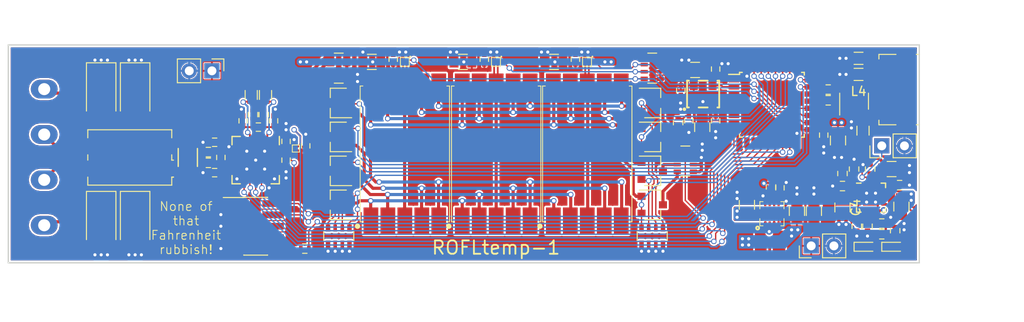
<source format=kicad_pcb>
(kicad_pcb (version 4) (host pcbnew 4.0.6)
  (layers (0 F.Cu signal) (31 B.Cu signal) (34 B.Paste user hide) (35 F.Paste user hide) (36 B.SilkS user) (37 F.SilkS user) (38 B.Mask user) (39 F.Mask user) (44 Edge.Cuts user))
  (net 0 "")
  (net 1 +5V)
  (net 2 GND)
  (net 3 +3V3)
  (net 4 "Net-(C3-Pad1)")
  (net 5 +BATT)
  (net 6 "Net-(C6-Pad1)")
  (net 7 "Net-(C8-Pad2)")
  (net 8 "Net-(C12-Pad2)")
  (net 9 "Net-(C10-Pad1)")
  (net 10 "Net-(C10-Pad2)")
  (net 11 "Net-(C14-Pad1)")
  (net 12 /SYS_NRST)
  (net 13 "Net-(D1-Pad2)")
  (net 14 "Net-(D1-Pad1)")
  (net 15 "Net-(D2-Pad2)")
  (net 16 "Net-(D2-Pad1)")
  (net 17 "Net-(D3-Pad2)")
  (net 18 "Net-(D4-Pad1)")
  (net 19 "Net-(D5-Pad2)")
  (net 20 "Net-(D6-Pad1)")
  (net 21 "Net-(D7-Pad1)")
  (net 22 /USB_DP)
  (net 23 /USB_DM)
  (net 24 "Net-(J1-Pad4)")
  (net 25 "Net-(J1-Pad5)")
  (net 26 "Net-(J1-Pad6)")
  (net 27 /SYS_SWDIO)
  (net 28 /SYS_SWCLK)
  (net 29 "Net-(J2-Pad6)")
  (net 30 "Net-(J2-Pad7)")
  (net 31 "Net-(J2-Pad8)")
  (net 32 "Net-(J2-Pad10)")
  (net 33 "Net-(L1-Pad2)")
  (net 34 "Net-(L1-Pad1)")
  (net 35 /OSC_IN)
  (net 36 "Net-(Q2-Pad1)")
  (net 37 /7SEG_A)
  (net 38 "Net-(Q2-Pad3)")
  (net 39 "Net-(Q3-Pad1)")
  (net 40 /7SEG_B)
  (net 41 "Net-(Q3-Pad3)")
  (net 42 /7SEG_0)
  (net 43 "Net-(Q4-Pad3)")
  (net 44 "Net-(Q5-Pad1)")
  (net 45 /7SEG_C)
  (net 46 "Net-(Q5-Pad3)")
  (net 47 "Net-(Q6-Pad1)")
  (net 48 /7SEG_D)
  (net 49 "Net-(Q6-Pad3)")
  (net 50 /7SEG_1)
  (net 51 "Net-(Q7-Pad3)")
  (net 52 "Net-(Q8-Pad1)")
  (net 53 /7SEG_E)
  (net 54 "Net-(Q8-Pad3)")
  (net 55 "Net-(Q9-Pad1)")
  (net 56 /7SEG_F)
  (net 57 "Net-(Q9-Pad3)")
  (net 58 "Net-(Q10-Pad1)")
  (net 59 /7SEG_G)
  (net 60 "Net-(Q10-Pad3)")
  (net 61 /7SEG_2)
  (net 62 "Net-(Q11-Pad3)")
  (net 63 "Net-(Q12-Pad1)")
  (net 64 /7SEG_DP)
  (net 65 "Net-(Q12-Pad3)")
  (net 66 "Net-(R1-Pad1)")
  (net 67 "Net-(R2-Pad2)")
  (net 68 "Net-(R3-Pad2)")
  (net 69 "Net-(R4-Pad2)")
  (net 70 "Net-(R5-Pad2)")
  (net 71 "Net-(R6-Pad2)")
  (net 72 "Net-(R9-Pad2)")
  (net 73 "Net-(R10-Pad1)")
  (net 74 "Net-(R11-Pad2)")
  (net 75 "Net-(R12-Pad2)")
  (net 76 "Net-(R16-Pad2)")
  (net 77 "Net-(R18-Pad1)")
  (net 78 "Net-(R19-Pad1)")
  (net 79 "Net-(R20-Pad1)")
  (net 80 "Net-(RN5-Pad5)")
  (net 81 /SPI1_PWR)
  (net 82 /SPI1_MOSI)
  (net 83 /SPI1_SCK)
  (net 84 /SPI1_CS)
  (net 85 /SPI1_MISO)
  (net 86 "Net-(U3-Pad17)")
  (net 87 /SPI1_DR)
  (net 88 "Net-(U4-Pad3)")
  (net 89 "Net-(U4-Pad6)")
  (net 90 "Net-(U4-Pad7)")
  (net 91 "Net-(U4-Pad25)")
  (net 92 "Net-(D7-Pad3)")
  (module vias:VIA-0.7x0.35 (layer F.Cu) (at 116.675 70.1)
    (fp_text reference REF** hide)
    (fp_text value VIA-0.7x0.35 hide)
    (pad 1 thru_hole circle (at 0 0) (size 0.7 0.7) (drill 0.35) (layers *.Cu) (net 3 +3V3))
  )
  (module vias:VIA-0.7x0.35 (layer F.Cu) (at 106.475 70.1)
    (fp_text reference REF** hide)
    (fp_text value VIA-0.7x0.35 hide)
    (pad 1 thru_hole circle (at 0 0) (size 0.7 0.7) (drill 0.35) (layers *.Cu) (net 3 +3V3))
  )
  (module vias:VIA-0.7x0.35 (layer F.Cu) (at 96.275 70.1)
    (fp_text reference REF** hide)
    (fp_text value VIA-0.7x0.35 hide)
    (pad 1 thru_hole circle (at 0 0) (size 0.7 0.7) (drill 0.35) (layers *.Cu) (net 3 +3V3))
  )
  (module vias:VIA-0.7x0.35 (layer F.Cu) (at 88.875 70.1)
    (fp_text reference REF** hide)
    (fp_text value VIA-0.7x0.35 hide)
    (pad 1 thru_hole circle (at 0 0) (size 0.7 0.7) (drill 0.35) (layers *.Cu) (net 3 +3V3))
  )
  (module vias:VIA-0.7x0.35 (layer F.Cu) (at 88.175 70.1)
    (fp_text reference REF** hide)
    (fp_text value VIA-0.7x0.35 hide)
    (pad 1 thru_hole circle (at 0 0) (size 0.7 0.7) (drill 0.35) (layers *.Cu) (net 3 +3V3))
  )
  (module vias:VIA-0.7x0.35 (layer F.Cu) (at 122.975 70.1)
    (fp_text reference REF** hide)
    (fp_text value VIA-0.7x0.35 hide)
    (pad 1 thru_hole circle (at 0 0) (size 0.7 0.7) (drill 0.35) (layers *.Cu) (net 3 +3V3))
  )
  (module vias:VIA-0.7x0.35 (layer F.Cu) (at 122.275 70.1)
    (fp_text reference REF** hide)
    (fp_text value VIA-0.7x0.35 hide)
    (pad 1 thru_hole circle (at 0 0) (size 0.7 0.7) (drill 0.35) (layers *.Cu) (net 3 +3V3))
  )
  (module Resistors_SMD:R_Array_Convex_4x0603 (layer F.Cu) (at 131.275 81.2 180)
    (fp_text reference RN2 hide)
    (fp_text value 68R hide)
    (pad 1 smd rect (at -0.9 -1.2 180) (size 0.8 0.5) (layers F.Cu F.Paste F.Mask) (net 2 GND))
    (pad 3 smd rect (at -0.9 0.4 180) (size 0.8 0.4) (layers F.Cu F.Paste F.Mask) (net 2 GND))
    (pad 2 smd rect (at -0.9 -0.4 180) (size 0.8 0.4) (layers F.Cu F.Paste F.Mask) (net 2 GND))
    (pad 4 smd rect (at -0.9 1.2 180) (size 0.8 0.5) (layers F.Cu F.Paste F.Mask) (net 2 GND))
    (pad 7 smd rect (at 0.9 -0.4 180) (size 0.8 0.4) (layers F.Cu F.Paste F.Mask) (net 57 "Net-(Q9-Pad3)"))
    (pad 8 smd rect (at 0.9 -1.2 180) (size 0.8 0.5) (layers F.Cu F.Paste F.Mask) (net 60 "Net-(Q10-Pad3)"))
    (pad 6 smd rect (at 0.9 0.4 180) (size 0.8 0.4) (layers F.Cu F.Paste F.Mask) (net 38 "Net-(Q2-Pad3)"))
    (pad 5 smd rect (at 0.9 1.2 180) (size 0.8 0.5) (layers F.Cu F.Paste F.Mask) (net 41 "Net-(Q3-Pad3)"))
  )
  (module vias:VIA-0.7x0.35 (layer F.Cu) (at 133.075 80.8)
    (fp_text reference REF** hide)
    (fp_text value VIA-0.7x0.35 hide)
    (pad 1 thru_hole circle (at 0 0) (size 0.7 0.7) (drill 0.35) (layers *.Cu) (net 2 GND))
  )
  (module vias:VIA-0.7x0.35 (layer F.Cu) (at 137.675 89.9)
    (fp_text reference REF** hide)
    (fp_text value VIA-0.7x0.35 hide)
    (pad 1 thru_hole circle (at 0 0) (size 0.7 0.7) (drill 0.35) (layers *.Cu) (net 3 +3V3))
  )
  (module vias:VIA-0.7x0.35 (layer F.Cu) (at 137.675 90.6)
    (fp_text reference REF** hide)
    (fp_text value VIA-0.7x0.35 hide)
    (pad 1 thru_hole circle (at 0 0) (size 0.7 0.7) (drill 0.35) (layers *.Cu) (net 3 +3V3))
  )
  (module vias:VIA-0.7x0.35 (layer F.Cu) (at 138.375 90.6)
    (fp_text reference REF** hide)
    (fp_text value VIA-0.7x0.35 hide)
    (pad 1 thru_hole circle (at 0 0) (size 0.7 0.7) (drill 0.35) (layers *.Cu) (net 3 +3V3))
  )
  (module vias:VIA-0.7x0.35 (layer F.Cu) (at 138.375 89.9)
    (fp_text reference REF** hide)
    (fp_text value VIA-0.7x0.35 hide)
    (pad 1 thru_hole circle (at 0 0) (size 0.7 0.7) (drill 0.35) (layers *.Cu) (net 3 +3V3))
  )
  (module vias:VIA-0.7x0.35 (layer F.Cu) (at 127.175 91.3)
    (fp_text reference REF** hide)
    (fp_text value VIA-0.7x0.35 hide)
    (pad 1 thru_hole circle (at 0 0) (size 0.7 0.7) (drill 0.35) (layers *.Cu) (net 2 GND))
  )
  (module vias:VIA-0.7x0.35 (layer F.Cu) (at 127.975 91.3)
    (fp_text reference REF** hide)
    (fp_text value VIA-0.7x0.35 hide)
    (pad 1 thru_hole circle (at 0 0) (size 0.7 0.7) (drill 0.35) (layers *.Cu) (net 2 GND))
  )
  (module vias:VIA-0.7x0.35 (layer F.Cu) (at 79.275 91 270)
    (fp_text reference REF** hide)
    (fp_text value VIA-0.7x0.35 hide)
    (pad 1 thru_hole circle (at 0 0 270) (size 0.7 0.7) (drill 0.35) (layers *.Cu) (net 2 GND))
  )
  (module vias:VIA-0.7x0.35 (layer F.Cu) (at 79.275 88.5 270)
    (fp_text reference REF** hide)
    (fp_text value VIA-0.7x0.35 hide)
    (pad 1 thru_hole circle (at 0 0 270) (size 0.7 0.7) (drill 0.35) (layers *.Cu) (net 2 GND))
  )
  (module vias:VIA-0.7x0.35 (layer F.Cu) (at 79.275 87.2 270)
    (fp_text reference REF** hide)
    (fp_text value VIA-0.7x0.35 hide)
    (pad 1 thru_hole circle (at 0 0 270) (size 0.7 0.7) (drill 0.35) (layers *.Cu) (net 2 GND))
  )
  (module vias:VIA-0.7x0.35 (layer F.Cu) (at 93.675 91.3)
    (fp_text reference REF** hide)
    (fp_text value VIA-0.7x0.35 hide)
    (pad 1 thru_hole circle (at 0 0) (size 0.7 0.7) (drill 0.35) (layers *.Cu) (net 2 GND))
  )
  (module vias:VIA-0.7x0.35 (layer F.Cu) (at 92.875 91.3)
    (fp_text reference REF** hide)
    (fp_text value VIA-0.7x0.35 hide)
    (pad 1 thru_hole circle (at 0 0) (size 0.7 0.7) (drill 0.35) (layers *.Cu) (net 2 GND))
  )
  (module vias:VIA-0.7x0.35 (layer F.Cu) (at 92.075 91.3)
    (fp_text reference REF** hide)
    (fp_text value VIA-0.7x0.35 hide)
    (pad 1 thru_hole circle (at 0 0) (size 0.7 0.7) (drill 0.35) (layers *.Cu) (net 2 GND))
  )
  (module vias:VIA-0.7x0.35 (layer F.Cu) (at 154.275 87.5)
    (fp_text reference REF** hide)
    (fp_text value VIA-0.7x0.35 hide)
    (pad 1 thru_hole circle (at 0 0) (size 0.7 0.7) (drill 0.35) (layers *.Cu) (net 6 "Net-(C6-Pad1)"))
  )
  (module vias:VIA-0.7x0.35 (layer F.Cu) (at 140.675 89.1)
    (fp_text reference REF** hide)
    (fp_text value VIA-0.7x0.35 hide)
    (pad 1 thru_hole circle (at 0 0) (size 0.7 0.7) (drill 0.35) (layers *.Cu) (net 2 GND))
  )
  (module vias:VIA-0.7x0.35 (layer F.Cu) (at 143.175 89.6)
    (fp_text reference REF** hide)
    (fp_text value VIA-0.7x0.35 hide)
    (pad 1 thru_hole circle (at 0 0) (size 0.7 0.7) (drill 0.35) (layers *.Cu) (net 3 +3V3))
  )
  (module vias:VIA-0.7x0.35 (layer F.Cu) (at 143.875 88.9)
    (fp_text reference REF** hide)
    (fp_text value VIA-0.7x0.35 hide)
    (pad 1 thru_hole circle (at 0 0) (size 0.7 0.7) (drill 0.35) (layers *.Cu) (net 3 +3V3))
  )
  (module vias:VIA-0.7x0.35 (layer F.Cu) (at 143.175 88.9)
    (fp_text reference REF** hide)
    (fp_text value VIA-0.7x0.35 hide)
    (pad 1 thru_hole circle (at 0 0) (size 0.7 0.7) (drill 0.35) (layers *.Cu) (net 3 +3V3))
  )
  (module vias:VIA-0.7x0.35 (layer F.Cu) (at 137.075 87.5)
    (fp_text reference REF** hide)
    (fp_text value VIA-0.7x0.35 hide)
    (pad 1 thru_hole circle (at 0 0) (size 0.7 0.7) (drill 0.35) (layers *.Cu) (net 6 "Net-(C6-Pad1)"))
  )
  (module vias:VIA-0.7x0.35 (layer F.Cu) (at 137.075 86.8)
    (fp_text reference REF** hide)
    (fp_text value VIA-0.7x0.35 hide)
    (pad 1 thru_hole circle (at 0 0) (size 0.7 0.7) (drill 0.35) (layers *.Cu) (net 6 "Net-(C6-Pad1)"))
  )
  (module vias:VIA-0.7x0.35 (layer F.Cu) (at 94.575 72.3)
    (fp_text reference REF** hide)
    (fp_text value VIA-0.7x0.35 hide)
    (pad 1 thru_hole circle (at 0 0) (size 0.7 0.7) (drill 0.35) (layers *.Cu) (net 2 GND))
  )
  (module vias:VIA-0.7x0.35 (layer F.Cu) (at 94.575 71.5)
    (fp_text reference REF** hide)
    (fp_text value VIA-0.7x0.35 hide)
    (pad 1 thru_hole circle (at 0 0) (size 0.7 0.7) (drill 0.35) (layers *.Cu) (net 2 GND))
  )
  (module vias:VIA-0.7x0.35 (layer F.Cu) (at 95.175 69)
    (fp_text reference REF** hide)
    (fp_text value VIA-0.7x0.35 hide)
    (pad 1 thru_hole circle (at 0 0) (size 0.7 0.7) (drill 0.35) (layers *.Cu) (net 2 GND))
  )
  (module vias:VIA-0.7x0.35 (layer F.Cu) (at 99.975 69)
    (fp_text reference REF** hide)
    (fp_text value VIA-0.7x0.35 hide)
    (pad 1 thru_hole circle (at 0 0) (size 0.7 0.7) (drill 0.35) (layers *.Cu) (net 2 GND))
  )
  (module vias:VIA-0.7x0.35 (layer F.Cu) (at 99.275 69)
    (fp_text reference REF** hide)
    (fp_text value VIA-0.7x0.35 hide)
    (pad 1 thru_hole circle (at 0 0) (size 0.7 0.7) (drill 0.35) (layers *.Cu) (net 2 GND))
  )
  (module vias:VIA-0.7x0.35 (layer F.Cu) (at 115.175 69)
    (fp_text reference REF** hide)
    (fp_text value VIA-0.7x0.35 hide)
    (pad 1 thru_hole circle (at 0 0) (size 0.7 0.7) (drill 0.35) (layers *.Cu) (net 2 GND))
  )
  (module vias:VIA-0.7x0.35 (layer F.Cu) (at 115.875 69)
    (fp_text reference REF** hide)
    (fp_text value VIA-0.7x0.35 hide)
    (pad 1 thru_hole circle (at 0 0) (size 0.7 0.7) (drill 0.35) (layers *.Cu) (net 2 GND))
  )
  (module vias:VIA-0.7x0.35 (layer F.Cu) (at 104.975 69)
    (fp_text reference REF** hide)
    (fp_text value VIA-0.7x0.35 hide)
    (pad 1 thru_hole circle (at 0 0) (size 0.7 0.7) (drill 0.35) (layers *.Cu) (net 2 GND))
  )
  (module vias:VIA-0.7x0.35 (layer F.Cu) (at 105.675 69)
    (fp_text reference REF** hide)
    (fp_text value VIA-0.7x0.35 hide)
    (pad 1 thru_hole circle (at 0 0) (size 0.7 0.7) (drill 0.35) (layers *.Cu) (net 2 GND))
  )
  (module vias:VIA-0.7x0.35 (layer F.Cu) (at 110.175 69)
    (fp_text reference REF** hide)
    (fp_text value VIA-0.7x0.35 hide)
    (pad 1 thru_hole circle (at 0 0) (size 0.7 0.7) (drill 0.35) (layers *.Cu) (net 2 GND))
  )
  (module vias:VIA-0.7x0.35 (layer F.Cu) (at 109.475 69)
    (fp_text reference REF** hide)
    (fp_text value VIA-0.7x0.35 hide)
    (pad 1 thru_hole circle (at 0 0) (size 0.7 0.7) (drill 0.35) (layers *.Cu) (net 2 GND))
  )
  (module vias:VIA-0.7x0.35 (layer F.Cu) (at 120.375 69)
    (fp_text reference REF** hide)
    (fp_text value VIA-0.7x0.35 hide)
    (pad 1 thru_hole circle (at 0 0) (size 0.7 0.7) (drill 0.35) (layers *.Cu) (net 2 GND))
  )
  (module vias:VIA-0.7x0.35 (layer F.Cu) (at 119.675 69)
    (fp_text reference REF** hide)
    (fp_text value VIA-0.7x0.35 hide)
    (pad 1 thru_hole circle (at 0 0) (size 0.7 0.7) (drill 0.35) (layers *.Cu) (net 2 GND))
  )
  (module Capacitors_SMD:C_0805 (layer F.Cu) (at 116.575 70.1 180)
    (fp_text reference C28 hide)
    (fp_text value "1u 16V" hide)
    (pad 1 smd rect (at -1 0 180) (size 1 1.25) (layers F.Cu F.Paste F.Mask) (net 3 +3V3))
    (pad 2 smd rect (at 1 0 180) (size 1 1.25) (layers F.Cu F.Paste F.Mask) (net 2 GND))
  )
  (module vias:VIA-0.7x0.35 (layer F.Cu) (at 91.275 91.3)
    (fp_text reference REF** hide)
    (fp_text value VIA-0.7x0.35 hide)
    (pad 1 thru_hole circle (at 0 0) (size 0.7 0.7) (drill 0.35) (layers *.Cu) (net 2 GND))
  )
  (module vias:VIA-0.7x0.35 (layer F.Cu) (at 128.775 91.3)
    (fp_text reference REF** hide)
    (fp_text value VIA-0.7x0.35 hide)
    (pad 1 thru_hole circle (at 0 0) (size 0.7 0.7) (drill 0.35) (layers *.Cu) (net 2 GND))
  )
  (module vias:VIA-0.7x0.35 (layer F.Cu) (at 126.375 91.3)
    (fp_text reference REF** hide)
    (fp_text value VIA-0.7x0.35 hide)
    (pad 1 thru_hole circle (at 0 0) (size 0.7 0.7) (drill 0.35) (layers *.Cu) (net 2 GND))
  )
  (module vias:VIA-0.7x0.35 (layer F.Cu) (at 137.075 85.4)
    (fp_text reference REF** hide)
    (fp_text value VIA-0.7x0.35 hide)
    (pad 1 thru_hole circle (at 0 0) (size 0.7 0.7) (drill 0.35) (layers *.Cu) (net 2 GND))
  )
  (module vias:VIA-0.7x0.35 (layer F.Cu) (at 137.075 84.7)
    (fp_text reference REF** hide)
    (fp_text value VIA-0.7x0.35 hide)
    (pad 1 thru_hole circle (at 0 0) (size 0.7 0.7) (drill 0.35) (layers *.Cu) (net 2 GND))
  )
  (module vias:VIA-0.7x0.35 (layer F.Cu) (at 140.075 83.7)
    (fp_text reference REF** hide)
    (fp_text value VIA-0.7x0.35 hide)
    (pad 1 thru_hole circle (at 0 0) (size 0.7 0.7) (drill 0.35) (layers *.Cu) (net 3 +3V3))
  )
  (module vias:VIA-0.7x0.35 (layer F.Cu) (at 142.575 83.6)
    (fp_text reference REF** hide)
    (fp_text value VIA-0.7x0.35 hide)
    (pad 1 thru_hole circle (at 0 0) (size 0.7 0.7) (drill 0.35) (layers *.Cu) (net 2 GND))
  )
  (module vias:VIA-0.7x0.35 (layer F.Cu) (at 145.675 84.2)
    (fp_text reference REF** hide)
    (fp_text value VIA-0.7x0.35 hide)
    (pad 1 thru_hole circle (at 0 0) (size 0.7 0.7) (drill 0.35) (layers *.Cu) (net 2 GND))
  )
  (module vias:VIA-0.7x0.35 (layer F.Cu) (at 145.675 84.9)
    (fp_text reference REF** hide)
    (fp_text value VIA-0.7x0.35 hide)
    (pad 1 thru_hole circle (at 0 0) (size 0.7 0.7) (drill 0.35) (layers *.Cu) (net 2 GND))
  )
  (module vias:VIA-0.7x0.35 (layer F.Cu) (at 143.775 84.2)
    (fp_text reference REF** hide)
    (fp_text value VIA-0.7x0.35 hide)
    (pad 1 thru_hole circle (at 0 0) (size 0.7 0.7) (drill 0.35) (layers *.Cu) (net 2 GND))
  )
  (module vias:VIA-0.7x0.35 (layer F.Cu) (at 143.775 84.9)
    (fp_text reference REF** hide)
    (fp_text value VIA-0.7x0.35 hide)
    (pad 1 thru_hole circle (at 0 0) (size 0.7 0.7) (drill 0.35) (layers *.Cu) (net 2 GND))
  )
  (module vias:VIA-0.7x0.35 (layer F.Cu) (at 139.975 85.1)
    (fp_text reference REF** hide)
    (fp_text value VIA-0.7x0.35 hide)
    (pad 1 thru_hole circle (at 0 0) (size 0.7 0.7) (drill 0.35) (layers *.Cu) (net 2 GND))
  )
  (module vias:VIA-0.7x0.35 (layer F.Cu) (at 142.575 85.7)
    (fp_text reference REF** hide)
    (fp_text value VIA-0.7x0.35 hide)
    (pad 1 thru_hole circle (at 0 0) (size 0.7 0.7) (drill 0.35) (layers *.Cu) (net 2 GND))
  )
  (module Capacitors_SMD:C_0402 (layer F.Cu) (at 146.775 78.3 270)
    (fp_text reference C19 hide)
    (fp_text value "100n 16V" hide)
    (pad 1 smd rect (at -0.55 0 270) (size 0.6 0.5) (layers F.Cu F.Paste F.Mask) (net 3 +3V3))
    (pad 2 smd rect (at 0.55 0 270) (size 0.6 0.5) (layers F.Cu F.Paste F.Mask) (net 2 GND))
  )
  (module vias:VIA-0.7x0.35 (layer F.Cu) (at 131.675 78)
    (fp_text reference REF** hide)
    (fp_text value VIA-0.7x0.35 hide)
    (pad 1 thru_hole circle (at 0 0) (size 0.7 0.7) (drill 0.35) (layers *.Cu) (net 2 GND))
  )
  (module vias:VIA-0.7x0.35 (layer F.Cu) (at 88.775 78.2 270)
    (fp_text reference REF** hide)
    (fp_text value VIA-0.7x0.35 hide)
    (pad 1 thru_hole circle (at 0 0 270) (size 0.7 0.7) (drill 0.35) (layers *.Cu) (net 2 GND))
  )
  (module vias:VIA-0.7x0.35 (layer F.Cu) (at 87.475 78.8 270)
    (fp_text reference REF** hide)
    (fp_text value VIA-0.7x0.35 hide)
    (pad 1 thru_hole circle (at 0 0 270) (size 0.7 0.7) (drill 0.35) (layers *.Cu) (net 2 GND))
  )
  (module vias:VIA-0.7x0.35 (layer F.Cu) (at 86.575 83.1 270)
    (fp_text reference REF** hide)
    (fp_text value VIA-0.7x0.35 hide)
    (pad 1 thru_hole circle (at 0 0 270) (size 0.7 0.7) (drill 0.35) (layers *.Cu) (net 2 GND))
  )
  (module vias:VIA-0.7x0.35 (layer F.Cu) (at 86.575 77 270)
    (fp_text reference REF** hide)
    (fp_text value VIA-0.7x0.35 hide)
    (pad 1 thru_hole circle (at 0 0 270) (size 0.7 0.7) (drill 0.35) (layers *.Cu) (net 2 GND))
  )
  (module vias:VIA-0.7x0.35 (layer F.Cu) (at 86.575 77.7 270)
    (fp_text reference REF** hide)
    (fp_text value VIA-0.7x0.35 hide)
    (pad 1 thru_hole circle (at 0 0 270) (size 0.7 0.7) (drill 0.35) (layers *.Cu) (net 2 GND))
  )
  (module vias:VIA-0.7x0.35 (layer F.Cu) (at 70.375 91.7 270)
    (fp_text reference REF** hide)
    (fp_text value VIA-0.7x0.35 hide)
    (pad 1 thru_hole circle (at 0 0 270) (size 0.7 0.7) (drill 0.35) (layers *.Cu) (net 2 GND))
  )
  (module vias:VIA-0.7x0.35 (layer F.Cu) (at 68.975 91.7 270)
    (fp_text reference REF** hide)
    (fp_text value VIA-0.7x0.35 hide)
    (pad 1 thru_hole circle (at 0 0 270) (size 0.7 0.7) (drill 0.35) (layers *.Cu) (net 2 GND))
  )
  (module vias:VIA-0.7x0.35 (layer F.Cu) (at 69.675 91.7 270)
    (fp_text reference REF** hide)
    (fp_text value VIA-0.7x0.35 hide)
    (pad 1 thru_hole circle (at 0 0 270) (size 0.7 0.7) (drill 0.35) (layers *.Cu) (net 2 GND))
  )
  (module vias:VIA-0.7x0.35 (layer F.Cu) (at 66.575 91.7 270)
    (fp_text reference REF** hide)
    (fp_text value VIA-0.7x0.35 hide)
    (pad 1 thru_hole circle (at 0 0 270) (size 0.7 0.7) (drill 0.35) (layers *.Cu) (net 2 GND))
  )
  (module vias:VIA-0.7x0.35 (layer F.Cu) (at 65.175 91.7 270)
    (fp_text reference REF** hide)
    (fp_text value VIA-0.7x0.35 hide)
    (pad 1 thru_hole circle (at 0 0 270) (size 0.7 0.7) (drill 0.35) (layers *.Cu) (net 2 GND))
  )
  (module vias:VIA-0.7x0.35 (layer F.Cu) (at 65.875 91.7 270)
    (fp_text reference REF** hide)
    (fp_text value VIA-0.7x0.35 hide)
    (pad 1 thru_hole circle (at 0 0 270) (size 0.7 0.7) (drill 0.35) (layers *.Cu) (net 2 GND))
  )
  (module vias:VIA-0.7x0.35 (layer F.Cu) (at 65.175 69.9 270)
    (fp_text reference REF** hide)
    (fp_text value VIA-0.7x0.35 hide)
    (pad 1 thru_hole circle (at 0 0 270) (size 0.7 0.7) (drill 0.35) (layers *.Cu) (net 2 GND))
  )
  (module vias:VIA-0.7x0.35 (layer F.Cu) (at 66.575 69.9 270)
    (fp_text reference REF** hide)
    (fp_text value VIA-0.7x0.35 hide)
    (pad 1 thru_hole circle (at 0 0 270) (size 0.7 0.7) (drill 0.35) (layers *.Cu) (net 2 GND))
  )
  (module vias:VIA-0.7x0.35 (layer F.Cu) (at 65.875 69.9 270)
    (fp_text reference REF** hide)
    (fp_text value VIA-0.7x0.35 hide)
    (pad 1 thru_hole circle (at 0 0 270) (size 0.7 0.7) (drill 0.35) (layers *.Cu) (net 2 GND))
  )
  (module vias:VIA-0.7x0.35 (layer F.Cu) (at 68.975 69.9 270)
    (fp_text reference REF** hide)
    (fp_text value VIA-0.7x0.35 hide)
    (pad 1 thru_hole circle (at 0 0 270) (size 0.7 0.7) (drill 0.35) (layers *.Cu) (net 2 GND))
  )
  (module vias:VIA-0.7x0.35 (layer F.Cu) (at 70.375 69.9 270)
    (fp_text reference REF** hide)
    (fp_text value VIA-0.7x0.35 hide)
    (pad 1 thru_hole circle (at 0 0 270) (size 0.7 0.7) (drill 0.35) (layers *.Cu) (net 2 GND))
  )
  (module vias:VIA-0.7x0.35 (layer F.Cu) (at 69.675 69.9 270)
    (fp_text reference REF** hide)
    (fp_text value VIA-0.7x0.35 hide)
    (pad 1 thru_hole circle (at 0 0 270) (size 0.7 0.7) (drill 0.35) (layers *.Cu) (net 2 GND))
  )
  (module vias:VIA-0.7x0.35 (layer F.Cu) (at 85.375 75.4 270)
    (fp_text reference REF** hide)
    (fp_text value VIA-0.7x0.35 hide)
    (pad 1 thru_hole circle (at 0 0 270) (size 0.7 0.7) (drill 0.35) (layers *.Cu) (net 2 GND))
  )
  (module vias:VIA-0.7x0.35 (layer F.Cu) (at 81.575 75.4 270)
    (fp_text reference REF** hide)
    (fp_text value VIA-0.7x0.35 hide)
    (pad 1 thru_hole circle (at 0 0 270) (size 0.7 0.7) (drill 0.35) (layers *.Cu) (net 2 GND))
  )
  (module vias:VIA-0.7x0.35 (layer F.Cu) (at 86.575 82.4 270)
    (fp_text reference REF** hide)
    (fp_text value VIA-0.7x0.35 hide)
    (pad 1 thru_hole circle (at 0 0 270) (size 0.7 0.7) (drill 0.35) (layers *.Cu) (net 2 GND))
  )
  (module vias:VIA-0.7x0.35 (layer F.Cu) (at 84.675 84.2 270)
    (fp_text reference REF** hide)
    (fp_text value VIA-0.7x0.35 hide)
    (pad 1 thru_hole circle (at 0 0 270) (size 0.7 0.7) (drill 0.35) (layers *.Cu) (net 2 GND))
  )
  (module vias:VIA-0.7x0.35 (layer F.Cu) (at 85.275 83.2 270)
    (fp_text reference REF** hide)
    (fp_text value VIA-0.7x0.35 hide)
    (pad 1 thru_hole circle (at 0 0 270) (size 0.7 0.7) (drill 0.35) (layers *.Cu) (net 2 GND))
  )
  (module vias:VIA-0.7x0.35 (layer F.Cu) (at 83.175 81.1 270)
    (fp_text reference REF** hide)
    (fp_text value VIA-0.7x0.35 hide)
    (pad 1 thru_hole circle (at 0 0 270) (size 0.7 0.7) (drill 0.35) (layers *.Cu) (net 2 GND))
  )
  (module vias:VIA-0.7x0.35 (layer F.Cu) (at 82.175 80.1 270)
    (fp_text reference REF** hide)
    (fp_text value VIA-0.7x0.35 hide)
    (pad 1 thru_hole circle (at 0 0 270) (size 0.7 0.7) (drill 0.35) (layers *.Cu) (net 2 GND))
  )
  (module vias:VIA-0.7x0.35 (layer F.Cu) (at 82.175 82.1 270)
    (fp_text reference REF** hide)
    (fp_text value VIA-0.7x0.35 hide)
    (pad 1 thru_hole circle (at 0 0 270) (size 0.7 0.7) (drill 0.35) (layers *.Cu) (net 2 GND))
  )
  (module vias:VIA-0.7x0.35 (layer F.Cu) (at 84.175 82.1 270)
    (fp_text reference REF** hide)
    (fp_text value VIA-0.7x0.35 hide)
    (pad 1 thru_hole circle (at 0 0 270) (size 0.7 0.7) (drill 0.35) (layers *.Cu) (net 2 GND))
  )
  (module vias:VIA-0.7x0.35 (layer F.Cu) (at 84.175 80.1 270)
    (fp_text reference REF** hide)
    (fp_text value VIA-0.7x0.35 hide)
    (pad 1 thru_hole circle (at 0 0 270) (size 0.7 0.7) (drill 0.35) (layers *.Cu) (net 2 GND))
  )
  (module vias:VIA-0.7x0.35 (layer F.Cu) (at 81.075 83.2 270)
    (fp_text reference REF** hide)
    (fp_text value VIA-0.7x0.35 hide)
    (pad 1 thru_hole circle (at 0 0 270) (size 0.7 0.7) (drill 0.35) (layers *.Cu) (net 2 GND))
  )
  (module vias:VIA-0.7x0.35 (layer F.Cu) (at 80.175 79.6 270)
    (fp_text reference REF** hide)
    (fp_text value VIA-0.7x0.35 hide)
    (pad 1 thru_hole circle (at 0 0 270) (size 0.7 0.7) (drill 0.35) (layers *.Cu) (net 2 GND))
  )
  (module Capacitors_SMD:C_0402 (layer F.Cu) (at 78.575 79.1 180)
    (fp_text reference C13 hide)
    (fp_text value 1n hide)
    (pad 1 smd rect (at -0.55 0 180) (size 0.6 0.5) (layers F.Cu F.Paste F.Mask) (net 9 "Net-(C10-Pad1)"))
    (pad 2 smd rect (at 0.55 0 180) (size 0.6 0.5) (layers F.Cu F.Paste F.Mask) (net 2 GND))
  )
  (module vias:VIA-0.7x0.35 (layer F.Cu) (at 77.275 79.1 270)
    (fp_text reference REF** hide)
    (fp_text value VIA-0.7x0.35 hide)
    (pad 1 thru_hole circle (at 0 0 270) (size 0.7 0.7) (drill 0.35) (layers *.Cu) (net 2 GND))
  )
  (module vias:VIA-0.7x0.35 (layer F.Cu) (at 77.275 82.5 270)
    (fp_text reference REF** hide)
    (fp_text value VIA-0.7x0.35 hide)
    (pad 1 thru_hole circle (at 0 0 270) (size 0.7 0.7) (drill 0.35) (layers *.Cu) (net 2 GND))
  )
  (module vias:VIA-0.7x0.35 (layer F.Cu) (at 156.575 85.6)
    (fp_text reference REF** hide)
    (fp_text value VIA-0.7x0.35 hide)
    (pad 1 thru_hole circle (at 0 0) (size 0.7 0.7) (drill 0.35) (layers *.Cu) (net 6 "Net-(C6-Pad1)"))
  )
  (module vias:VIA-0.7x0.35 (layer F.Cu) (at 156.575 84.9)
    (fp_text reference REF** hide)
    (fp_text value VIA-0.7x0.35 hide)
    (pad 1 thru_hole circle (at 0 0) (size 0.7 0.7) (drill 0.35) (layers *.Cu) (net 6 "Net-(C6-Pad1)"))
  )
  (module vias:VIA-0.7x0.35 (layer F.Cu) (at 156.375 83.9)
    (fp_text reference REF** hide)
    (fp_text value VIA-0.7x0.35 hide)
    (pad 1 thru_hole circle (at 0 0) (size 0.7 0.7) (drill 0.35) (layers *.Cu) (net 2 GND))
  )
  (module vias:VIA-0.7x0.35 (layer F.Cu) (at 155.775 88.9)
    (fp_text reference REF** hide)
    (fp_text value VIA-0.7x0.35 hide)
    (pad 1 thru_hole circle (at 0 0) (size 0.7 0.7) (drill 0.35) (layers *.Cu) (net 2 GND))
  )
  (module vias:VIA-0.7x0.35 (layer F.Cu) (at 155.775 88.2)
    (fp_text reference REF** hide)
    (fp_text value VIA-0.7x0.35 hide)
    (pad 1 thru_hole circle (at 0 0) (size 0.7 0.7) (drill 0.35) (layers *.Cu) (net 2 GND))
  )
  (module vias:VIA-0.7x0.35 (layer F.Cu) (at 153.5 86.7)
    (fp_text reference REF** hide)
    (fp_text value VIA-0.7x0.35 hide)
    (pad 1 thru_hole circle (at 0 0) (size 0.7 0.7) (drill 0.35) (layers *.Cu) (net 2 GND))
  )
  (module vias:VIA-0.7x0.35 (layer F.Cu) (at 148.475 88.3)
    (fp_text reference REF** hide)
    (fp_text value VIA-0.7x0.35 hide)
    (pad 1 thru_hole circle (at 0 0) (size 0.7 0.7) (drill 0.35) (layers *.Cu) (net 2 GND))
  )
  (module vias:VIA-0.7x0.35 (layer F.Cu) (at 149.275 88.3)
    (fp_text reference REF** hide)
    (fp_text value VIA-0.7x0.35 hide)
    (pad 1 thru_hole circle (at 0 0) (size 0.7 0.7) (drill 0.35) (layers *.Cu) (net 2 GND))
  )
  (module vias:VIA-0.7x0.35 (layer F.Cu) (at 150.475 89.6)
    (fp_text reference REF** hide)
    (fp_text value VIA-0.7x0.35 hide)
    (pad 1 thru_hole circle (at 0 0) (size 0.7 0.7) (drill 0.35) (layers *.Cu) (net 2 GND))
  )
  (module vias:VIA-0.7x0.35 (layer F.Cu) (at 151.675 89.6)
    (fp_text reference REF** hide)
    (fp_text value VIA-0.7x0.35 hide)
    (pad 1 thru_hole circle (at 0 0) (size 0.7 0.7) (drill 0.35) (layers *.Cu) (net 2 GND))
  )
  (module vias:VIA-0.7x0.35 (layer F.Cu) (at 147.775 84)
    (fp_text reference REF** hide)
    (fp_text value VIA-0.7x0.35 hide)
    (pad 1 thru_hole circle (at 0 0) (size 0.7 0.7) (drill 0.35) (layers *.Cu) (net 2 GND))
  )
  (module vias:VIA-0.7x0.35 (layer F.Cu) (at 151.575 85.8)
    (fp_text reference REF** hide)
    (fp_text value VIA-0.7x0.35 hide)
    (pad 1 thru_hole circle (at 0 0) (size 0.7 0.7) (drill 0.35) (layers *.Cu) (net 2 GND))
  )
  (module vias:VIA-0.7x0.35 (layer F.Cu) (at 152.575 85.8)
    (fp_text reference REF** hide)
    (fp_text value VIA-0.7x0.35 hide)
    (pad 1 thru_hole circle (at 0 0) (size 0.7 0.7) (drill 0.35) (layers *.Cu) (net 2 GND))
  )
  (module vias:VIA-0.7x0.35 (layer F.Cu) (at 152.575 84.8)
    (fp_text reference REF** hide)
    (fp_text value VIA-0.7x0.35 hide)
    (pad 1 thru_hole circle (at 0 0) (size 0.7 0.7) (drill 0.35) (layers *.Cu) (net 2 GND))
  )
  (module vias:VIA-0.7x0.35 (layer F.Cu) (at 151.575 84.8)
    (fp_text reference REF** hide)
    (fp_text value VIA-0.7x0.35 hide)
    (pad 1 thru_hole circle (at 0 0) (size 0.7 0.7) (drill 0.35) (layers *.Cu) (net 2 GND))
  )
  (module vias:VIA-0.7x0.35 (layer F.Cu) (at 156.375 82.5)
    (fp_text reference REF** hide)
    (fp_text value VIA-0.7x0.35 hide)
    (pad 1 thru_hole circle (at 0 0) (size 0.7 0.7) (drill 0.35) (layers *.Cu) (net 2 GND))
  )
  (module vias:VIA-0.7x0.35 (layer F.Cu) (at 156.375 81.7)
    (fp_text reference REF** hide)
    (fp_text value VIA-0.7x0.35 hide)
    (pad 1 thru_hole circle (at 0 0) (size 0.7 0.7) (drill 0.35) (layers *.Cu) (net 2 GND))
  )
  (module vias:VIA-0.7x0.35 (layer F.Cu) (at 151.175 81.6)
    (fp_text reference REF** hide)
    (fp_text value VIA-0.7x0.35 hide)
    (pad 1 thru_hole circle (at 0 0) (size 0.7 0.7) (drill 0.35) (layers *.Cu) (net 2 GND))
  )
  (module vias:VIA-0.7x0.35 (layer F.Cu) (at 150.175 81)
    (fp_text reference REF** hide)
    (fp_text value VIA-0.7x0.35 hide)
    (pad 1 thru_hole circle (at 0 0) (size 0.7 0.7) (drill 0.35) (layers *.Cu) (net 2 GND))
  )
  (module Capacitors_SMD:C_0805 (layer F.Cu) (at 148.375 78.9 270)
    (fp_text reference C20 hide)
    (fp_text value "1u 16V" hide)
    (pad 1 smd rect (at -1 0 270) (size 1 1.25) (layers F.Cu F.Paste F.Mask) (net 3 +3V3))
    (pad 2 smd rect (at 1 0 270) (size 1 1.25) (layers F.Cu F.Paste F.Mask) (net 2 GND))
  )
  (module vias:VIA-0.7x0.35 (layer F.Cu) (at 147.975 76.9)
    (fp_text reference REF** hide)
    (fp_text value VIA-0.7x0.35 hide)
    (pad 1 thru_hole circle (at 0 0) (size 0.7 0.7) (drill 0.35) (layers *.Cu) (net 3 +3V3))
  )
  (module vias:VIA-0.7x0.35 (layer F.Cu) (at 148.775 76.9)
    (fp_text reference REF** hide)
    (fp_text value VIA-0.7x0.35 hide)
    (pad 1 thru_hole circle (at 0 0) (size 0.7 0.7) (drill 0.35) (layers *.Cu) (net 3 +3V3))
  )
  (module vias:VIA-0.7x0.35 (layer F.Cu) (at 149.875 77.5)
    (fp_text reference REF** hide)
    (fp_text value VIA-0.7x0.35 hide)
    (pad 1 thru_hole circle (at 0 0) (size 0.7 0.7) (drill 0.35) (layers *.Cu) (net 2 GND))
  )
  (module vias:VIA-0.7x0.35 (layer F.Cu) (at 149.875 76.8)
    (fp_text reference REF** hide)
    (fp_text value VIA-0.7x0.35 hide)
    (pad 1 thru_hole circle (at 0 0) (size 0.7 0.7) (drill 0.35) (layers *.Cu) (net 2 GND))
  )
  (module vias:VIA-0.7x0.35 (layer F.Cu) (at 148.575 69.7)
    (fp_text reference REF** hide)
    (fp_text value VIA-0.7x0.35 hide)
    (pad 1 thru_hole circle (at 0 0) (size 0.7 0.7) (drill 0.35) (layers *.Cu) (net 2 GND))
  )
  (module vias:VIA-0.7x0.35 (layer F.Cu) (at 149.275 69.7)
    (fp_text reference REF** hide)
    (fp_text value VIA-0.7x0.35 hide)
    (pad 1 thru_hole circle (at 0 0) (size 0.7 0.7) (drill 0.35) (layers *.Cu) (net 2 GND))
  )
  (module vias:VIA-0.7x0.35 (layer F.Cu) (at 148.575 71.5)
    (fp_text reference REF** hide)
    (fp_text value VIA-0.7x0.35 hide)
    (pad 1 thru_hole circle (at 0 0) (size 0.7 0.7) (drill 0.35) (layers *.Cu) (net 2 GND))
  )
  (module vias:VIA-0.7x0.35 (layer F.Cu) (at 149.275 71.5)
    (fp_text reference REF** hide)
    (fp_text value VIA-0.7x0.35 hide)
    (pad 1 thru_hole circle (at 0 0) (size 0.7 0.7) (drill 0.35) (layers *.Cu) (net 2 GND))
  )
  (module vias:VIA-0.7x0.35 (layer F.Cu) (at 147.975 80.8)
    (fp_text reference REF** hide)
    (fp_text value VIA-0.7x0.35 hide)
    (pad 1 thru_hole circle (at 0 0) (size 0.7 0.7) (drill 0.35) (layers *.Cu) (net 2 GND))
  )
  (module vias:VIA-0.7x0.35 (layer F.Cu) (at 148.775 80.8)
    (fp_text reference REF** hide)
    (fp_text value VIA-0.7x0.35 hide)
    (pad 1 thru_hole circle (at 0 0) (size 0.7 0.7) (drill 0.35) (layers *.Cu) (net 2 GND))
  )
  (module vias:VIA-0.7x0.35 (layer F.Cu) (at 146.775 80.3)
    (fp_text reference REF** hide)
    (fp_text value VIA-0.7x0.35 hide)
    (pad 1 thru_hole circle (at 0 0) (size 0.7 0.7) (drill 0.35) (layers *.Cu) (net 2 GND))
  )
  (module vias:VIA-0.7x0.35 (layer F.Cu) (at 146.775 79.6)
    (fp_text reference REF** hide)
    (fp_text value VIA-0.7x0.35 hide)
    (pad 1 thru_hole circle (at 0 0) (size 0.7 0.7) (drill 0.35) (layers *.Cu) (net 2 GND))
  )
  (module vias:VIA-0.7x0.35 (layer F.Cu) (at 138.175 71.7)
    (fp_text reference REF** hide)
    (fp_text value VIA-0.7x0.35 hide)
    (pad 1 thru_hole circle (at 0 0) (size 0.7 0.7) (drill 0.35) (layers *.Cu) (net 2 GND))
  )
  (module vias:VIA-0.7x0.35 (layer F.Cu) (at 143.775 78.1)
    (fp_text reference REF** hide)
    (fp_text value VIA-0.7x0.35 hide)
    (pad 1 thru_hole circle (at 0 0) (size 0.7 0.7) (drill 0.35) (layers *.Cu) (net 2 GND))
  )
  (module vias:VIA-0.7x0.35 (layer F.Cu) (at 133.175 80)
    (fp_text reference REF** hide)
    (fp_text value VIA-0.7x0.35 hide)
    (pad 1 thru_hole circle (at 0 0) (size 0.7 0.7) (drill 0.35) (layers *.Cu) (net 2 GND))
  )
  (module vias:VIA-0.7x0.35 (layer F.Cu) (at 133.175 79.3)
    (fp_text reference REF** hide)
    (fp_text value VIA-0.7x0.35 hide)
    (pad 1 thru_hole circle (at 0 0) (size 0.7 0.7) (drill 0.35) (layers *.Cu) (net 2 GND))
  )
  (module vias:VIA-0.7x0.35 (layer F.Cu) (at 134.675 78.6)
    (fp_text reference REF** hide)
    (fp_text value VIA-0.7x0.35 hide)
    (pad 1 thru_hole circle (at 0 0) (size 0.7 0.7) (drill 0.35) (layers *.Cu) (net 2 GND))
  )
  (module vias:VIA-0.7x0.35 (layer F.Cu) (at 134.675 77.9)
    (fp_text reference REF** hide)
    (fp_text value VIA-0.7x0.35 hide)
    (pad 1 thru_hole circle (at 0 0) (size 0.7 0.7) (drill 0.35) (layers *.Cu) (net 2 GND))
  )
  (module vias:VIA-0.7x0.35 (layer F.Cu) (at 130.75 75.4)
    (fp_text reference REF** hide)
    (fp_text value VIA-0.7x0.35 hide)
    (pad 1 thru_hole circle (at 0 0) (size 0.7 0.7) (drill 0.35) (layers *.Cu) (net 2 GND))
  )
  (module vias:VIA-0.7x0.35 (layer F.Cu) (at 130.75 74.7)
    (fp_text reference REF** hide)
    (fp_text value VIA-0.7x0.35 hide)
    (pad 1 thru_hole circle (at 0 0) (size 0.7 0.7) (drill 0.35) (layers *.Cu) (net 2 GND))
  )
  (module vias:VIA-0.7x0.35 (layer F.Cu) (at 133.25 74.55)
    (fp_text reference REF** hide)
    (fp_text value VIA-0.7x0.35 hide)
    (pad 1 thru_hole circle (at 0 0) (size 0.7 0.7) (drill 0.35) (layers *.Cu) (net 2 GND))
  )
  (module vias:VIA-0.7x0.35 (layer F.Cu) (at 130.875 69.9)
    (fp_text reference REF** hide)
    (fp_text value VIA-0.7x0.35 hide)
    (pad 1 thru_hole circle (at 0 0) (size 0.7 0.7) (drill 0.35) (layers *.Cu) (net 2 GND))
  )
  (module vias:VIA-0.7x0.35 (layer F.Cu) (at 131.675 69.9)
    (fp_text reference REF** hide)
    (fp_text value VIA-0.7x0.35 hide)
    (pad 1 thru_hole circle (at 0 0) (size 0.7 0.7) (drill 0.35) (layers *.Cu) (net 2 GND))
  )
  (module vias:VIA-0.7x0.35 (layer F.Cu) (at 135.375 70.3)
    (fp_text reference REF** hide)
    (fp_text value VIA-0.7x0.35 hide)
    (pad 1 thru_hole circle (at 0 0) (size 0.7 0.7) (drill 0.35) (layers *.Cu) (net 2 GND))
  )
  (module Capacitors_SMD:C_0805 (layer F.Cu) (at 154.375 82.1)
    (fp_text reference C1 hide)
    (fp_text value "1u 25V" hide)
    (pad 1 smd rect (at -1 0) (size 1 1.25) (layers F.Cu F.Paste F.Mask) (net 1 +5V))
    (pad 2 smd rect (at 1 0) (size 1 1.25) (layers F.Cu F.Paste F.Mask) (net 2 GND))
  )
  (module Capacitors_SMD:C_0402 (layer F.Cu) (at 88.775 79.5 90)
    (fp_text reference C2 hide)
    (fp_text value "100n 16V" hide)
    (pad 1 smd rect (at -0.55 0 90) (size 0.6 0.5) (layers F.Cu F.Paste F.Mask) (net 3 +3V3))
    (pad 2 smd rect (at 0.55 0 90) (size 0.6 0.5) (layers F.Cu F.Paste F.Mask) (net 2 GND))
  )
  (module Capacitors_SMD:C_0402 (layer F.Cu) (at 86.575 81.1 270)
    (fp_text reference C3 hide)
    (fp_text value "100n 16V" hide)
    (pad 1 smd rect (at -0.55 0 270) (size 0.6 0.5) (layers F.Cu F.Paste F.Mask) (net 4 "Net-(C3-Pad1)"))
    (pad 2 smd rect (at 0.55 0 270) (size 0.6 0.5) (layers F.Cu F.Paste F.Mask) (net 2 GND))
  )
  (module Capacitors_SMD:C_0805 (layer F.Cu) (at 148.875 86.4 270)
    (fp_text reference C4 (at 0 -1.5 270) (layer F.SilkS))
    (fp_text value "4u7 25V" hide)
    (pad 1 smd rect (at -1 0 270) (size 1 1.25) (layers F.Cu F.Paste F.Mask) (net 5 +BATT))
    (pad 2 smd rect (at 1 0 270) (size 1 1.25) (layers F.Cu F.Paste F.Mask) (net 2 GND))
  )
  (module Capacitors_SMD:C_0402 (layer F.Cu) (at 86.575 79 90)
    (fp_text reference C5 hide)
    (fp_text value "100n 16V" hide)
    (pad 1 smd rect (at -0.55 0 90) (size 0.6 0.5) (layers F.Cu F.Paste F.Mask) (net 4 "Net-(C3-Pad1)"))
    (pad 2 smd rect (at 0.55 0 90) (size 0.6 0.5) (layers F.Cu F.Paste F.Mask) (net 2 GND))
  )
  (module Capacitors_SMD:C_0805 (layer F.Cu) (at 155.475 86.3 270)
    (fp_text reference C6 hide)
    (fp_text value "4u7 25V" hide)
    (pad 1 smd rect (at -1 0 270) (size 1 1.25) (layers F.Cu F.Paste F.Mask) (net 6 "Net-(C6-Pad1)"))
    (pad 2 smd rect (at 1 0 270) (size 1 1.25) (layers F.Cu F.Paste F.Mask) (net 2 GND))
  )
  (module Capacitors_SMD:C_0805 (layer F.Cu) (at 138.175 86.1 90)
    (fp_text reference C7 hide)
    (fp_text value "10u 25V" hide)
    (pad 1 smd rect (at -1 0 90) (size 1 1.25) (layers F.Cu F.Paste F.Mask) (net 6 "Net-(C6-Pad1)"))
    (pad 2 smd rect (at 1 0 90) (size 1 1.25) (layers F.Cu F.Paste F.Mask) (net 2 GND))
  )
  (module Capacitors_SMD:C_0402 (layer F.Cu) (at 85.175 76.7 270)
    (fp_text reference C8 hide)
    (fp_text value 1n hide)
    (pad 1 smd rect (at -0.55 0 270) (size 0.6 0.5) (layers F.Cu F.Paste F.Mask) (net 2 GND))
    (pad 2 smd rect (at 0.55 0 270) (size 0.6 0.5) (layers F.Cu F.Paste F.Mask) (net 7 "Net-(C8-Pad2)"))
  )
  (module Capacitors_SMD:C_0402 (layer F.Cu) (at 83.475 77.4 180)
    (fp_text reference C9 hide)
    (fp_text value 10n hide)
    (pad 1 smd rect (at -0.55 0 180) (size 0.6 0.5) (layers F.Cu F.Paste F.Mask) (net 7 "Net-(C8-Pad2)"))
    (pad 2 smd rect (at 0.55 0 180) (size 0.6 0.5) (layers F.Cu F.Paste F.Mask) (net 8 "Net-(C12-Pad2)"))
  )
  (module Capacitors_SMD:C_0402 (layer F.Cu) (at 79.275 80.8 270)
    (fp_text reference C10 hide)
    (fp_text value 10n hide)
    (pad 1 smd rect (at -0.55 0 270) (size 0.6 0.5) (layers F.Cu F.Paste F.Mask) (net 9 "Net-(C10-Pad1)"))
    (pad 2 smd rect (at 0.55 0 270) (size 0.6 0.5) (layers F.Cu F.Paste F.Mask) (net 10 "Net-(C10-Pad2)"))
  )
  (module Capacitors_SMD:C_0402 (layer F.Cu) (at 78.575 82.5 180)
    (fp_text reference C11 hide)
    (fp_text value 1n hide)
    (pad 1 smd rect (at -0.55 0 180) (size 0.6 0.5) (layers F.Cu F.Paste F.Mask) (net 10 "Net-(C10-Pad2)"))
    (pad 2 smd rect (at 0.55 0 180) (size 0.6 0.5) (layers F.Cu F.Paste F.Mask) (net 2 GND))
  )
  (module Capacitors_SMD:C_0402 (layer F.Cu) (at 81.775 76.7 270)
    (fp_text reference C12 hide)
    (fp_text value 1n hide)
    (pad 1 smd rect (at -0.55 0 270) (size 0.6 0.5) (layers F.Cu F.Paste F.Mask) (net 2 GND))
    (pad 2 smd rect (at 0.55 0 270) (size 0.6 0.5) (layers F.Cu F.Paste F.Mask) (net 8 "Net-(C12-Pad2)"))
  )
  (module Capacitors_SMD:C_0402 (layer F.Cu) (at 141.875 84.2 90)
    (fp_text reference C14 hide)
    (fp_text value "1n3 16V" hide)
    (pad 1 smd rect (at -0.55 0 90) (size 0.6 0.5) (layers F.Cu F.Paste F.Mask) (net 11 "Net-(C14-Pad1)"))
    (pad 2 smd rect (at 0.55 0 90) (size 0.6 0.5) (layers F.Cu F.Paste F.Mask) (net 2 GND))
  )
  (module Capacitors_SMD:C_0805 (layer F.Cu) (at 143.775 86.8 90)
    (fp_text reference C15 hide)
    (fp_text value "10u 6V3" hide)
    (pad 1 smd rect (at -1 0 90) (size 1 1.25) (layers F.Cu F.Paste F.Mask) (net 3 +3V3))
    (pad 2 smd rect (at 1 0 90) (size 1 1.25) (layers F.Cu F.Paste F.Mask) (net 2 GND))
  )
  (module Capacitors_SMD:C_0805 (layer F.Cu) (at 145.675 86.8 90)
    (fp_text reference C16 hide)
    (fp_text value "10u 6V3" hide)
    (pad 1 smd rect (at -1 0 90) (size 1 1.25) (layers F.Cu F.Paste F.Mask) (net 3 +3V3))
    (pad 2 smd rect (at 1 0 90) (size 1 1.25) (layers F.Cu F.Paste F.Mask) (net 2 GND))
  )
  (module Capacitors_SMD:C_0402 (layer F.Cu) (at 130.775 73.3 270)
    (fp_text reference C17 hide)
    (fp_text value "100n 16V" hide)
    (pad 1 smd rect (at -0.55 0 270) (size 0.6 0.5) (layers F.Cu F.Paste F.Mask) (net 3 +3V3))
    (pad 2 smd rect (at 0.55 0 270) (size 0.6 0.5) (layers F.Cu F.Paste F.Mask) (net 2 GND))
  )
  (module Capacitors_SMD:C_0402 (layer F.Cu) (at 134.675 70.9 90)
    (fp_text reference C21 hide)
    (fp_text value "100n 16V" hide)
    (pad 1 smd rect (at -0.55 0 90) (size 0.6 0.5) (layers F.Cu F.Paste F.Mask) (net 3 +3V3))
    (pad 2 smd rect (at 0.55 0 90) (size 0.6 0.5) (layers F.Cu F.Paste F.Mask) (net 2 GND))
  )
  (module Capacitors_SMD:C_0402 (layer F.Cu) (at 131.675 76.7 270)
    (fp_text reference C22 hide)
    (fp_text value "100n 16V" hide)
    (pad 1 smd rect (at -0.55 0 270) (size 0.6 0.5) (layers F.Cu F.Paste F.Mask) (net 12 /SYS_NRST))
    (pad 2 smd rect (at 0.55 0 270) (size 0.6 0.5) (layers F.Cu F.Paste F.Mask) (net 2 GND))
  )
  (module Capacitors_SMD:C_0402 (layer F.Cu) (at 134.675 76.7 270)
    (fp_text reference C24 hide)
    (fp_text value "100n 16V" hide)
    (pad 1 smd rect (at -0.55 0 270) (size 0.6 0.5) (layers F.Cu F.Paste F.Mask) (net 3 +3V3))
    (pad 2 smd rect (at 0.55 0 270) (size 0.6 0.5) (layers F.Cu F.Paste F.Mask) (net 2 GND))
  )
  (module Capacitors_SMD:C_0402 (layer F.Cu) (at 108.775 69.8 90)
    (fp_text reference C25 hide)
    (fp_text value "100n 16V" hide)
    (pad 1 smd rect (at -0.55 0 90) (size 0.6 0.5) (layers F.Cu F.Paste F.Mask) (net 3 +3V3))
    (pad 2 smd rect (at 0.55 0 90) (size 0.6 0.5) (layers F.Cu F.Paste F.Mask) (net 2 GND))
  )
  (module Capacitors_SMD:C_0805 (layer F.Cu) (at 106.375 70.1 180)
    (fp_text reference C26 hide)
    (fp_text value "1u 16V" hide)
    (pad 1 smd rect (at -1 0 180) (size 1 1.25) (layers F.Cu F.Paste F.Mask) (net 3 +3V3))
    (pad 2 smd rect (at 1 0 180) (size 1 1.25) (layers F.Cu F.Paste F.Mask) (net 2 GND))
  )
  (module Capacitors_SMD:C_0402 (layer F.Cu) (at 118.975 69.8 90)
    (fp_text reference C27 hide)
    (fp_text value "100n 16V" hide)
    (pad 1 smd rect (at -0.55 0 90) (size 0.6 0.5) (layers F.Cu F.Paste F.Mask) (net 3 +3V3))
    (pad 2 smd rect (at 0.55 0 90) (size 0.6 0.5) (layers F.Cu F.Paste F.Mask) (net 2 GND))
  )
  (module Capacitors_SMD:C_0402 (layer F.Cu) (at 98.575 69.8 90)
    (fp_text reference C29 hide)
    (fp_text value "100n 16V" hide)
    (pad 1 smd rect (at -0.55 0 90) (size 0.6 0.5) (layers F.Cu F.Paste F.Mask) (net 3 +3V3))
    (pad 2 smd rect (at 0.55 0 90) (size 0.6 0.5) (layers F.Cu F.Paste F.Mask) (net 2 GND))
  )
  (module Capacitors_SMD:C_0805 (layer F.Cu) (at 96.175 70.1 180)
    (fp_text reference C30 hide)
    (fp_text value "1u 16V" hide)
    (pad 1 smd rect (at -1 0 180) (size 1 1.25) (layers F.Cu F.Paste F.Mask) (net 3 +3V3))
    (pad 2 smd rect (at 1 0 180) (size 1 1.25) (layers F.Cu F.Paste F.Mask) (net 2 GND))
  )
  (module LEDs:LED_0603 (layer F.Cu) (at 154.575 90.8)
    (fp_text reference D1 hide)
    (fp_text value LED_ALT hide)
    (pad 2 smd rect (at 0.8 0 180) (size 0.8 0.8) (layers F.Cu F.Paste F.Mask) (net 13 "Net-(D1-Pad2)"))
    (pad 1 smd rect (at -0.8 0 180) (size 0.8 0.8) (layers F.Cu F.Paste F.Mask) (net 14 "Net-(D1-Pad1)"))
  )
  (module LEDs:LED_0603 (layer F.Cu) (at 151.475 90.8)
    (fp_text reference D2 hide)
    (fp_text value LED_ALT hide)
    (pad 2 smd rect (at 0.8 0 180) (size 0.8 0.8) (layers F.Cu F.Paste F.Mask) (net 15 "Net-(D2-Pad2)"))
    (pad 1 smd rect (at -0.8 0 180) (size 0.8 0.8) (layers F.Cu F.Paste F.Mask) (net 16 "Net-(D2-Pad1)"))
  )
  (module Diodes_SMD:D_SMA_Standard (layer F.Cu) (at 69.675 73.6 270)
    (fp_text reference D3 hide)
    (fp_text value D_TVS hide)
    (pad 1 smd rect (at -2 0 270) (size 2.5 1.8) (layers F.Cu F.Paste F.Mask) (net 2 GND))
    (pad 2 smd rect (at 2 0 270) (size 2.5 1.8) (layers F.Cu F.Paste F.Mask) (net 17 "Net-(D3-Pad2)"))
  )
  (module Diodes_SMD:D_SMA_Standard (layer F.Cu) (at 69.675 88 270)
    (fp_text reference D4 hide)
    (fp_text value D_TVS hide)
    (pad 1 smd rect (at -2 0 270) (size 2.5 1.8) (layers F.Cu F.Paste F.Mask) (net 18 "Net-(D4-Pad1)"))
    (pad 2 smd rect (at 2 0 270) (size 2.5 1.8) (layers F.Cu F.Paste F.Mask) (net 2 GND))
  )
  (module Diodes_SMD:D_SMA_Standard (layer F.Cu) (at 65.875 73.6 270)
    (fp_text reference D5 hide)
    (fp_text value D_TVS hide)
    (pad 1 smd rect (at -2 0 270) (size 2.5 1.8) (layers F.Cu F.Paste F.Mask) (net 2 GND))
    (pad 2 smd rect (at 2 0 270) (size 2.5 1.8) (layers F.Cu F.Paste F.Mask) (net 19 "Net-(D5-Pad2)"))
  )
  (module Diodes_SMD:D_SMA_Standard (layer F.Cu) (at 65.875 88 270)
    (fp_text reference D6 hide)
    (fp_text value D_TVS hide)
    (pad 1 smd rect (at -2 0 270) (size 2.5 1.8) (layers F.Cu F.Paste F.Mask) (net 20 "Net-(D6-Pad1)"))
    (pad 2 smd rect (at 2 0 270) (size 2.5 1.8) (layers F.Cu F.Paste F.Mask) (net 2 GND))
  )
  (module TO_SOT_Packages_SMD:SOT-23-5 (layer F.Cu) (at 150.175 74.5 90)
    (fp_text reference D7 hide)
    (fp_text value SP0504BAHT hide)
    (pad 1 smd rect (at -1.1 -0.95 90) (size 1.06 0.65) (layers F.Cu F.Paste F.Mask) (net 21 "Net-(D7-Pad1)"))
    (pad 2 smd rect (at -1.1 0 90) (size 1.06 0.65) (layers F.Cu F.Paste F.Mask) (net 2 GND))
    (pad 3 smd rect (at -1.1 0.95 90) (size 1.06 0.65) (layers F.Cu F.Paste F.Mask) (net 92 "Net-(D7-Pad3)"))
    (pad 4 smd rect (at 1.1 0.95 90) (size 1.06 0.65) (layers F.Cu F.Paste F.Mask) (net 22 /USB_DP))
    (pad 5 smd rect (at 1.1 -0.95 90) (size 1.06 0.65) (layers F.Cu F.Paste F.Mask) (net 23 /USB_DM))
  )
  (module Connectors_Molex:USB_Micro-B_Molex_47346-0001 (layer F.Cu) (at 154.675 73.2 180)
    (fp_text reference J1 hide)
    (fp_text value USB_OTG hide)
    (pad 1 smd rect (at 1.33 -1.3 180) (size 1.38 0.45) (layers F.Cu F.Paste F.Mask) (net 92 "Net-(D7-Pad3)"))
    (pad 2 smd rect (at 1.33 -0.65 180) (size 1.38 0.45) (layers F.Cu F.Paste F.Mask) (net 23 /USB_DM))
    (pad 3 smd rect (at 1.33 0 180) (size 1.38 0.45) (layers F.Cu F.Paste F.Mask) (net 22 /USB_DP))
    (pad 4 smd rect (at 1.33 0.65 180) (size 1.38 0.45) (layers F.Cu F.Paste F.Mask) (net 24 "Net-(J1-Pad4)"))
    (pad 5 smd rect (at 1.33 1.3 180) (size 1.38 0.45) (layers F.Cu F.Paste F.Mask) (net 25 "Net-(J1-Pad5)"))
    (pad 6 smd rect (at 0.97 -2.4625 180) (size 2.1 1.475) (layers F.Cu F.Paste F.Mask) (net 26 "Net-(J1-Pad6)"))
    (pad 6 smd rect (at 0.97 2.4625 180) (size 2.1 1.475) (layers F.Cu F.Paste F.Mask) (net 26 "Net-(J1-Pad6)"))
    (pad 6 smd rect (at -1.33 -2.91 180) (size 1.9 2.375) (layers F.Cu F.Paste F.Mask) (net 26 "Net-(J1-Pad6)"))
    (pad 6 smd rect (at -1.33 2.91 180) (size 1.9 2.375) (layers F.Cu F.Paste F.Mask) (net 26 "Net-(J1-Pad6)"))
    (pad 6 smd rect (at -1.33 -0.84 180) (size 1.9 1.175) (layers F.Cu F.Paste F.Mask) (net 26 "Net-(J1-Pad6)"))
    (pad 6 smd rect (at -1.33 0.84 180) (size 1.9 1.175) (layers F.Cu F.Paste F.Mask) (net 26 "Net-(J1-Pad6)"))
  )
  (module Pin_Headers:Pin_Header_Straight_2x05_Pitch1.27mm_SMD (layer F.Cu) (at 83.175 88.5)
    (fp_text reference J2 hide)
    (fp_text value CONN_02X05 hide)
    (pad 1 smd rect (at -1.95 -2.54) (size 2.4 0.75) (layers F.Cu F.Paste F.Mask) (net 3 +3V3))
    (pad 2 smd rect (at 1.95 -2.54) (size 2.4 0.75) (layers F.Cu F.Paste F.Mask) (net 27 /SYS_SWDIO))
    (pad 3 smd rect (at -1.95 -1.27) (size 2.4 0.75) (layers F.Cu F.Paste F.Mask) (net 2 GND))
    (pad 4 smd rect (at 1.95 -1.27) (size 2.4 0.75) (layers F.Cu F.Paste F.Mask) (net 28 /SYS_SWCLK))
    (pad 5 smd rect (at -1.95 0) (size 2.4 0.75) (layers F.Cu F.Paste F.Mask) (net 2 GND))
    (pad 6 smd rect (at 1.95 0) (size 2.4 0.75) (layers F.Cu F.Paste F.Mask) (net 29 "Net-(J2-Pad6)"))
    (pad 7 smd rect (at -1.95 1.27) (size 2.4 0.75) (layers F.Cu F.Paste F.Mask) (net 30 "Net-(J2-Pad7)"))
    (pad 8 smd rect (at 1.95 1.27) (size 2.4 0.75) (layers F.Cu F.Paste F.Mask) (net 31 "Net-(J2-Pad8)"))
    (pad 9 smd rect (at -1.95 2.54) (size 2.4 0.75) (layers F.Cu F.Paste F.Mask) (net 2 GND))
    (pad 10 smd rect (at 1.95 2.54) (size 2.4 0.75) (layers F.Cu F.Paste F.Mask) (net 32 "Net-(J2-Pad10)"))
  )
  (module Inductors_NEOSID:Neosid_Inductor_SM-NE29_SMD1008 (layer F.Cu) (at 140.775 90.6)
    (fp_text reference L1 hide)
    (fp_text value LQM2HPN1R5MG0L hide)
    (pad 2 smd rect (at 1.14554 0) (size 1.02108 2.54) (layers F.Cu F.Paste F.Mask) (net 33 "Net-(L1-Pad2)"))
    (pad 1 smd rect (at -1.14554 0) (size 1.02108 2.54) (layers F.Cu F.Paste F.Mask) (net 34 "Net-(L1-Pad1)"))
  )
  (module Inductors_SMD:L_CommonMode_Wuerth_WE-SL2 (layer F.Cu) (at 69.075 80.8 180)
    (fp_text reference L2 hide)
    (fp_text value WE-SL2 hide)
    (pad 1 smd rect (at -3.75 -1.27 180) (size 2 1.2) (layers F.Cu F.Paste F.Mask) (net 18 "Net-(D4-Pad1)"))
    (pad 2 smd rect (at -3.75 1.27 180) (size 2 1.2) (layers F.Cu F.Paste F.Mask) (net 17 "Net-(D3-Pad2)"))
    (pad 3 smd rect (at 3.75 1.27 180) (size 2 1.2) (layers F.Cu F.Paste F.Mask) (net 19 "Net-(D5-Pad2)"))
    (pad 4 smd rect (at 3.75 -1.27 180) (size 2 1.2) (layers F.Cu F.Paste F.Mask) (net 20 "Net-(D6-Pad1)"))
  )
  (module Inductors_SMD:L_0603 (layer F.Cu) (at 150.675 69.7 180)
    (fp_text reference L3 hide)
    (fp_text value "WE-CBF 742792651" hide)
    (pad 1 smd rect (at -0.75 0 180) (size 0.5 0.9) (layers F.Cu F.Paste F.Mask) (net 26 "Net-(J1-Pad6)"))
    (pad 2 smd rect (at 0.75 0 180) (size 0.5 0.9) (layers F.Cu F.Paste F.Mask) (net 2 GND))
  )
  (module Inductors_SMD:L_0603 (layer F.Cu) (at 150.675 71.5 180)
    (fp_text reference L4 (at 0 -1.9 180) (layer F.SilkS))
    (fp_text value "WE-CBF 742792651" hide)
    (pad 1 smd rect (at -0.75 0 180) (size 0.5 0.9) (layers F.Cu F.Paste F.Mask) (net 25 "Net-(J1-Pad5)"))
    (pad 2 smd rect (at 0.75 0 180) (size 0.5 0.9) (layers F.Cu F.Paste F.Mask) (net 2 GND))
  )
  (module Inductors_SMD:L_0603 (layer F.Cu) (at 151.175 77.8 90)
    (fp_text reference L5 hide)
    (fp_text value "WE-CBF 742792651" hide)
    (pad 1 smd rect (at -0.75 0 90) (size 0.5 0.9) (layers F.Cu F.Paste F.Mask) (net 1 +5V))
    (pad 2 smd rect (at 0.75 0 90) (size 0.5 0.9) (layers F.Cu F.Paste F.Mask) (net 92 "Net-(D7-Pad3)"))
  )
  (module terminal:PM_5.08_2 (layer F.Cu) (at 59.495 75.69 90)
    (fp_text reference P1 hide)
    (fp_text value CONN_01X02 hide)
    (pad 2 thru_hole oval (at -2.54 0 90) (size 2.1 3) (drill 1.35) (layers *.Cu *.Mask) (net 19 "Net-(D5-Pad2)"))
    (pad 1 thru_hole oval (at 2.54 0 90) (size 2.1 3) (drill 1.35) (layers *.Cu *.Mask) (net 17 "Net-(D3-Pad2)"))
  )
  (module terminal:PM_5.08_2 (layer F.Cu) (at 59.495 85.85 90)
    (fp_text reference P2 hide)
    (fp_text value CONN_01X02 hide)
    (pad 2 thru_hole oval (at -2.54 0 90) (size 2.1 3) (drill 1.35) (layers *.Cu *.Mask) (net 18 "Net-(D4-Pad1)"))
    (pad 1 thru_hole oval (at 2.54 0 90) (size 2.1 3) (drill 1.35) (layers *.Cu *.Mask) (net 20 "Net-(D6-Pad1)"))
  )
  (module oscillators:ASEM1 (layer F.Cu) (at 133.275 73.7)
    (fp_text reference Q1 hide)
    (fp_text value ASEM1 hide)
    (pad 4 smd rect (at -1.05 -0.95) (size 0.9 1) (layers F.Cu F.Paste F.Mask) (net 3 +3V3))
    (pad 3 smd rect (at 1.05 -0.95) (size 0.9 1) (layers F.Cu F.Paste F.Mask) (net 35 /OSC_IN))
    (pad 2 smd rect (at 1.05 0.95) (size 0.9 1) (layers F.Cu F.Paste F.Mask) (net 2 GND))
    (pad 1 smd rect (at -1.05 0.95) (size 0.9 1) (layers F.Cu F.Paste F.Mask) (net 3 +3V3))
  )
  (module TO_SOT_Packages_SMD:SC-59 (layer F.Cu) (at 127.575 78.5)
    (fp_text reference Q2 hide)
    (fp_text value DMN1019USN hide)
    (pad 1 smd rect (at -1.2 -0.95) (size 0.9 0.8) (layers F.Cu F.Paste F.Mask) (net 36 "Net-(Q2-Pad1)"))
    (pad 2 smd rect (at -1.2 0.95) (size 0.9 0.8) (layers F.Cu F.Paste F.Mask) (net 37 /7SEG_A))
    (pad 3 smd rect (at 1.2 0) (size 0.9 0.8) (layers F.Cu F.Paste F.Mask) (net 38 "Net-(Q2-Pad3)"))
  )
  (module TO_SOT_Packages_SMD:SC-59 (layer F.Cu) (at 127.575 74.7)
    (fp_text reference Q3 hide)
    (fp_text value DMN1019USN hide)
    (pad 1 smd rect (at -1.2 -0.95) (size 0.9 0.8) (layers F.Cu F.Paste F.Mask) (net 39 "Net-(Q3-Pad1)"))
    (pad 2 smd rect (at -1.2 0.95) (size 0.9 0.8) (layers F.Cu F.Paste F.Mask) (net 40 /7SEG_B))
    (pad 3 smd rect (at 1.2 0) (size 0.9 0.8) (layers F.Cu F.Paste F.Mask) (net 41 "Net-(Q3-Pad3)"))
  )
  (module mosfet:X2-WLB0808-4 (layer F.Cu) (at 110.075 70.1 180)
    (fp_text reference Q4 hide)
    (fp_text value DMP1100UCB4 hide)
    (pad 2 smd circle (at 0.2 0.2 180) (size 0.23 0.23) (layers F.Cu F.Paste F.Mask) (net 3 +3V3))
    (pad 1 smd circle (at -0.2 0.2 180) (size 0.23 0.23) (layers F.Cu F.Paste F.Mask) (net 50 /7SEG_1))
    (pad 3 smd circle (at 0.2 -0.2 180) (size 0.23 0.23) (layers F.Cu F.Paste F.Mask) (net 43 "Net-(Q4-Pad3)"))
    (pad 4 smd circle (at -0.2 -0.2 180) (size 0.23 0.23) (layers F.Cu F.Paste F.Mask) (net 43 "Net-(Q4-Pad3)"))
  )
  (module TO_SOT_Packages_SMD:SC-59 (layer F.Cu) (at 92.475 78.5 180)
    (fp_text reference Q5 hide)
    (fp_text value DMN1019USN hide)
    (pad 1 smd rect (at -1.2 -0.95 180) (size 0.9 0.8) (layers F.Cu F.Paste F.Mask) (net 44 "Net-(Q5-Pad1)"))
    (pad 2 smd rect (at -1.2 0.95 180) (size 0.9 0.8) (layers F.Cu F.Paste F.Mask) (net 45 /7SEG_C))
    (pad 3 smd rect (at 1.2 0 180) (size 0.9 0.8) (layers F.Cu F.Paste F.Mask) (net 46 "Net-(Q5-Pad3)"))
  )
  (module TO_SOT_Packages_SMD:SC-59 (layer F.Cu) (at 92.475 82.3 180)
    (fp_text reference Q6 hide)
    (fp_text value DMN1019USN hide)
    (pad 1 smd rect (at -1.2 -0.95 180) (size 0.9 0.8) (layers F.Cu F.Paste F.Mask) (net 47 "Net-(Q6-Pad1)"))
    (pad 2 smd rect (at -1.2 0.95 180) (size 0.9 0.8) (layers F.Cu F.Paste F.Mask) (net 48 /7SEG_D))
    (pad 3 smd rect (at 1.2 0 180) (size 0.9 0.8) (layers F.Cu F.Paste F.Mask) (net 49 "Net-(Q6-Pad3)"))
  )
  (module mosfet:X2-WLB0808-4 (layer F.Cu) (at 120.275 70.1 180)
    (fp_text reference Q7 hide)
    (fp_text value DMP1100UCB4 hide)
    (pad 2 smd circle (at 0.2 0.2 180) (size 0.23 0.23) (layers F.Cu F.Paste F.Mask) (net 3 +3V3))
    (pad 1 smd circle (at -0.2 0.2 180) (size 0.23 0.23) (layers F.Cu F.Paste F.Mask) (net 61 /7SEG_2))
    (pad 3 smd circle (at 0.2 -0.2 180) (size 0.23 0.23) (layers F.Cu F.Paste F.Mask) (net 51 "Net-(Q7-Pad3)"))
    (pad 4 smd circle (at -0.2 -0.2 180) (size 0.23 0.23) (layers F.Cu F.Paste F.Mask) (net 51 "Net-(Q7-Pad3)"))
  )
  (module TO_SOT_Packages_SMD:SC-59 (layer F.Cu) (at 92.475 86.1 180)
    (fp_text reference Q8 hide)
    (fp_text value DMN1019USN hide)
    (pad 1 smd rect (at -1.2 -0.95 180) (size 0.9 0.8) (layers F.Cu F.Paste F.Mask) (net 52 "Net-(Q8-Pad1)"))
    (pad 2 smd rect (at -1.2 0.95 180) (size 0.9 0.8) (layers F.Cu F.Paste F.Mask) (net 53 /7SEG_E))
    (pad 3 smd rect (at 1.2 0 180) (size 0.9 0.8) (layers F.Cu F.Paste F.Mask) (net 54 "Net-(Q8-Pad3)"))
  )
  (module TO_SOT_Packages_SMD:SC-59 (layer F.Cu) (at 127.575 82.3)
    (fp_text reference Q9 hide)
    (fp_text value DMN1019USN hide)
    (pad 1 smd rect (at -1.2 -0.95) (size 0.9 0.8) (layers F.Cu F.Paste F.Mask) (net 55 "Net-(Q9-Pad1)"))
    (pad 2 smd rect (at -1.2 0.95) (size 0.9 0.8) (layers F.Cu F.Paste F.Mask) (net 56 /7SEG_F))
    (pad 3 smd rect (at 1.2 0) (size 0.9 0.8) (layers F.Cu F.Paste F.Mask) (net 57 "Net-(Q9-Pad3)"))
  )
  (module TO_SOT_Packages_SMD:SC-59 (layer F.Cu) (at 127.575 86.1)
    (fp_text reference Q10 hide)
    (fp_text value DMN1019USN hide)
    (pad 1 smd rect (at -1.2 -0.95) (size 0.9 0.8) (layers F.Cu F.Paste F.Mask) (net 58 "Net-(Q10-Pad1)"))
    (pad 2 smd rect (at -1.2 0.95) (size 0.9 0.8) (layers F.Cu F.Paste F.Mask) (net 59 /7SEG_G))
    (pad 3 smd rect (at 1.2 0) (size 0.9 0.8) (layers F.Cu F.Paste F.Mask) (net 60 "Net-(Q10-Pad3)"))
  )
  (module mosfet:X2-WLB0808-4 (layer F.Cu) (at 99.875 70.1 180)
    (fp_text reference Q11 hide)
    (fp_text value DMP1100UCB4 hide)
    (pad 2 smd circle (at 0.2 0.2 180) (size 0.23 0.23) (layers F.Cu F.Paste F.Mask) (net 3 +3V3))
    (pad 1 smd circle (at -0.2 0.2 180) (size 0.23 0.23) (layers F.Cu F.Paste F.Mask) (net 42 /7SEG_0))
    (pad 3 smd circle (at 0.2 -0.2 180) (size 0.23 0.23) (layers F.Cu F.Paste F.Mask) (net 62 "Net-(Q11-Pad3)"))
    (pad 4 smd circle (at -0.2 -0.2 180) (size 0.23 0.23) (layers F.Cu F.Paste F.Mask) (net 62 "Net-(Q11-Pad3)"))
  )
  (module TO_SOT_Packages_SMD:SC-59 (layer F.Cu) (at 92.475 74.7 180)
    (fp_text reference Q12 hide)
    (fp_text value DMN1019USN hide)
    (pad 1 smd rect (at -1.2 -0.95 180) (size 0.9 0.8) (layers F.Cu F.Paste F.Mask) (net 63 "Net-(Q12-Pad1)"))
    (pad 2 smd rect (at -1.2 0.95 180) (size 0.9 0.8) (layers F.Cu F.Paste F.Mask) (net 64 /7SEG_DP))
    (pad 3 smd rect (at 1.2 0 180) (size 0.9 0.8) (layers F.Cu F.Paste F.Mask) (net 65 "Net-(Q12-Pad3)"))
  )
  (module Resistors_SMD:R_0402 (layer F.Cu) (at 148.875 82.6 270)
    (fp_text reference R1 hide)
    (fp_text value 10k hide)
    (pad 1 smd rect (at -0.45 0 270) (size 0.4 0.6) (layers F.Cu F.Paste F.Mask) (net 66 "Net-(R1-Pad1)"))
    (pad 2 smd rect (at 0.45 0 270) (size 0.4 0.6) (layers F.Cu F.Paste F.Mask) (net 5 +BATT))
  )
  (module Resistors_SMD:R_0402 (layer F.Cu) (at 150.475 88.5 90)
    (fp_text reference R2 hide)
    (fp_text value 10k hide)
    (pad 1 smd rect (at -0.45 0 90) (size 0.4 0.6) (layers F.Cu F.Paste F.Mask) (net 2 GND))
    (pad 2 smd rect (at 0.45 0 90) (size 0.4 0.6) (layers F.Cu F.Paste F.Mask) (net 67 "Net-(R2-Pad2)"))
  )
  (module Resistors_SMD:R_0402 (layer F.Cu) (at 151.975 82.1 270)
    (fp_text reference R3 hide)
    (fp_text value DNI hide)
    (pad 1 smd rect (at -0.45 0 270) (size 0.4 0.6) (layers F.Cu F.Paste F.Mask) (net 2 GND))
    (pad 2 smd rect (at 0.45 0 270) (size 0.4 0.6) (layers F.Cu F.Paste F.Mask) (net 68 "Net-(R3-Pad2)"))
  )
  (module Resistors_SMD:R_0402 (layer F.Cu) (at 155.275 83.9 180)
    (fp_text reference R4 hide)
    (fp_text value 100k hide)
    (pad 1 smd rect (at -0.45 0 180) (size 0.4 0.6) (layers F.Cu F.Paste F.Mask) (net 2 GND))
    (pad 2 smd rect (at 0.45 0 180) (size 0.4 0.6) (layers F.Cu F.Paste F.Mask) (net 69 "Net-(R4-Pad2)"))
  )
  (module Resistors_SMD:R_0402 (layer F.Cu) (at 150.175 82.1 270)
    (fp_text reference R5 hide)
    (fp_text value 100k hide)
    (pad 1 smd rect (at -0.45 0 270) (size 0.4 0.6) (layers F.Cu F.Paste F.Mask) (net 2 GND))
    (pad 2 smd rect (at 0.45 0 270) (size 0.4 0.6) (layers F.Cu F.Paste F.Mask) (net 70 "Net-(R5-Pad2)"))
  )
  (module Resistors_SMD:R_0402 (layer F.Cu) (at 148.875 84)
    (fp_text reference R6 hide)
    (fp_text value 10k hide)
    (pad 1 smd rect (at -0.45 0) (size 0.4 0.6) (layers F.Cu F.Paste F.Mask) (net 2 GND))
    (pad 2 smd rect (at 0.45 0) (size 0.4 0.6) (layers F.Cu F.Paste F.Mask) (net 71 "Net-(R6-Pad2)"))
  )
  (module Resistors_SMD:R_0402 (layer F.Cu) (at 154.775 89 90)
    (fp_text reference R7 hide)
    (fp_text value 1k5 hide)
    (pad 1 smd rect (at -0.45 0 90) (size 0.4 0.6) (layers F.Cu F.Paste F.Mask) (net 13 "Net-(D1-Pad2)"))
    (pad 2 smd rect (at 0.45 0 90) (size 0.4 0.6) (layers F.Cu F.Paste F.Mask) (net 6 "Net-(C6-Pad1)"))
  )
  (module Resistors_SMD:R_0402 (layer F.Cu) (at 153.275 89.4)
    (fp_text reference R8 hide)
    (fp_text value 1k5 hide)
    (pad 1 smd rect (at -0.45 0) (size 0.4 0.6) (layers F.Cu F.Paste F.Mask) (net 15 "Net-(D2-Pad2)"))
    (pad 2 smd rect (at 0.45 0) (size 0.4 0.6) (layers F.Cu F.Paste F.Mask) (net 6 "Net-(C6-Pad1)"))
  )
  (module Resistors_SMD:R_0402 (layer F.Cu) (at 151.675 88.5 90)
    (fp_text reference R9 hide)
    (fp_text value 10k hide)
    (pad 1 smd rect (at -0.45 0 90) (size 0.4 0.6) (layers F.Cu F.Paste F.Mask) (net 2 GND))
    (pad 2 smd rect (at 0.45 0 90) (size 0.4 0.6) (layers F.Cu F.Paste F.Mask) (net 72 "Net-(R9-Pad2)"))
  )
  (module Resistors_SMD:R_0402 (layer F.Cu) (at 153.275 88.2)
    (fp_text reference R10 hide)
    (fp_text value 100k hide)
    (pad 1 smd rect (at -0.45 0) (size 0.4 0.6) (layers F.Cu F.Paste F.Mask) (net 73 "Net-(R10-Pad1)"))
    (pad 2 smd rect (at 0.45 0) (size 0.4 0.6) (layers F.Cu F.Paste F.Mask) (net 6 "Net-(C6-Pad1)"))
  )
  (module Resistors_SMD:R_0402 (layer F.Cu) (at 84.075 76 90)
    (fp_text reference R11 hide)
    (fp_text value "TBD R" hide)
    (pad 1 smd rect (at -0.45 0 90) (size 0.4 0.6) (layers F.Cu F.Paste F.Mask) (net 7 "Net-(C8-Pad2)"))
    (pad 2 smd rect (at 0.45 0 90) (size 0.4 0.6) (layers F.Cu F.Paste F.Mask) (net 74 "Net-(R11-Pad2)"))
  )
  (module Resistors_SMD:R_0402 (layer F.Cu) (at 82.875 76 90)
    (fp_text reference R12 hide)
    (fp_text value "TBD R" hide)
    (pad 1 smd rect (at -0.45 0 90) (size 0.4 0.6) (layers F.Cu F.Paste F.Mask) (net 8 "Net-(C12-Pad2)"))
    (pad 2 smd rect (at 0.45 0 90) (size 0.4 0.6) (layers F.Cu F.Paste F.Mask) (net 75 "Net-(R12-Pad2)"))
  )
  (module Resistors_SMD:R_0402 (layer F.Cu) (at 77.875 80.2 180)
    (fp_text reference R13 hide)
    (fp_text value "TBD R" hide)
    (pad 1 smd rect (at -0.45 0 180) (size 0.4 0.6) (layers F.Cu F.Paste F.Mask) (net 9 "Net-(C10-Pad1)"))
    (pad 2 smd rect (at 0.45 0 180) (size 0.4 0.6) (layers F.Cu F.Paste F.Mask) (net 17 "Net-(D3-Pad2)"))
  )
  (module Resistors_SMD:R_0402 (layer F.Cu) (at 77.875 81.4 180)
    (fp_text reference R14 hide)
    (fp_text value "TBD R" hide)
    (pad 1 smd rect (at -0.45 0 180) (size 0.4 0.6) (layers F.Cu F.Paste F.Mask) (net 10 "Net-(C10-Pad2)"))
    (pad 2 smd rect (at 0.45 0 180) (size 0.4 0.6) (layers F.Cu F.Paste F.Mask) (net 18 "Net-(D4-Pad1)"))
  )
  (module RTD:R_1206_RTD_SPLITPADS (layer F.Cu) (at 75.575 80.8 270)
    (fp_text reference R15 hide)
    (fp_text value "RTD PT1000 DNI" hide)
    (pad 1 smd rect (at -2 -0.475 270) (size 2 0.75) (layers F.Cu F.Paste F.Mask) (net 17 "Net-(D3-Pad2)"))
    (pad 2 smd rect (at 2 -0.475 270) (size 2 0.75) (layers F.Cu F.Paste F.Mask) (net 18 "Net-(D4-Pad1)"))
    (pad 1 smd rect (at -2 0.475 270) (size 2 0.75) (layers F.Cu F.Paste F.Mask) (net 17 "Net-(D3-Pad2)"))
    (pad 2 smd rect (at 2 0.475 270) (size 2 0.75) (layers F.Cu F.Paste F.Mask) (net 18 "Net-(D4-Pad1)"))
  )
  (module Resistors_SMD:R_0603 (layer F.Cu) (at 84.275 73.8 90)
    (fp_text reference R16 hide)
    (fp_text value "2k 0.01%" hide)
    (pad 1 smd rect (at -0.75 0 90) (size 0.5 0.9) (layers F.Cu F.Paste F.Mask) (net 74 "Net-(R11-Pad2)"))
    (pad 2 smd rect (at 0.75 0 90) (size 0.5 0.9) (layers F.Cu F.Paste F.Mask) (net 76 "Net-(R16-Pad2)"))
  )
  (module Resistors_SMD:R_0603 (layer F.Cu) (at 82.675 73.8 90)
    (fp_text reference R17 hide)
    (fp_text value "2K 0.01%" hide)
    (pad 1 smd rect (at -0.75 0 90) (size 0.5 0.9) (layers F.Cu F.Paste F.Mask) (net 75 "Net-(R12-Pad2)"))
    (pad 2 smd rect (at 0.75 0 90) (size 0.5 0.9) (layers F.Cu F.Paste F.Mask) (net 76 "Net-(R16-Pad2)"))
  )
  (module Resistors_SMD:R_0402 (layer F.Cu) (at 140.875 84.1 90)
    (fp_text reference R18 hide)
    (fp_text value 100k hide)
    (pad 1 smd rect (at -0.45 0 90) (size 0.4 0.6) (layers F.Cu F.Paste F.Mask) (net 77 "Net-(R18-Pad1)"))
    (pad 2 smd rect (at 0.45 0 90) (size 0.4 0.6) (layers F.Cu F.Paste F.Mask) (net 3 +3V3))
  )
  (module Resistors_SMD:R_0402 (layer F.Cu) (at 147.275 74.4)
    (fp_text reference R19 hide)
    (fp_text value 15R hide)
    (pad 1 smd rect (at -0.45 0) (size 0.4 0.6) (layers F.Cu F.Paste F.Mask) (net 78 "Net-(R19-Pad1)"))
    (pad 2 smd rect (at 0.45 0) (size 0.4 0.6) (layers F.Cu F.Paste F.Mask) (net 23 /USB_DM))
  )
  (module Resistors_SMD:R_0402 (layer F.Cu) (at 147.275 73.2)
    (fp_text reference R20 hide)
    (fp_text value 15R hide)
    (pad 1 smd rect (at -0.45 0) (size 0.4 0.6) (layers F.Cu F.Paste F.Mask) (net 79 "Net-(R20-Pad1)"))
    (pad 2 smd rect (at 0.45 0) (size 0.4 0.6) (layers F.Cu F.Paste F.Mask) (net 22 /USB_DP))
  )
  (module Resistors_SMD:R_0402 (layer F.Cu) (at 130.475 76.9 270)
    (fp_text reference R21 hide)
    (fp_text value 10k hide)
    (pad 1 smd rect (at -0.45 0 270) (size 0.4 0.6) (layers F.Cu F.Paste F.Mask) (net 12 /SYS_NRST))
    (pad 2 smd rect (at 0.45 0 270) (size 0.4 0.6) (layers F.Cu F.Paste F.Mask) (net 3 +3V3))
  )
  (module Resistors_SMD:R_0402 (layer F.Cu) (at 88.675 91)
    (fp_text reference R22 hide)
    (fp_text value 0R hide)
    (pad 1 smd rect (at -0.45 0) (size 0.4 0.6) (layers F.Cu F.Paste F.Mask) (net 32 "Net-(J2-Pad10)"))
    (pad 2 smd rect (at 0.45 0) (size 0.4 0.6) (layers F.Cu F.Paste F.Mask) (net 12 /SYS_NRST))
  )
  (module Resistors_SMD:R_Array_Convex_4x0603 (layer F.Cu) (at 92.475 89.6 90)
    (fp_text reference RN1 hide)
    (fp_text value 10k hide)
    (pad 1 smd rect (at -0.9 -1.2 90) (size 0.8 0.5) (layers F.Cu F.Paste F.Mask) (net 2 GND))
    (pad 3 smd rect (at -0.9 0.4 90) (size 0.8 0.4) (layers F.Cu F.Paste F.Mask) (net 2 GND))
    (pad 2 smd rect (at -0.9 -0.4 90) (size 0.8 0.4) (layers F.Cu F.Paste F.Mask) (net 2 GND))
    (pad 4 smd rect (at -0.9 1.2 90) (size 0.8 0.5) (layers F.Cu F.Paste F.Mask) (net 2 GND))
    (pad 7 smd rect (at 0.9 -0.4 90) (size 0.8 0.4) (layers F.Cu F.Paste F.Mask) (net 45 /7SEG_C))
    (pad 8 smd rect (at 0.9 -1.2 90) (size 0.8 0.5) (layers F.Cu F.Paste F.Mask) (net 64 /7SEG_DP))
    (pad 6 smd rect (at 0.9 0.4 90) (size 0.8 0.4) (layers F.Cu F.Paste F.Mask) (net 48 /7SEG_D))
    (pad 5 smd rect (at 0.9 1.2 90) (size 0.8 0.5) (layers F.Cu F.Paste F.Mask) (net 53 /7SEG_E))
  )
  (module Resistors_SMD:R_Array_Convex_4x0603 (layer F.Cu) (at 127.575 89.6 90)
    (fp_text reference RN3 hide)
    (fp_text value 10k hide)
    (pad 1 smd rect (at -0.9 -1.2 90) (size 0.8 0.5) (layers F.Cu F.Paste F.Mask) (net 2 GND))
    (pad 3 smd rect (at -0.9 0.4 90) (size 0.8 0.4) (layers F.Cu F.Paste F.Mask) (net 2 GND))
    (pad 2 smd rect (at -0.9 -0.4 90) (size 0.8 0.4) (layers F.Cu F.Paste F.Mask) (net 2 GND))
    (pad 4 smd rect (at -0.9 1.2 90) (size 0.8 0.5) (layers F.Cu F.Paste F.Mask) (net 2 GND))
    (pad 7 smd rect (at 0.9 -0.4 90) (size 0.8 0.4) (layers F.Cu F.Paste F.Mask) (net 56 /7SEG_F))
    (pad 8 smd rect (at 0.9 -1.2 90) (size 0.8 0.5) (layers F.Cu F.Paste F.Mask) (net 59 /7SEG_G))
    (pad 6 smd rect (at 0.9 0.4 90) (size 0.8 0.4) (layers F.Cu F.Paste F.Mask) (net 37 /7SEG_A))
    (pad 5 smd rect (at 0.9 1.2 90) (size 0.8 0.5) (layers F.Cu F.Paste F.Mask) (net 40 /7SEG_B))
  )
  (module Resistors_SMD:R_Array_Convex_4x0603 (layer F.Cu) (at 92.475 70.8 180)
    (fp_text reference RN4 hide)
    (fp_text value 68R hide)
    (pad 1 smd rect (at -0.9 -1.2 180) (size 0.8 0.5) (layers F.Cu F.Paste F.Mask) (net 2 GND))
    (pad 3 smd rect (at -0.9 0.4 180) (size 0.8 0.4) (layers F.Cu F.Paste F.Mask) (net 2 GND))
    (pad 2 smd rect (at -0.9 -0.4 180) (size 0.8 0.4) (layers F.Cu F.Paste F.Mask) (net 2 GND))
    (pad 4 smd rect (at -0.9 1.2 180) (size 0.8 0.5) (layers F.Cu F.Paste F.Mask) (net 2 GND))
    (pad 7 smd rect (at 0.9 -0.4 180) (size 0.8 0.4) (layers F.Cu F.Paste F.Mask) (net 46 "Net-(Q5-Pad3)"))
    (pad 8 smd rect (at 0.9 -1.2 180) (size 0.8 0.5) (layers F.Cu F.Paste F.Mask) (net 65 "Net-(Q12-Pad3)"))
    (pad 6 smd rect (at 0.9 0.4 180) (size 0.8 0.4) (layers F.Cu F.Paste F.Mask) (net 49 "Net-(Q6-Pad3)"))
    (pad 5 smd rect (at 0.9 1.2 180) (size 0.8 0.5) (layers F.Cu F.Paste F.Mask) (net 54 "Net-(Q8-Pad3)"))
  )
  (module Resistors_SMD:R_Array_Convex_4x0603 (layer F.Cu) (at 127.575 70.8 180)
    (fp_text reference RN5 hide)
    (fp_text value 10k hide)
    (pad 1 smd rect (at -0.9 -1.2 180) (size 0.8 0.5) (layers F.Cu F.Paste F.Mask) (net 3 +3V3))
    (pad 3 smd rect (at -0.9 0.4 180) (size 0.8 0.4) (layers F.Cu F.Paste F.Mask) (net 3 +3V3))
    (pad 2 smd rect (at -0.9 -0.4 180) (size 0.8 0.4) (layers F.Cu F.Paste F.Mask) (net 3 +3V3))
    (pad 4 smd rect (at -0.9 1.2 180) (size 0.8 0.5) (layers F.Cu F.Paste F.Mask) (net 3 +3V3))
    (pad 7 smd rect (at 0.9 -0.4 180) (size 0.8 0.4) (layers F.Cu F.Paste F.Mask) (net 50 /7SEG_1))
    (pad 8 smd rect (at 0.9 -1.2 180) (size 0.8 0.5) (layers F.Cu F.Paste F.Mask) (net 42 /7SEG_0))
    (pad 6 smd rect (at 0.9 0.4 180) (size 0.8 0.4) (layers F.Cu F.Paste F.Mask) (net 61 /7SEG_2))
    (pad 5 smd rect (at 0.9 1.2 180) (size 0.8 0.5) (layers F.Cu F.Paste F.Mask) (net 80 "Net-(RN5-Pad5)"))
  )
  (module power_switches:TPS229x (layer F.Cu) (at 87.675 79.8 180)
    (fp_text reference U1 hide)
    (fp_text value TPS2290x hide)
    (pad B2 smd circle (at 0.2 0.2 180) (size 0.23 0.23) (layers F.Cu F.Paste F.Mask) (net 2 GND))
    (pad B1 smd circle (at -0.2 0.2 180) (size 0.23 0.23) (layers F.Cu F.Paste F.Mask) (net 81 /SPI1_PWR))
    (pad A2 smd circle (at 0.2 -0.2 180) (size 0.23 0.23) (layers F.Cu F.Paste F.Mask) (net 4 "Net-(C3-Pad1)"))
    (pad A1 smd circle (at -0.2 -0.2 180) (size 0.23 0.23) (layers F.Cu F.Paste F.Mask) (net 3 +3V3))
  )
  (module Housings_DFN_QFN:QFN-16-1EP_3x3mm_Pitch0.5mm (layer F.Cu) (at 152.075 85.3)
    (fp_text reference U2 hide)
    (fp_text value BQ24079 hide)
    (pad 1 smd oval (at -1.475 -0.75) (size 0.75 0.3) (layers F.Cu F.Paste F.Mask) (net 71 "Net-(R6-Pad2)"))
    (pad 2 smd oval (at -1.475 -0.25) (size 0.75 0.3) (layers F.Cu F.Paste F.Mask) (net 5 +BATT))
    (pad 3 smd oval (at -1.475 0.25) (size 0.75 0.3) (layers F.Cu F.Paste F.Mask) (net 5 +BATT))
    (pad 4 smd oval (at -1.475 0.75) (size 0.75 0.3) (layers F.Cu F.Paste F.Mask) (net 67 "Net-(R2-Pad2)"))
    (pad 5 smd oval (at -0.75 1.475 90) (size 0.75 0.3) (layers F.Cu F.Paste F.Mask) (net 72 "Net-(R9-Pad2)"))
    (pad 6 smd oval (at -0.25 1.475 90) (size 0.75 0.3) (layers F.Cu F.Paste F.Mask) (net 73 "Net-(R10-Pad1)"))
    (pad 7 smd oval (at 0.25 1.475 90) (size 0.75 0.3) (layers F.Cu F.Paste F.Mask) (net 14 "Net-(D1-Pad1)"))
    (pad 8 smd oval (at 0.75 1.475 90) (size 0.75 0.3) (layers F.Cu F.Paste F.Mask) (net 2 GND))
    (pad 9 smd oval (at 1.475 0.75) (size 0.75 0.3) (layers F.Cu F.Paste F.Mask) (net 16 "Net-(D2-Pad1)"))
    (pad 10 smd oval (at 1.475 0.25) (size 0.75 0.3) (layers F.Cu F.Paste F.Mask) (net 6 "Net-(C6-Pad1)"))
    (pad 11 smd oval (at 1.475 -0.25) (size 0.75 0.3) (layers F.Cu F.Paste F.Mask) (net 6 "Net-(C6-Pad1)"))
    (pad 12 smd oval (at 1.475 -0.75) (size 0.75 0.3) (layers F.Cu F.Paste F.Mask) (net 69 "Net-(R4-Pad2)"))
    (pad 13 smd oval (at 0.75 -1.475 90) (size 0.75 0.3) (layers F.Cu F.Paste F.Mask) (net 1 +5V))
    (pad 14 smd oval (at 0.25 -1.475 90) (size 0.75 0.3) (layers F.Cu F.Paste F.Mask) (net 68 "Net-(R3-Pad2)"))
    (pad 15 smd oval (at -0.25 -1.475 90) (size 0.75 0.3) (layers F.Cu F.Paste F.Mask) (net 66 "Net-(R1-Pad1)"))
    (pad 16 smd oval (at -0.75 -1.475 90) (size 0.75 0.3) (layers F.Cu F.Paste F.Mask) (net 70 "Net-(R5-Pad2)"))
    (pad 17 smd rect (at 0.45 0.45) (size 0.9 0.9) (layers F.Cu F.Paste F.Mask) (net 2 GND))
    (pad 17 smd rect (at 0.45 -0.45) (size 0.9 0.9) (layers F.Cu F.Paste F.Mask) (net 2 GND))
    (pad 17 smd rect (at -0.45 0.45) (size 0.9 0.9) (layers F.Cu F.Paste F.Mask) (net 2 GND))
    (pad 17 smd rect (at -0.45 -0.45) (size 0.9 0.9) (layers F.Cu F.Paste F.Mask) (net 2 GND))
  )
  (module Housings_DFN_QFN:QFN-20-1EP_5x5mm_Pitch0.65mm (layer F.Cu) (at 83.175 81.1 270)
    (fp_text reference U3 hide)
    (fp_text value MAX31865 hide)
    (pad 1 smd rect (at -2.25 -1.3 270) (size 0.55 0.4) (layers F.Cu F.Paste F.Mask) (net 74 "Net-(R11-Pad2)"))
    (pad 2 smd rect (at -2.25 -0.65 270) (size 0.55 0.4) (layers F.Cu F.Paste F.Mask) (net 7 "Net-(C8-Pad2)"))
    (pad 3 smd rect (at -2.25 0 270) (size 0.55 0.4) (layers F.Cu F.Paste F.Mask) (net 8 "Net-(C12-Pad2)"))
    (pad 4 smd rect (at -2.25 0.65 270) (size 0.55 0.4) (layers F.Cu F.Paste F.Mask) (net 75 "Net-(R12-Pad2)"))
    (pad 5 smd rect (at -2.25 1.3 270) (size 0.55 0.4) (layers F.Cu F.Paste F.Mask) (net 17 "Net-(D3-Pad2)"))
    (pad 6 smd rect (at -1.3 2.25) (size 0.55 0.4) (layers F.Cu F.Paste F.Mask) (net 2 GND))
    (pad 7 smd rect (at -0.65 2.25) (size 0.55 0.4) (layers F.Cu F.Paste F.Mask) (net 9 "Net-(C10-Pad1)"))
    (pad 8 smd rect (at 0 2.25) (size 0.55 0.4) (layers F.Cu F.Paste F.Mask) (net 10 "Net-(C10-Pad2)"))
    (pad 9 smd rect (at 0.65 2.25) (size 0.55 0.4) (layers F.Cu F.Paste F.Mask) (net 18 "Net-(D4-Pad1)"))
    (pad 10 smd rect (at 1.3 2.25) (size 0.55 0.4) (layers F.Cu F.Paste F.Mask) (net 2 GND))
    (pad 11 smd rect (at 2.25 1.3 270) (size 0.55 0.4) (layers F.Cu F.Paste F.Mask) (net 82 /SPI1_MOSI))
    (pad 12 smd rect (at 2.25 0.65 270) (size 0.55 0.4) (layers F.Cu F.Paste F.Mask) (net 83 /SPI1_SCK))
    (pad 13 smd rect (at 2.25 0 270) (size 0.55 0.4) (layers F.Cu F.Paste F.Mask) (net 84 /SPI1_CS))
    (pad 14 smd rect (at 2.25 -0.65 270) (size 0.55 0.4) (layers F.Cu F.Paste F.Mask) (net 85 /SPI1_MISO))
    (pad 15 smd rect (at 2.25 -1.3 270) (size 0.55 0.4) (layers F.Cu F.Paste F.Mask) (net 2 GND))
    (pad 16 smd rect (at 1.3 -2.25) (size 0.55 0.4) (layers F.Cu F.Paste F.Mask) (net 2 GND))
    (pad 17 smd rect (at 0.65 -2.25) (size 0.55 0.4) (layers F.Cu F.Paste F.Mask) (net 86 "Net-(U3-Pad17)"))
    (pad 18 smd rect (at 0 -2.25) (size 0.55 0.4) (layers F.Cu F.Paste F.Mask) (net 87 /SPI1_DR))
    (pad 19 smd rect (at -0.65 -2.25) (size 0.55 0.4) (layers F.Cu F.Paste F.Mask) (net 4 "Net-(C3-Pad1)"))
    (pad 20 smd rect (at -1.3 -2.25) (size 0.55 0.4) (layers F.Cu F.Paste F.Mask) (net 4 "Net-(C3-Pad1)"))
    (pad 21 smd rect (at 0.8375 0.8375 270) (size 1.675 1.675) (layers F.Cu F.Paste F.Mask) (net 2 GND))
    (pad 21 smd rect (at 0.8375 -0.8375 270) (size 1.675 1.675) (layers F.Cu F.Paste F.Mask) (net 2 GND))
    (pad 21 smd rect (at -0.8375 0.8375 270) (size 1.675 1.675) (layers F.Cu F.Paste F.Mask) (net 2 GND))
    (pad 21 smd rect (at -0.8375 -0.8375 270) (size 1.675 1.675) (layers F.Cu F.Paste F.Mask) (net 2 GND))
  )
  (module Housings_QFP:LQFP-32_7x7mm_Pitch0.8mm (layer F.Cu) (at 140.975 74.9)
    (fp_text reference U4 hide)
    (fp_text value STM32F042K6Tx hide)
    (pad 1 smd rect (at -4.25 -2.8) (size 1.2 0.6) (layers F.Cu F.Paste F.Mask) (net 3 +3V3))
    (pad 2 smd rect (at -4.25 -2) (size 1.2 0.6) (layers F.Cu F.Paste F.Mask) (net 35 /OSC_IN))
    (pad 3 smd rect (at -4.25 -1.2) (size 1.2 0.6) (layers F.Cu F.Paste F.Mask) (net 88 "Net-(U4-Pad3)"))
    (pad 4 smd rect (at -4.25 -0.4) (size 1.2 0.6) (layers F.Cu F.Paste F.Mask) (net 12 /SYS_NRST))
    (pad 5 smd rect (at -4.25 0.4) (size 1.2 0.6) (layers F.Cu F.Paste F.Mask) (net 3 +3V3))
    (pad 6 smd rect (at -4.25 1.2) (size 1.2 0.6) (layers F.Cu F.Paste F.Mask) (net 89 "Net-(U4-Pad6)"))
    (pad 7 smd rect (at -4.25 2) (size 1.2 0.6) (layers F.Cu F.Paste F.Mask) (net 90 "Net-(U4-Pad7)"))
    (pad 8 smd rect (at -4.25 2.8) (size 1.2 0.6) (layers F.Cu F.Paste F.Mask) (net 87 /SPI1_DR))
    (pad 9 smd rect (at -2.8 4.25 90) (size 1.2 0.6) (layers F.Cu F.Paste F.Mask) (net 81 /SPI1_PWR))
    (pad 10 smd rect (at -2 4.25 90) (size 1.2 0.6) (layers F.Cu F.Paste F.Mask) (net 84 /SPI1_CS))
    (pad 11 smd rect (at -1.2 4.25 90) (size 1.2 0.6) (layers F.Cu F.Paste F.Mask) (net 83 /SPI1_SCK))
    (pad 12 smd rect (at -0.4 4.25 90) (size 1.2 0.6) (layers F.Cu F.Paste F.Mask) (net 85 /SPI1_MISO))
    (pad 13 smd rect (at 0.4 4.25 90) (size 1.2 0.6) (layers F.Cu F.Paste F.Mask) (net 82 /SPI1_MOSI))
    (pad 14 smd rect (at 1.2 4.25 90) (size 1.2 0.6) (layers F.Cu F.Paste F.Mask) (net 56 /7SEG_F))
    (pad 15 smd rect (at 2 4.25 90) (size 1.2 0.6) (layers F.Cu F.Paste F.Mask) (net 59 /7SEG_G))
    (pad 16 smd rect (at 2.8 4.25 90) (size 1.2 0.6) (layers F.Cu F.Paste F.Mask) (net 2 GND))
    (pad 17 smd rect (at 4.25 2.8) (size 1.2 0.6) (layers F.Cu F.Paste F.Mask) (net 3 +3V3))
    (pad 18 smd rect (at 4.25 2) (size 1.2 0.6) (layers F.Cu F.Paste F.Mask) (net 42 /7SEG_0))
    (pad 19 smd rect (at 4.25 1.2) (size 1.2 0.6) (layers F.Cu F.Paste F.Mask) (net 50 /7SEG_1))
    (pad 20 smd rect (at 4.25 0.4) (size 1.2 0.6) (layers F.Cu F.Paste F.Mask) (net 61 /7SEG_2))
    (pad 21 smd rect (at 4.25 -0.4) (size 1.2 0.6) (layers F.Cu F.Paste F.Mask) (net 78 "Net-(R19-Pad1)"))
    (pad 22 smd rect (at 4.25 -1.2) (size 1.2 0.6) (layers F.Cu F.Paste F.Mask) (net 79 "Net-(R20-Pad1)"))
    (pad 23 smd rect (at 4.25 -2) (size 1.2 0.6) (layers F.Cu F.Paste F.Mask) (net 27 /SYS_SWDIO))
    (pad 24 smd rect (at 4.25 -2.8) (size 1.2 0.6) (layers F.Cu F.Paste F.Mask) (net 28 /SYS_SWCLK))
    (pad 25 smd rect (at 2.8 -4.25 90) (size 1.2 0.6) (layers F.Cu F.Paste F.Mask) (net 91 "Net-(U4-Pad25)"))
    (pad 26 smd rect (at 2 -4.25 90) (size 1.2 0.6) (layers F.Cu F.Paste F.Mask) (net 53 /7SEG_E))
    (pad 27 smd rect (at 1.2 -4.25 90) (size 1.2 0.6) (layers F.Cu F.Paste F.Mask) (net 48 /7SEG_D))
    (pad 28 smd rect (at 0.4 -4.25 90) (size 1.2 0.6) (layers F.Cu F.Paste F.Mask) (net 45 /7SEG_C))
    (pad 29 smd rect (at -0.4 -4.25 90) (size 1.2 0.6) (layers F.Cu F.Paste F.Mask) (net 64 /7SEG_DP))
    (pad 30 smd rect (at -1.2 -4.25 90) (size 1.2 0.6) (layers F.Cu F.Paste F.Mask) (net 37 /7SEG_A))
    (pad 31 smd rect (at -2 -4.25 90) (size 1.2 0.6) (layers F.Cu F.Paste F.Mask) (net 40 /7SEG_B))
    (pad 32 smd rect (at -2.8 -4.25 90) (size 1.2 0.6) (layers F.Cu F.Paste F.Mask) (net 2 GND))
  )
  (module ti-special:RWM0012A (layer F.Cu) (at 140.975 87.1 90)
    (fp_text reference U5 hide)
    (fp_text value TPS63051 hide)
    (pad 1 smd rect (at -1.15 -0.75 90) (size 0.6 0.25) (layers F.Cu F.Paste F.Mask) (net 34 "Net-(L1-Pad1)"))
    (pad 2 smd rect (at -1.15 -0.25 90) (size 0.6 0.25) (layers F.Cu F.Paste F.Mask) (net 2 GND))
    (pad 3 smd rect (at -1.15 0.25 90) (size 0.6 0.25) (layers F.Cu F.Paste F.Mask) (net 33 "Net-(L1-Pad2)"))
    (pad 4 smd rect (at -1.15 0.75 90) (size 0.6 0.25) (layers F.Cu F.Paste F.Mask) (net 3 +3V3))
    (pad 5 smd rect (at -0.25 1.15 180) (size 0.6 0.25) (layers F.Cu F.Paste F.Mask) (net 3 +3V3))
    (pad 6 smd rect (at 0.25 1.15 180) (size 0.6 0.25) (layers F.Cu F.Paste F.Mask) (net 2 GND))
    (pad 7 smd rect (at 1.15 0.75 90) (size 0.6 0.25) (layers F.Cu F.Paste F.Mask) (net 11 "Net-(C14-Pad1)"))
    (pad 8 smd rect (at 1.15 0.25 90) (size 0.6 0.25) (layers F.Cu F.Paste F.Mask) (net 77 "Net-(R18-Pad1)"))
    (pad 9 smd rect (at 1.15 -0.25 90) (size 0.6 0.25) (layers F.Cu F.Paste F.Mask) (net 2 GND))
    (pad 10 smd rect (at 1.15 -0.75 90) (size 0.6 0.25) (layers F.Cu F.Paste F.Mask))
    (pad 11 smd rect (at 0.25 -1.15) (size 0.6 0.25) (layers F.Cu F.Paste F.Mask) (net 6 "Net-(C6-Pad1)"))
    (pad 12 smd rect (at -0.25 -1.15) (size 0.6 0.25) (layers F.Cu F.Paste F.Mask) (net 6 "Net-(C6-Pad1)"))
  )
  (module display:VDMx10.0 (layer F.Cu) (at 110.1 80.4)
    (fp_text reference U6 hide)
    (fp_text value 7SEGMENT_CA hide)
    (pad 1 smd rect (at -3.8 7.5) (size 1.65 3) (layers F.Cu F.Paste F.Mask) (net 52 "Net-(Q8-Pad1)"))
    (pad 2 smd rect (at -1.9 7.5) (size 1.65 3) (layers F.Cu F.Paste F.Mask) (net 47 "Net-(Q6-Pad1)"))
    (pad 3 smd rect (at 0 7.5) (size 1.65 3) (layers F.Cu F.Paste F.Mask) (net 43 "Net-(Q4-Pad3)"))
    (pad 4 smd rect (at 1.9 7.5) (size 1.65 3) (layers F.Cu F.Paste F.Mask) (net 44 "Net-(Q5-Pad1)"))
    (pad 5 smd rect (at 3.8 7.5) (size 1.65 3) (layers F.Cu F.Paste F.Mask) (net 63 "Net-(Q12-Pad1)"))
    (pad 6 smd rect (at 3.8 -7.5) (size 1.65 3) (layers F.Cu F.Paste F.Mask) (net 39 "Net-(Q3-Pad1)"))
    (pad 7 smd rect (at 1.9 -7.5) (size 1.65 3) (layers F.Cu F.Paste F.Mask) (net 36 "Net-(Q2-Pad1)"))
    (pad 8 smd rect (at 0 -7.5) (size 1.65 3) (layers F.Cu F.Paste F.Mask) (net 43 "Net-(Q4-Pad3)"))
    (pad 9 smd rect (at -1.9 -7.5) (size 1.65 3) (layers F.Cu F.Paste F.Mask) (net 55 "Net-(Q9-Pad1)"))
    (pad 10 smd rect (at -3.8 -7.5) (size 1.65 3) (layers F.Cu F.Paste F.Mask) (net 58 "Net-(Q10-Pad1)"))
  )
  (module display:VDMx10.0 (layer F.Cu) (at 120.3 80.4)
    (fp_text reference U7 hide)
    (fp_text value 7SEGMENT_CA hide)
    (pad 1 smd rect (at -3.8 7.5) (size 1.65 3) (layers F.Cu F.Paste F.Mask) (net 52 "Net-(Q8-Pad1)"))
    (pad 2 smd rect (at -1.9 7.5) (size 1.65 3) (layers F.Cu F.Paste F.Mask) (net 47 "Net-(Q6-Pad1)"))
    (pad 3 smd rect (at 0 7.5) (size 1.65 3) (layers F.Cu F.Paste F.Mask) (net 51 "Net-(Q7-Pad3)"))
    (pad 4 smd rect (at 1.9 7.5) (size 1.65 3) (layers F.Cu F.Paste F.Mask) (net 44 "Net-(Q5-Pad1)"))
    (pad 5 smd rect (at 3.8 7.5) (size 1.65 3) (layers F.Cu F.Paste F.Mask) (net 63 "Net-(Q12-Pad1)"))
    (pad 6 smd rect (at 3.8 -7.5) (size 1.65 3) (layers F.Cu F.Paste F.Mask) (net 39 "Net-(Q3-Pad1)"))
    (pad 7 smd rect (at 1.9 -7.5) (size 1.65 3) (layers F.Cu F.Paste F.Mask) (net 36 "Net-(Q2-Pad1)"))
    (pad 8 smd rect (at 0 -7.5) (size 1.65 3) (layers F.Cu F.Paste F.Mask) (net 51 "Net-(Q7-Pad3)"))
    (pad 9 smd rect (at -1.9 -7.5) (size 1.65 3) (layers F.Cu F.Paste F.Mask) (net 55 "Net-(Q9-Pad1)"))
    (pad 10 smd rect (at -3.8 -7.5) (size 1.65 3) (layers F.Cu F.Paste F.Mask) (net 58 "Net-(Q10-Pad1)"))
  )
  (module display:VDMx10.0 (layer F.Cu) (at 99.875 80.4)
    (fp_text reference U8 hide)
    (fp_text value 7SEGMENT_CA hide)
    (pad 1 smd rect (at -3.8 7.5) (size 1.65 3) (layers F.Cu F.Paste F.Mask) (net 52 "Net-(Q8-Pad1)"))
    (pad 2 smd rect (at -1.9 7.5) (size 1.65 3) (layers F.Cu F.Paste F.Mask) (net 47 "Net-(Q6-Pad1)"))
    (pad 3 smd rect (at 0 7.5) (size 1.65 3) (layers F.Cu F.Paste F.Mask) (net 62 "Net-(Q11-Pad3)"))
    (pad 4 smd rect (at 1.9 7.5) (size 1.65 3) (layers F.Cu F.Paste F.Mask) (net 44 "Net-(Q5-Pad1)"))
    (pad 5 smd rect (at 3.8 7.5) (size 1.65 3) (layers F.Cu F.Paste F.Mask) (net 63 "Net-(Q12-Pad1)"))
    (pad 6 smd rect (at 3.8 -7.5) (size 1.65 3) (layers F.Cu F.Paste F.Mask) (net 39 "Net-(Q3-Pad1)"))
    (pad 7 smd rect (at 1.9 -7.5) (size 1.65 3) (layers F.Cu F.Paste F.Mask) (net 36 "Net-(Q2-Pad1)"))
    (pad 8 smd rect (at 0 -7.5) (size 1.65 3) (layers F.Cu F.Paste F.Mask) (net 62 "Net-(Q11-Pad3)"))
    (pad 9 smd rect (at -1.9 -7.5) (size 1.65 3) (layers F.Cu F.Paste F.Mask) (net 55 "Net-(Q9-Pad1)"))
    (pad 10 smd rect (at -3.8 -7.5) (size 1.65 3) (layers F.Cu F.Paste F.Mask) (net 58 "Net-(Q10-Pad1)"))
  )
  (module Capacitors_SMD:C_0805 (layer F.Cu) (at 133.175 77.4 270)
    (fp_text reference C18 hide)
    (fp_text value "1u 16V" hide)
    (pad 1 smd rect (at -1 0 270) (size 1 1.25) (layers F.Cu F.Paste F.Mask) (net 3 +3V3))
    (pad 2 smd rect (at 1 0 270) (size 1 1.25) (layers F.Cu F.Paste F.Mask) (net 2 GND))
  )
  (module Capacitors_SMD:C_0805 (layer F.Cu) (at 132.375 71 180)
    (fp_text reference C23 hide)
    (fp_text value "1u 16V" hide)
    (pad 1 smd rect (at -1 0 180) (size 1 1.25) (layers F.Cu F.Paste F.Mask) (net 3 +3V3))
    (pad 2 smd rect (at 1 0 180) (size 1 1.25) (layers F.Cu F.Paste F.Mask) (net 2 GND))
  )
  (module vias:VIA-0.7x0.35 (layer F.Cu) (at 136.075 70.3)
    (fp_text reference REF** hide)
    (fp_text value VIA-0.7x0.35 hide)
    (pad 1 thru_hole circle (at 0 0) (size 0.7 0.7) (drill 0.35) (layers *.Cu) (net 2 GND))
  )
  (module Pin_Headers:Pin_Header_Straight_1x02_Pitch2.54mm (layer F.Cu) (at 145.375 90.7 90)
    (fp_text reference P3 hide)
    (fp_text value CONN_01X02 hide)
    (pad 1 thru_hole rect (at 0 0 90) (size 1.7 1.7) (drill 1) (layers *.Cu *.Mask) (net 5 +BATT))
    (pad 2 thru_hole oval (at 0 2.54 90) (size 1.7 1.7) (drill 1) (layers *.Cu *.Mask) (net 2 GND))
  )
  (module Pin_Headers:Pin_Header_Straight_1x02_Pitch2.54mm (layer F.Cu) (at 78.275 71.1 270)
    (fp_text reference P4 hide)
    (fp_text value CONN_01X02 hide)
    (pad 1 thru_hole rect (at 0 0 270) (size 1.7 1.7) (drill 1) (layers *.Cu *.Mask) (net 3 +3V3))
    (pad 2 thru_hole oval (at 0 2.54 270) (size 1.7 1.7) (drill 1) (layers *.Cu *.Mask) (net 2 GND))
  )
  (module Pin_Headers:Pin_Header_Straight_1x02_Pitch2.54mm (layer F.Cu) (at 153.275 79.5 90)
    (fp_text reference SW1 hide)
    (fp_text value SW_SPST hide)
    (pad 1 thru_hole rect (at 0 0 90) (size 1.7 1.7) (drill 1) (layers *.Cu *.Mask) (net 66 "Net-(R1-Pad1)"))
    (pad 2 thru_hole oval (at 0 2.54 90) (size 1.7 1.7) (drill 1) (layers *.Cu *.Mask) (net 2 GND))
  )
  (gr_text "None of\nthat\nFahrenheit\nrubbish!" (at 75.375 88.7) (layer F.SilkS) (effects (font (size 1 1) (thickness 0.1))))
  (gr_text ROFLtemp-1 (at 110.075 90.9) (layer F.SilkS) (effects (font (size 1.5 1.5) (thickness 0.2))))
  (gr_line (start 157.475 92.6) (end 55.475 92.6) (angle 90) (layer Edge.Cuts) (width 0.15))
  (gr_line (start 55.475 68.2) (end 157.475 68.2) (angle 90) (layer Edge.Cuts) (width 0.15))
  (gr_line (start 55.475 68.2) (end 55.475 92.6) (angle 90) (layer Edge.Cuts) (width 0.15))
  (gr_line (start 157.475 92.6) (end 157.475 68.2) (angle 90) (layer Edge.Cuts) (width 0.15))
  (segment (start 151.175 78.55) (end 151.175 79.8) (width 0.35) (layer F.Cu) (net 1))
  (segment (start 153.375 81.3) (end 153.375 82.1) (width 0.35) (layer F.Cu) (net 1))
  (segment (start 152.975 80.9) (end 153.375 81.3) (width 0.35) (layer F.Cu) (net 1))
  (segment (start 152.275 80.9) (end 152.975 80.9) (width 0.35) (layer F.Cu) (net 1))
  (segment (start 151.175 79.8) (end 152.275 80.9) (width 0.35) (layer F.Cu) (net 1))
  (segment (start 153.375 82.1) (end 153.375 82.9) (width 0.35) (layer F.Cu) (net 1))
  (segment (start 153.375 82.9) (end 152.825 83.45) (width 0.35) (layer F.Cu) (net 1))
  (segment (start 152.825 83.45) (end 152.825 83.825) (width 0.35) (layer F.Cu) (net 1))
  (segment (start 105.675 69) (end 105.675 69.8) (width 0.35) (layer F.Cu) (net 2))
  (segment (start 105.675 69.8) (end 105.375 70.1) (width 0.35) (layer F.Cu) (net 2))
  (segment (start 104.975 69) (end 104.975 69.7) (width 0.35) (layer F.Cu) (net 2))
  (segment (start 104.975 69.7) (end 105.375 70.1) (width 0.35) (layer F.Cu) (net 2))
  (segment (start 115.175 69) (end 115.175 69.7) (width 0.35) (layer F.Cu) (net 2))
  (segment (start 115.175 69.7) (end 115.575 70.1) (width 0.35) (layer F.Cu) (net 2))
  (segment (start 115.575 70.1) (end 115.875 69.8) (width 0.35) (layer F.Cu) (net 2))
  (segment (start 115.875 69.8) (end 115.875 69) (width 0.35) (layer F.Cu) (net 2))
  (segment (start 134.325 74.65) (end 134.225 74.55) (width 0.35) (layer F.Cu) (net 2))
  (segment (start 134.225 74.55) (end 133.25 74.55) (width 0.35) (layer F.Cu) (net 2))
  (segment (start 130.775 73.85) (end 130.775 74.675) (width 0.35) (layer F.Cu) (net 2))
  (segment (start 130.775 74.675) (end 130.75 74.7) (width 0.35) (layer F.Cu) (net 2))
  (segment (start 130.75 75.4) (end 130.75 74.7) (width 0.35) (layer F.Cu) (net 2))
  (segment (start 130.875 69.9) (end 130.875 70.5) (width 0.35) (layer F.Cu) (net 2))
  (segment (start 130.875 70.5) (end 131.375 71) (width 0.35) (layer F.Cu) (net 2))
  (segment (start 131.675 69.9) (end 131.675 70.7) (width 0.35) (layer F.Cu) (net 2))
  (segment (start 131.675 70.7) (end 131.375 71) (width 0.35) (layer F.Cu) (net 2))
  (segment (start 118.975 69.25) (end 119.425 69.25) (width 0.35) (layer F.Cu) (net 2))
  (segment (start 119.425 69.25) (end 119.675 69) (width 0.35) (layer F.Cu) (net 2))
  (segment (start 119.675 69) (end 120.375 69) (width 0.35) (layer F.Cu) (net 2))
  (segment (start 133.075 80.8) (end 133.075 80.1) (width 0.35) (layer F.Cu) (net 2))
  (segment (start 133.075 80.1) (end 133.175 80) (width 0.35) (layer F.Cu) (net 2))
  (segment (start 132.175 82.4) (end 132.875 82.4) (width 0.35) (layer F.Cu) (net 2))
  (segment (start 133.075 82.2) (end 133.075 81.4) (width 0.35) (layer F.Cu) (net 2))
  (segment (start 132.875 82.4) (end 133.075 82.2) (width 0.35) (layer F.Cu) (net 2))
  (segment (start 132.175 81.6) (end 132.875 81.6) (width 0.35) (layer F.Cu) (net 2))
  (segment (start 133.075 81.4) (end 133.075 80.8) (width 0.35) (layer F.Cu) (net 2))
  (segment (start 132.875 81.6) (end 133.075 81.4) (width 0.35) (layer F.Cu) (net 2))
  (segment (start 131.675 78) (end 131.675 77.25) (width 0.35) (layer F.Cu) (net 2))
  (segment (start 134.675 77.9) (end 134.675 77.25) (width 0.35) (layer F.Cu) (net 2))
  (segment (start 134.675 78.6) (end 134.675 77.9) (width 0.35) (layer F.Cu) (net 2))
  (segment (start 133.175 78.4) (end 133.175 79.3) (width 0.35) (layer F.Cu) (net 2))
  (segment (start 133.175 79.3) (end 133.175 80) (width 0.35) (layer F.Cu) (net 2))
  (segment (start 132.175 80) (end 133.175 80) (width 0.35) (layer F.Cu) (net 2))
  (segment (start 132.175 80.8) (end 133.075 80.8) (width 0.35) (layer F.Cu) (net 2))
  (segment (start 128.775 90.5) (end 128.775 91.3) (width 0.35) (layer F.Cu) (net 2))
  (segment (start 127.975 90.5) (end 127.975 91.3) (width 0.35) (layer F.Cu) (net 2))
  (segment (start 127.175 90.5) (end 127.175 91.3) (width 0.35) (layer F.Cu) (net 2))
  (segment (start 126.375 90.5) (end 126.375 91.3) (width 0.35) (layer F.Cu) (net 2))
  (segment (start 81.225 87.23) (end 79.305 87.23) (width 0.35) (layer F.Cu) (net 2))
  (segment (start 79.305 87.23) (end 79.275 87.2) (width 0.35) (layer F.Cu) (net 2))
  (segment (start 81.225 88.5) (end 79.275 88.5) (width 0.35) (layer F.Cu) (net 2))
  (segment (start 81.225 91.04) (end 79.315 91.04) (width 0.35) (layer F.Cu) (net 2))
  (segment (start 79.315 91.04) (end 79.275 91) (width 0.35) (layer F.Cu) (net 2))
  (segment (start 70.375 69.9) (end 70.375 70.9) (width 0.35) (layer F.Cu) (net 2))
  (segment (start 70.375 70.9) (end 69.675 71.6) (width 0.35) (layer F.Cu) (net 2))
  (segment (start 68.975 69.9) (end 68.975 70.9) (width 0.35) (layer F.Cu) (net 2))
  (segment (start 68.975 70.9) (end 69.675 71.6) (width 0.35) (layer F.Cu) (net 2))
  (segment (start 69.675 69.9) (end 69.675 71.6) (width 0.35) (layer F.Cu) (net 2))
  (segment (start 66.575 69.9) (end 66.575 70.9) (width 0.35) (layer F.Cu) (net 2))
  (segment (start 66.575 70.9) (end 65.875 71.6) (width 0.35) (layer F.Cu) (net 2))
  (segment (start 65.175 69.9) (end 65.175 70.9) (width 0.35) (layer F.Cu) (net 2))
  (segment (start 65.175 70.9) (end 65.875 71.6) (width 0.35) (layer F.Cu) (net 2))
  (segment (start 65.875 69.9) (end 65.875 71.6) (width 0.35) (layer F.Cu) (net 2))
  (segment (start 70.375 91.7) (end 70.375 90.7) (width 0.35) (layer F.Cu) (net 2))
  (segment (start 70.375 90.7) (end 69.675 90) (width 0.35) (layer F.Cu) (net 2))
  (segment (start 68.975 91.7) (end 68.975 90.7) (width 0.35) (layer F.Cu) (net 2))
  (segment (start 68.975 90.7) (end 69.675 90) (width 0.35) (layer F.Cu) (net 2))
  (segment (start 69.675 91.7) (end 69.675 90) (width 0.35) (layer F.Cu) (net 2))
  (segment (start 66.575 91.7) (end 66.575 90.7) (width 0.35) (layer F.Cu) (net 2))
  (segment (start 66.575 90.7) (end 65.875 90) (width 0.35) (layer F.Cu) (net 2))
  (segment (start 65.175 91.7) (end 65.175 90.7) (width 0.35) (layer F.Cu) (net 2))
  (segment (start 65.175 90.7) (end 65.875 90) (width 0.35) (layer F.Cu) (net 2))
  (segment (start 65.875 91.7) (end 65.875 90) (width 0.35) (layer F.Cu) (net 2))
  (segment (start 87.475 79.6) (end 87.475 78.8) (width 0.2) (layer F.Cu) (net 2))
  (segment (start 86.575 77.7) (end 86.575 77) (width 0.35) (layer F.Cu) (net 2))
  (segment (start 86.575 78.45) (end 86.575 77.7) (width 0.35) (layer F.Cu) (net 2))
  (segment (start 85.175 76.15) (end 85.175 75.6) (width 0.35) (layer F.Cu) (net 2))
  (segment (start 85.175 75.6) (end 85.375 75.4) (width 0.35) (layer F.Cu) (net 2))
  (segment (start 81.775 76.15) (end 81.775 75.6) (width 0.35) (layer F.Cu) (net 2))
  (segment (start 81.775 75.6) (end 81.575 75.4) (width 0.35) (layer F.Cu) (net 2))
  (segment (start 78.025 82.5) (end 77.275 82.5) (width 0.35) (layer F.Cu) (net 2))
  (segment (start 77.275 79.1) (end 78.025 79.1) (width 0.35) (layer F.Cu) (net 2))
  (segment (start 80.925 79.8) (end 80.375 79.8) (width 0.35) (layer F.Cu) (net 2))
  (segment (start 80.375 79.8) (end 80.175 79.6) (width 0.35) (layer F.Cu) (net 2))
  (segment (start 80.925 82.4) (end 80.925 83.05) (width 0.35) (layer F.Cu) (net 2))
  (segment (start 80.925 83.05) (end 81.075 83.2) (width 0.35) (layer F.Cu) (net 2))
  (segment (start 85.425 82.4) (end 85.425 83.05) (width 0.35) (layer F.Cu) (net 2))
  (segment (start 85.425 83.05) (end 85.275 83.2) (width 0.35) (layer F.Cu) (net 2))
  (segment (start 84.475 83.35) (end 84.475 84) (width 0.35) (layer F.Cu) (net 2))
  (segment (start 84.475 84) (end 84.675 84.2) (width 0.35) (layer F.Cu) (net 2))
  (segment (start 86.575 83.1) (end 86.575 82.4) (width 0.35) (layer F.Cu) (net 2))
  (segment (start 86.575 82.4) (end 86.575 81.65) (width 0.35) (layer F.Cu) (net 2))
  (segment (start 88.775 78.95) (end 88.775 78.2) (width 0.35) (layer F.Cu) (net 2))
  (segment (start 93.675 90.5) (end 93.675 91.3) (width 0.35) (layer F.Cu) (net 2))
  (segment (start 92.875 90.5) (end 92.875 91.3) (width 0.35) (layer F.Cu) (net 2))
  (segment (start 92.075 90.5) (end 92.075 91.3) (width 0.35) (layer F.Cu) (net 2))
  (segment (start 91.275 90.5) (end 91.275 91.3) (width 0.35) (layer F.Cu) (net 2))
  (segment (start 93.375 71.2) (end 94.275 71.2) (width 0.35) (layer F.Cu) (net 2))
  (segment (start 94.275 71.2) (end 94.575 71.5) (width 0.35) (layer F.Cu) (net 2))
  (segment (start 93.375 69.6) (end 93.375 70.4) (width 0.35) (layer F.Cu) (net 2))
  (segment (start 93.375 70.4) (end 93.375 71.2) (width 0.35) (layer F.Cu) (net 2))
  (segment (start 93.375 71.2) (end 93.375 72) (width 0.35) (layer F.Cu) (net 2))
  (segment (start 93.375 72) (end 93.675 72.3) (width 0.35) (layer F.Cu) (net 2))
  (segment (start 93.675 72.3) (end 94.575 72.3) (width 0.35) (layer F.Cu) (net 2))
  (segment (start 95.175 70.1) (end 95.175 70.9) (width 0.35) (layer F.Cu) (net 2))
  (segment (start 95.175 70.9) (end 94.575 71.5) (width 0.35) (layer F.Cu) (net 2))
  (segment (start 95.175 70.1) (end 95.175 69) (width 0.35) (layer F.Cu) (net 2))
  (segment (start 99.275 69) (end 99.975 69) (width 0.35) (layer F.Cu) (net 2))
  (segment (start 98.575 69.25) (end 99.025 69.25) (width 0.35) (layer F.Cu) (net 2))
  (segment (start 99.025 69.25) (end 99.275 69) (width 0.35) (layer F.Cu) (net 2))
  (segment (start 108.775 69.25) (end 109.225 69.25) (width 0.35) (layer F.Cu) (net 2))
  (segment (start 109.225 69.25) (end 109.475 69) (width 0.35) (layer F.Cu) (net 2))
  (segment (start 109.475 69) (end 110.175 69) (width 0.35) (layer F.Cu) (net 2))
  (segment (start 142.125 86.85) (end 142.125 86.55) (width 0.25) (layer F.Cu) (net 2))
  (segment (start 142.575 86.1) (end 142.575 85.7) (width 0.25) (layer F.Cu) (net 2))
  (segment (start 142.125 86.55) (end 142.575 86.1) (width 0.25) (layer F.Cu) (net 2))
  (segment (start 140.725 88.25) (end 140.725 89.05) (width 0.25) (layer F.Cu) (net 2))
  (segment (start 140.725 89.05) (end 140.675 89.1) (width 0.25) (layer F.Cu) (net 2))
  (segment (start 149.275 69.7) (end 149.925 69.7) (width 0.35) (layer F.Cu) (net 2))
  (segment (start 148.575 69.7) (end 149.275 69.7) (width 0.35) (layer F.Cu) (net 2))
  (segment (start 149.275 71.5) (end 149.925 71.5) (width 0.35) (layer F.Cu) (net 2))
  (segment (start 148.575 71.5) (end 149.275 71.5) (width 0.35) (layer F.Cu) (net 2))
  (segment (start 150.175 75.6) (end 150.175 76.5) (width 0.35) (layer F.Cu) (net 2))
  (segment (start 150.175 76.5) (end 149.875 76.8) (width 0.35) (layer F.Cu) (net 2))
  (segment (start 149.875 77.5) (end 149.875 76.8) (width 0.35) (layer F.Cu) (net 2))
  (segment (start 135.375 70.3) (end 134.725 70.3) (width 0.35) (layer F.Cu) (net 2))
  (segment (start 134.725 70.3) (end 134.675 70.35) (width 0.35) (layer F.Cu) (net 2))
  (segment (start 136.075 70.3) (end 135.375 70.3) (width 0.35) (layer F.Cu) (net 2))
  (segment (start 138.175 71.7) (end 138.175 70.65) (width 0.35) (layer F.Cu) (net 2))
  (segment (start 143.775 78.1) (end 143.775 79.15) (width 0.35) (layer F.Cu) (net 2))
  (segment (start 146.775 79.6) (end 146.775 78.85) (width 0.35) (layer F.Cu) (net 2))
  (segment (start 146.775 79.6) (end 146.775 80.3) (width 0.35) (layer F.Cu) (net 2))
  (segment (start 148.775 80.8) (end 148.775 80.3) (width 0.35) (layer F.Cu) (net 2))
  (segment (start 148.775 80.3) (end 148.375 79.9) (width 0.35) (layer F.Cu) (net 2))
  (segment (start 147.975 80.8) (end 147.975 80.3) (width 0.35) (layer F.Cu) (net 2))
  (segment (start 147.975 80.3) (end 148.375 79.9) (width 0.35) (layer F.Cu) (net 2))
  (segment (start 150.175 81.65) (end 150.175 81) (width 0.35) (layer F.Cu) (net 2))
  (segment (start 151.975 81.65) (end 151.225 81.65) (width 0.35) (layer F.Cu) (net 2))
  (segment (start 151.225 81.65) (end 151.175 81.6) (width 0.35) (layer F.Cu) (net 2))
  (segment (start 156.375 81.7) (end 155.775 81.7) (width 0.35) (layer F.Cu) (net 2))
  (segment (start 155.775 81.7) (end 155.375 82.1) (width 0.35) (layer F.Cu) (net 2))
  (segment (start 156.375 82.5) (end 155.775 82.5) (width 0.35) (layer F.Cu) (net 2))
  (segment (start 155.775 82.5) (end 155.375 82.1) (width 0.35) (layer F.Cu) (net 2))
  (segment (start 155.725 83.9) (end 156.375 83.9) (width 0.35) (layer F.Cu) (net 2))
  (segment (start 152.825 86.775) (end 153.425 86.775) (width 0.35) (layer F.Cu) (net 2))
  (segment (start 153.425 86.775) (end 153.5 86.7) (width 0.35) (layer F.Cu) (net 2))
  (segment (start 155.775 88.2) (end 155.775 87.6) (width 0.35) (layer F.Cu) (net 2))
  (segment (start 155.775 87.6) (end 155.475 87.3) (width 0.35) (layer F.Cu) (net 2))
  (segment (start 155.775 88.9) (end 155.775 88.2) (width 0.35) (layer F.Cu) (net 2))
  (segment (start 151.675 89.6) (end 151.675 88.95) (width 0.35) (layer F.Cu) (net 2))
  (segment (start 150.475 89.6) (end 150.475 88.95) (width 0.35) (layer F.Cu) (net 2))
  (segment (start 149.275 88.3) (end 149.275 87.8) (width 0.35) (layer F.Cu) (net 2))
  (segment (start 149.275 87.8) (end 148.875 87.4) (width 0.35) (layer F.Cu) (net 2))
  (segment (start 148.475 88.3) (end 148.475 87.8) (width 0.35) (layer F.Cu) (net 2))
  (segment (start 148.475 87.8) (end 148.875 87.4) (width 0.35) (layer F.Cu) (net 2))
  (segment (start 148.425 84) (end 147.775 84) (width 0.35) (layer F.Cu) (net 2))
  (segment (start 145.675 84.2) (end 145.675 84.9) (width 0.35) (layer F.Cu) (net 2))
  (segment (start 145.675 84.9) (end 145.675 85.8) (width 0.35) (layer F.Cu) (net 2))
  (segment (start 143.775 84.2) (end 143.775 84.9) (width 0.35) (layer F.Cu) (net 2))
  (segment (start 143.775 84.9) (end 143.775 85.8) (width 0.35) (layer F.Cu) (net 2))
  (segment (start 140.725 85.95) (end 140.725 85.45) (width 0.25) (layer F.Cu) (net 2))
  (segment (start 140.375 85.1) (end 139.975 85.1) (width 0.25) (layer F.Cu) (net 2))
  (segment (start 140.725 85.45) (end 140.375 85.1) (width 0.25) (layer F.Cu) (net 2))
  (segment (start 142.575 83.6) (end 141.925 83.6) (width 0.35) (layer F.Cu) (net 2))
  (segment (start 141.925 83.6) (end 141.875 83.65) (width 0.35) (layer F.Cu) (net 2))
  (segment (start 137.075 84.7) (end 137.775 84.7) (width 0.35) (layer F.Cu) (net 2))
  (segment (start 137.775 84.7) (end 138.175 85.1) (width 0.35) (layer F.Cu) (net 2))
  (segment (start 137.075 85.4) (end 137.875 85.4) (width 0.35) (layer F.Cu) (net 2))
  (segment (start 137.875 85.4) (end 138.175 85.1) (width 0.35) (layer F.Cu) (net 2))
  (segment (start 152.825 86.775) (end 152.825 86.05) (width 0.2) (layer F.Cu) (net 2))
  (segment (start 152.825 86.05) (end 152.575 85.8) (width 0.2) (layer F.Cu) (net 2))
  (segment (start 80.925 79.8) (end 81.875 79.8) (width 0.2) (layer F.Cu) (net 2))
  (segment (start 81.875 79.8) (end 82.175 80.1) (width 0.2) (layer F.Cu) (net 2))
  (segment (start 80.925 82.4) (end 81.875 82.4) (width 0.2) (layer F.Cu) (net 2))
  (segment (start 81.875 82.4) (end 82.175 82.1) (width 0.2) (layer F.Cu) (net 2))
  (segment (start 84.475 83.35) (end 84.475 82.4) (width 0.2) (layer F.Cu) (net 2))
  (segment (start 84.475 82.4) (end 84.175 82.1) (width 0.2) (layer F.Cu) (net 2))
  (segment (start 84.175 82.1) (end 84.475 82.4) (width 0.2) (layer F.Cu) (net 2))
  (segment (start 84.475 82.4) (end 85.425 82.4) (width 0.2) (layer F.Cu) (net 2))
  (segment (start 153.425 86.775) (end 153.5 86.7) (width 0.35) (layer F.Cu) (net 2))
  (segment (start 134.2 74.55) (end 134.3 74.65) (width 0.35) (layer F.Cu) (net 2))
  (segment (start 97.425 70.35) (end 97.175 70.1) (width 0.35) (layer F.Cu) (net 3))
  (segment (start 97.475 69.8) (end 97.175 70.1) (width 0.35) (layer F.Cu) (net 3))
  (segment (start 117.875 69.8) (end 117.575 70.1) (width 0.35) (layer F.Cu) (net 3))
  (segment (start 107.675 69.8) (end 107.375 70.1) (width 0.35) (layer F.Cu) (net 3))
  (segment (start 107.625 70.35) (end 107.375 70.1) (width 0.35) (layer F.Cu) (net 3))
  (segment (start 117.825 70.35) (end 117.575 70.1) (width 0.35) (layer F.Cu) (net 3))
  (segment (start 146.725 77.7) (end 146.775 77.75) (width 0.35) (layer F.Cu) (net 3))
  (segment (start 148.225 77.75) (end 148.375 77.9) (width 0.35) (layer F.Cu) (net 3))
  (segment (start 133.425 76.15) (end 133.175 76.4) (width 0.35) (layer F.Cu) (net 3))
  (segment (start 133.475 70.9) (end 133.375 71) (width 0.35) (layer F.Cu) (net 3))
  (segment (start 87.875 80) (end 88.725 80) (width 0.2) (layer F.Cu) (net 3))
  (segment (start 88.725 80) (end 88.775 80.05) (width 0.2) (layer F.Cu) (net 3))
  (segment (start 85.425 79.8) (end 86.325 79.8) (width 0.2) (layer F.Cu) (net 4))
  (segment (start 86.325 79.8) (end 86.575 79.55) (width 0.2) (layer F.Cu) (net 4))
  (segment (start 85.425 80.45) (end 86.475 80.45) (width 0.2) (layer F.Cu) (net 4))
  (segment (start 86.475 80.45) (end 86.575 80.55) (width 0.2) (layer F.Cu) (net 4))
  (segment (start 86.575 80.55) (end 86.575 80.5) (width 0.2) (layer F.Cu) (net 4))
  (segment (start 86.575 80.5) (end 87.075 80) (width 0.2) (layer F.Cu) (net 4))
  (segment (start 87.475 80) (end 87.075 80) (width 0.2) (layer F.Cu) (net 4))
  (segment (start 87.075 80) (end 87.025 80) (width 0.2) (layer F.Cu) (net 4))
  (segment (start 87.025 80) (end 86.575 79.55) (width 0.2) (layer F.Cu) (net 4))
  (segment (start 148.875 83.05) (end 148.875 85.4) (width 0.15) (layer F.Cu) (net 5))
  (segment (start 154.775 88.55) (end 153.725 88.55) (width 0.25) (layer F.Cu) (net 6))
  (segment (start 153.725 88.55) (end 153.725 88.2) (width 0.25) (layer F.Cu) (net 6))
  (segment (start 153.725 88.2) (end 153.725 87.65) (width 0.25) (layer F.Cu) (net 6))
  (segment (start 153.875 87.5) (end 154.275 87.5) (width 0.25) (layer F.Cu) (net 6))
  (segment (start 153.725 87.65) (end 153.875 87.5) (width 0.25) (layer F.Cu) (net 6))
  (segment (start 153.725 89.4) (end 153.725 88.2) (width 0.25) (layer F.Cu) (net 6))
  (segment (start 138.425 87.35) (end 138.175 87.1) (width 0.25) (layer F.Cu) (net 6))
  (segment (start 83.825 78.85) (end 83.825 78.25) (width 0.2) (layer F.Cu) (net 7))
  (segment (start 84.025 78.05) (end 84.025 77.4) (width 0.2) (layer F.Cu) (net 7))
  (segment (start 83.825 78.25) (end 84.025 78.05) (width 0.2) (layer F.Cu) (net 7))
  (segment (start 84.025 77.4) (end 85.025 77.4) (width 0.2) (layer F.Cu) (net 7))
  (segment (start 85.025 77.4) (end 85.175 77.25) (width 0.2) (layer F.Cu) (net 7))
  (segment (start 84.025 77.4) (end 84.025 76.5) (width 0.2) (layer F.Cu) (net 7))
  (segment (start 84.025 76.5) (end 84.075 76.45) (width 0.2) (layer F.Cu) (net 7))
  (segment (start 83.175 78.85) (end 83.175 78.3) (width 0.2) (layer F.Cu) (net 8))
  (segment (start 82.925 78.05) (end 82.925 77.4) (width 0.2) (layer F.Cu) (net 8))
  (segment (start 83.175 78.3) (end 82.925 78.05) (width 0.2) (layer F.Cu) (net 8))
  (segment (start 82.925 77.4) (end 81.925 77.4) (width 0.2) (layer F.Cu) (net 8))
  (segment (start 81.925 77.4) (end 81.775 77.25) (width 0.2) (layer F.Cu) (net 8))
  (segment (start 82.925 77.4) (end 82.925 76.5) (width 0.2) (layer F.Cu) (net 8))
  (segment (start 82.925 76.5) (end 82.875 76.45) (width 0.2) (layer F.Cu) (net 8))
  (segment (start 79.275 80.25) (end 79.275 79.25) (width 0.2) (layer F.Cu) (net 9))
  (segment (start 79.275 79.25) (end 79.125 79.1) (width 0.2) (layer F.Cu) (net 9))
  (segment (start 79.275 80.25) (end 78.375 80.25) (width 0.2) (layer F.Cu) (net 9))
  (segment (start 78.375 80.25) (end 78.325 80.2) (width 0.2) (layer F.Cu) (net 9))
  (segment (start 79.275 80.25) (end 79.925 80.25) (width 0.2) (layer F.Cu) (net 9))
  (segment (start 80.125 80.45) (end 80.925 80.45) (width 0.2) (layer F.Cu) (net 9))
  (segment (start 79.925 80.25) (end 80.125 80.45) (width 0.2) (layer F.Cu) (net 9))
  (segment (start 79.275 81.35) (end 79.275 82.35) (width 0.2) (layer F.Cu) (net 10))
  (segment (start 79.275 82.35) (end 79.125 82.5) (width 0.2) (layer F.Cu) (net 10))
  (segment (start 79.275 81.35) (end 78.375 81.35) (width 0.2) (layer F.Cu) (net 10))
  (segment (start 78.375 81.35) (end 78.325 81.4) (width 0.2) (layer F.Cu) (net 10))
  (segment (start 79.275 81.35) (end 79.825 81.35) (width 0.2) (layer F.Cu) (net 10))
  (segment (start 80.075 81.1) (end 80.925 81.1) (width 0.2) (layer F.Cu) (net 10))
  (segment (start 79.825 81.35) (end 80.075 81.1) (width 0.2) (layer F.Cu) (net 10))
  (segment (start 141.725 85.95) (end 141.725 85.45) (width 0.25) (layer F.Cu) (net 11))
  (segment (start 141.875 85.3) (end 141.875 84.75) (width 0.25) (layer F.Cu) (net 11))
  (segment (start 141.725 85.45) (end 141.875 85.3) (width 0.25) (layer F.Cu) (net 11))
  (segment (start 133.275 87.6) (end 131.275 85.6) (width 0.15) (layer F.Cu) (net 12))
  (segment (start 130.875 77.8) (end 131.075 77.6) (width 0.15) (layer F.Cu) (net 12))
  (segment (start 131.075 77.6) (end 131.075 76.5) (width 0.15) (layer F.Cu) (net 12))
  (segment (start 131.025 76.45) (end 131.075 76.5) (width 0.15) (layer F.Cu) (net 12))
  (segment (start 131.275 79.2) (end 130.875 78.8) (width 0.15) (layer F.Cu) (net 12))
  (segment (start 130.875 78.8) (end 130.875 77.8) (width 0.15) (layer F.Cu) (net 12))
  (segment (start 132.375 88.2) (end 132.975 87.6) (width 0.15) (layer B.Cu) (net 12))
  (segment (start 132.975 87.6) (end 133.275 87.6) (width 0.15) (layer B.Cu) (net 12))
  (segment (start 89.125 88.95) (end 90.075 88) (width 0.15) (layer F.Cu) (net 12))
  (via (at 90.075 88) (size 0.6) (drill 0.4) (layers F.Cu B.Cu) (net 12))
  (segment (start 90.075 88) (end 90.275 88.2) (width 0.15) (layer B.Cu) (net 12))
  (segment (start 90.275 88.2) (end 131.875 88.2) (width 0.15) (layer B.Cu) (net 12))
  (via (at 133.275 87.6) (size 0.6) (drill 0.4) (layers F.Cu B.Cu) (net 12))
  (segment (start 89.125 88.95) (end 89.125 91) (width 0.15) (layer F.Cu) (net 12))
  (segment (start 131.875 88.2) (end 132.375 88.2) (width 0.15) (layer B.Cu) (net 12))
  (segment (start 131.275 85.6) (end 131.275 79.2) (width 0.15) (layer F.Cu) (net 12))
  (segment (start 131.675 76.15) (end 131.325 76.15) (width 0.2) (layer F.Cu) (net 12))
  (segment (start 131.025 76.45) (end 130.475 76.45) (width 0.2) (layer F.Cu) (net 12))
  (segment (start 131.325 76.15) (end 131.025 76.45) (width 0.2) (layer F.Cu) (net 12))
  (segment (start 136.725 74.5) (end 135.975 74.5) (width 0.2) (layer F.Cu) (net 12))
  (segment (start 131.675 75.7) (end 131.675 76.15) (width 0.2) (layer F.Cu) (net 12))
  (segment (start 131.875 75.5) (end 131.675 75.7) (width 0.2) (layer F.Cu) (net 12))
  (segment (start 134.975 75.5) (end 131.875 75.5) (width 0.2) (layer F.Cu) (net 12))
  (segment (start 135.575 74.9) (end 134.975 75.5) (width 0.2) (layer F.Cu) (net 12))
  (segment (start 135.575 74.9) (end 135.575 74.9) (width 0.2) (layer F.Cu) (net 12))
  (segment (start 135.975 74.5) (end 135.575 74.9) (width 0.2) (layer F.Cu) (net 12))
  (segment (start 154.75 89.425) (end 154.75 89.625) (width 0.2) (layer F.Cu) (net 13))
  (segment (start 154.75 89.625) (end 155.375 90.25) (width 0.2) (layer F.Cu) (net 13))
  (segment (start 155.375 90.25) (end 155.375 90.75) (width 0.2) (layer F.Cu) (net 13))
  (segment (start 152.325 86.775) (end 152.325 87.25) (width 0.15) (layer F.Cu) (net 14))
  (segment (start 153.775 90.3) (end 153.775 90.8) (width 0.15) (layer F.Cu) (net 14))
  (segment (start 153.275 89.8) (end 153.775 90.3) (width 0.15) (layer F.Cu) (net 14))
  (segment (start 153.275 87.7) (end 153.275 89.8) (width 0.15) (layer F.Cu) (net 14))
  (segment (start 153.075 87.5) (end 153.275 87.7) (width 0.15) (layer F.Cu) (net 14))
  (segment (start 152.575 87.5) (end 153.075 87.5) (width 0.15) (layer F.Cu) (net 14))
  (segment (start 152.325 87.25) (end 152.575 87.5) (width 0.15) (layer F.Cu) (net 14))
  (segment (start 152.825 89.4) (end 152.825 89.85) (width 0.2) (layer F.Cu) (net 15))
  (segment (start 152.275 90.4) (end 152.275 90.8) (width 0.2) (layer F.Cu) (net 15))
  (segment (start 152.825 89.85) (end 152.275 90.4) (width 0.2) (layer F.Cu) (net 15))
  (segment (start 153.575 86.05) (end 153.8 86.05) (width 0.2) (layer F.Cu) (net 16))
  (segment (start 153.8 86.05) (end 154.25 86.5) (width 0.2) (layer F.Cu) (net 16))
  (segment (start 154.25 86.5) (end 156.325 86.5) (width 0.2) (layer F.Cu) (net 16))
  (segment (start 156.325 86.5) (end 156.6 86.775) (width 0.2) (layer F.Cu) (net 16))
  (segment (start 156.6 86.775) (end 156.6 91.225) (width 0.2) (layer F.Cu) (net 16))
  (segment (start 156.6 91.225) (end 156.175 91.65) (width 0.2) (layer F.Cu) (net 16))
  (segment (start 156.175 91.65) (end 150.975 91.65) (width 0.2) (layer F.Cu) (net 16))
  (segment (start 150.975 91.65) (end 150.7 91.375) (width 0.2) (layer F.Cu) (net 16))
  (segment (start 150.7 91.375) (end 150.7 90.75) (width 0.2) (layer F.Cu) (net 16))
  (segment (start 75.1 77.3) (end 72.775 77.3) (width 0.2) (layer F.Cu) (net 17))
  (segment (start 71.075 75.6) (end 69.675 75.6) (width 0.2) (layer F.Cu) (net 17))
  (segment (start 72.775 77.3) (end 71.075 75.6) (width 0.2) (layer F.Cu) (net 17))
  (segment (start 59.495 73.15) (end 59.945 73.6) (width 0.35) (layer F.Cu) (net 17))
  (segment (start 59.945 73.6) (end 69.175 73.6) (width 0.35) (layer F.Cu) (net 17))
  (segment (start 69.675 74.1) (end 69.675 75.6) (width 0.35) (layer F.Cu) (net 17))
  (segment (start 69.175 73.6) (end 69.675 74.1) (width 0.35) (layer F.Cu) (net 17))
  (segment (start 75.1 78.8) (end 75.1 77.3) (width 0.2) (layer F.Cu) (net 17))
  (segment (start 75.1 77.3) (end 75.075 77.3) (width 0.2) (layer F.Cu) (net 17))
  (segment (start 81.875 78.85) (end 80.225 78.85) (width 0.2) (layer F.Cu) (net 17))
  (segment (start 78.675 77.3) (end 75.075 77.3) (width 0.2) (layer F.Cu) (net 17))
  (segment (start 80.225 78.85) (end 78.675 77.3) (width 0.2) (layer F.Cu) (net 17))
  (segment (start 76.05 78.8) (end 76.05 80.2) (width 0.2) (layer F.Cu) (net 17))
  (segment (start 76.05 80.2) (end 76.075 80.2) (width 0.2) (layer F.Cu) (net 17))
  (segment (start 77.425 80.2) (end 76.075 80.2) (width 0.2) (layer F.Cu) (net 17))
  (segment (start 76.075 80.2) (end 73.495 80.2) (width 0.2) (layer F.Cu) (net 17))
  (segment (start 73.495 80.2) (end 72.825 79.53) (width 0.2) (layer F.Cu) (net 17))
  (segment (start 75.1 84.3) (end 72.775 84.3) (width 0.2) (layer F.Cu) (net 18))
  (segment (start 71.075 86) (end 69.675 86) (width 0.2) (layer F.Cu) (net 18))
  (segment (start 72.775 84.3) (end 71.075 86) (width 0.2) (layer F.Cu) (net 18))
  (segment (start 59.495 88.39) (end 59.885 88) (width 0.35) (layer F.Cu) (net 18))
  (segment (start 59.885 88) (end 69.175 88) (width 0.35) (layer F.Cu) (net 18))
  (segment (start 69.675 87.5) (end 69.675 86) (width 0.35) (layer F.Cu) (net 18))
  (segment (start 69.175 88) (end 69.675 87.5) (width 0.35) (layer F.Cu) (net 18))
  (segment (start 76.05 82.8) (end 76.05 81.4) (width 0.2) (layer F.Cu) (net 18))
  (segment (start 76.05 81.4) (end 76.075 81.4) (width 0.2) (layer F.Cu) (net 18))
  (segment (start 77.425 81.4) (end 76.075 81.4) (width 0.2) (layer F.Cu) (net 18))
  (segment (start 76.075 81.4) (end 73.495 81.4) (width 0.2) (layer F.Cu) (net 18))
  (segment (start 73.495 81.4) (end 72.825 82.07) (width 0.2) (layer F.Cu) (net 18))
  (segment (start 75.1 82.8) (end 75.1 84.3) (width 0.2) (layer F.Cu) (net 18))
  (segment (start 75.1 84.3) (end 75.075 84.3) (width 0.2) (layer F.Cu) (net 18))
  (segment (start 80.925 81.75) (end 80.425 81.75) (width 0.2) (layer F.Cu) (net 18))
  (segment (start 78.575 84.3) (end 75.075 84.3) (width 0.2) (layer F.Cu) (net 18))
  (segment (start 79.975 82.9) (end 78.575 84.3) (width 0.2) (layer F.Cu) (net 18))
  (segment (start 79.975 82.2) (end 79.975 82.9) (width 0.2) (layer F.Cu) (net 18))
  (segment (start 80.425 81.75) (end 79.975 82.2) (width 0.2) (layer F.Cu) (net 18))
  (segment (start 65.325 79.53) (end 65.325 76.15) (width 0.35) (layer F.Cu) (net 19))
  (segment (start 65.325 76.15) (end 65.875 75.6) (width 0.35) (layer F.Cu) (net 19))
  (segment (start 59.495 78.23) (end 60.795 79.53) (width 0.35) (layer F.Cu) (net 19))
  (segment (start 60.795 79.53) (end 65.325 79.53) (width 0.35) (layer F.Cu) (net 19))
  (segment (start 65.325 76.15) (end 65.875 75.6) (width 0.2) (layer F.Cu) (net 19))
  (segment (start 65.325 82.07) (end 65.325 85.45) (width 0.35) (layer F.Cu) (net 20))
  (segment (start 65.325 85.45) (end 65.875 86) (width 0.35) (layer F.Cu) (net 20))
  (segment (start 59.495 83.31) (end 60.735 82.07) (width 0.35) (layer F.Cu) (net 20))
  (segment (start 60.735 82.07) (end 65.325 82.07) (width 0.35) (layer F.Cu) (net 20))
  (segment (start 65.325 85.45) (end 65.875 86) (width 0.2) (layer F.Cu) (net 20))
  (segment (start 147.725 73.2) (end 148.075 73.2) (width 0.25) (layer F.Cu) (net 22))
  (segment (start 150.375 73.2) (end 150.925 73.2) (width 0.25) (layer F.Cu) (net 22))
  (segment (start 149.675 72.5) (end 150.375 73.2) (width 0.25) (layer F.Cu) (net 22))
  (segment (start 148.775 72.5) (end 149.675 72.5) (width 0.25) (layer F.Cu) (net 22))
  (segment (start 148.075 73.2) (end 148.775 72.5) (width 0.25) (layer F.Cu) (net 22))
  (segment (start 150.925 73.2) (end 151.125 73.4) (width 0.25) (layer F.Cu) (net 22))
  (segment (start 153.345 73.2) (end 151.325 73.2) (width 0.25) (layer F.Cu) (net 22))
  (segment (start 151.325 73.2) (end 151.125 73.4) (width 0.25) (layer F.Cu) (net 22))
  (segment (start 151.3 73.2) (end 151.15 73.35) (width 0.25) (layer F.Cu) (net 22))
  (segment (start 153.345 73.85) (end 152.325 73.85) (width 0.25) (layer F.Cu) (net 23))
  (segment (start 149.675 73.4) (end 149.225 73.4) (width 0.25) (layer F.Cu) (net 23))
  (segment (start 150.575 74.3) (end 149.675 73.4) (width 0.25) (layer F.Cu) (net 23))
  (segment (start 151.875 74.3) (end 150.575 74.3) (width 0.25) (layer F.Cu) (net 23))
  (segment (start 152.325 73.85) (end 151.875 74.3) (width 0.25) (layer F.Cu) (net 23))
  (segment (start 147.725 74.4) (end 148.075 74.4) (width 0.25) (layer F.Cu) (net 23))
  (segment (start 148.775 73.4) (end 149.225 73.4) (width 0.25) (layer F.Cu) (net 23))
  (segment (start 148.475 73.7) (end 148.775 73.4) (width 0.25) (layer F.Cu) (net 23))
  (segment (start 148.475 74) (end 148.475 73.7) (width 0.25) (layer F.Cu) (net 23))
  (segment (start 148.075 74.4) (end 148.475 74) (width 0.25) (layer F.Cu) (net 23))
  (segment (start 149.125 73.3) (end 149.225 73.4) (width 0.25) (layer F.Cu) (net 23))
  (segment (start 153.345 71.9) (end 152.375 71.9) (width 0.35) (layer F.Cu) (net 25))
  (segment (start 151.975 71.5) (end 151.425 71.5) (width 0.35) (layer F.Cu) (net 25))
  (segment (start 152.375 71.9) (end 151.975 71.5) (width 0.35) (layer F.Cu) (net 25))
  (segment (start 153.705 70.7375) (end 155.5575 70.7375) (width 0.35) (layer F.Cu) (net 26))
  (segment (start 155.5575 70.7375) (end 156.005 70.29) (width 0.35) (layer F.Cu) (net 26))
  (segment (start 156.005 72.36) (end 156.005 70.29) (width 0.35) (layer F.Cu) (net 26))
  (segment (start 156.005 72.36) (end 156.005 74.04) (width 0.35) (layer F.Cu) (net 26))
  (segment (start 156.005 74.04) (end 156.005 76.11) (width 0.35) (layer F.Cu) (net 26))
  (segment (start 153.705 75.6625) (end 155.5575 75.6625) (width 0.35) (layer F.Cu) (net 26))
  (segment (start 155.5575 75.6625) (end 156.005 76.11) (width 0.35) (layer F.Cu) (net 26))
  (segment (start 153.705 70.7375) (end 151.8125 70.7375) (width 0.35) (layer F.Cu) (net 26))
  (segment (start 151.425 70.35) (end 151.425 69.7) (width 0.35) (layer F.Cu) (net 26))
  (segment (start 151.8125 70.7375) (end 151.425 70.35) (width 0.35) (layer F.Cu) (net 26))
  (segment (start 130.675 87.4) (end 131.475 87.4) (width 0.15) (layer B.Cu) (net 27))
  (segment (start 87.935 85.96) (end 89.075 87.1) (width 0.15) (layer F.Cu) (net 27))
  (via (at 89.075 87.1) (size 0.6) (drill 0.4) (layers F.Cu B.Cu) (net 27))
  (segment (start 89.075 87.1) (end 89.175 87) (width 0.15) (layer B.Cu) (net 27))
  (segment (start 89.175 87) (end 90.375 87) (width 0.15) (layer B.Cu) (net 27))
  (segment (start 90.375 87) (end 90.775 87.4) (width 0.15) (layer B.Cu) (net 27))
  (segment (start 90.775 87.4) (end 130.675 87.4) (width 0.15) (layer B.Cu) (net 27))
  (segment (start 85.125 85.96) (end 87.935 85.96) (width 0.15) (layer F.Cu) (net 27))
  (segment (start 144.175 72.9) (end 145.225 72.9) (width 0.15) (layer F.Cu) (net 27))
  (via (at 144.175 72.9) (size 0.6) (drill 0.4) (layers F.Cu B.Cu) (net 27))
  (segment (start 144.475 73.2) (end 144.175 72.9) (width 0.15) (layer B.Cu) (net 27))
  (segment (start 144.475 80.2) (end 144.475 73.2) (width 0.15) (layer B.Cu) (net 27))
  (segment (start 143.475 81.2) (end 144.475 80.2) (width 0.15) (layer B.Cu) (net 27))
  (segment (start 137.675 81.2) (end 143.475 81.2) (width 0.15) (layer B.Cu) (net 27))
  (segment (start 131.475 87.4) (end 137.675 81.2) (width 0.15) (layer B.Cu) (net 27))
  (segment (start 130.975 87.8) (end 131.575 87.8) (width 0.15) (layer B.Cu) (net 28))
  (segment (start 88.305 87.23) (end 89.075 88) (width 0.15) (layer F.Cu) (net 28))
  (via (at 89.075 88) (size 0.6) (drill 0.4) (layers F.Cu B.Cu) (net 28))
  (segment (start 89.075 88) (end 89.675 87.4) (width 0.15) (layer B.Cu) (net 28))
  (segment (start 89.675 87.4) (end 90.275 87.4) (width 0.15) (layer B.Cu) (net 28))
  (segment (start 90.275 87.4) (end 90.675 87.8) (width 0.15) (layer B.Cu) (net 28))
  (segment (start 90.675 87.8) (end 130.975 87.8) (width 0.15) (layer B.Cu) (net 28))
  (segment (start 85.125 87.23) (end 88.305 87.23) (width 0.15) (layer F.Cu) (net 28))
  (segment (start 144.175 72.1) (end 145.225 72.1) (width 0.15) (layer F.Cu) (net 28))
  (via (at 144.175 72.1) (size 0.6) (drill 0.4) (layers F.Cu B.Cu) (net 28))
  (segment (start 144.875 72.8) (end 144.175 72.1) (width 0.15) (layer B.Cu) (net 28))
  (segment (start 144.875 80.3) (end 144.875 72.8) (width 0.15) (layer B.Cu) (net 28))
  (segment (start 143.575 81.6) (end 144.875 80.3) (width 0.15) (layer B.Cu) (net 28))
  (segment (start 137.775 81.6) (end 143.575 81.6) (width 0.15) (layer B.Cu) (net 28))
  (segment (start 131.575 87.8) (end 137.775 81.6) (width 0.15) (layer B.Cu) (net 28))
  (segment (start 85.125 91.04) (end 88.185 91.04) (width 0.2) (layer F.Cu) (net 32))
  (segment (start 88.185 91.04) (end 88.225 91) (width 0.2) (layer F.Cu) (net 32))
  (segment (start 134.325 72.75) (end 135.325 72.75) (width 0.2) (layer F.Cu) (net 35))
  (segment (start 135.475 72.9) (end 136.725 72.9) (width 0.2) (layer F.Cu) (net 35))
  (segment (start 135.325 72.75) (end 135.475 72.9) (width 0.2) (layer F.Cu) (net 35))
  (segment (start 126.375 77.55) (end 125.725 77.55) (width 0.35) (layer F.Cu) (net 36))
  (segment (start 123.925 75.75) (end 122.25 75.75) (width 0.35) (layer F.Cu) (net 36))
  (segment (start 125.725 77.55) (end 123.925 75.75) (width 0.35) (layer F.Cu) (net 36))
  (segment (start 112 75.75) (end 101.75 75.75) (width 0.35) (layer B.Cu) (net 36))
  (segment (start 101.75 75.75) (end 101.75 72.9) (width 0.35) (layer F.Cu) (net 36))
  (via (at 101.75 75.75) (size 0.6) (drill 0.4) (layers F.Cu B.Cu) (net 36))
  (segment (start 122.25 75.75) (end 112 75.75) (width 0.35) (layer B.Cu) (net 36))
  (via (at 122.25 75.75) (size 0.6) (drill 0.4) (layers F.Cu B.Cu) (net 36))
  (segment (start 112 75.75) (end 112 72.9) (width 0.35) (layer F.Cu) (net 36))
  (via (at 112 75.75) (size 0.6) (drill 0.4) (layers F.Cu B.Cu) (net 36))
  (segment (start 122.25 72.9) (end 122.25 75.75) (width 0.35) (layer F.Cu) (net 36))
  (segment (start 122.25 75.75) (end 122.3 75.7) (width 0.35) (layer F.Cu) (net 36))
  (segment (start 127.775 83.2) (end 127.775 83.7) (width 0.15) (layer F.Cu) (net 37))
  (segment (start 127.975 88.7) (end 127.975 88) (width 0.15) (layer F.Cu) (net 37))
  (segment (start 127.025 79.45) (end 126.375 79.45) (width 0.15) (layer F.Cu) (net 37))
  (segment (start 127.025 79.45) (end 127.175 79.6) (width 0.15) (layer F.Cu) (net 37))
  (segment (start 127.175 79.6) (end 127.175 82.6) (width 0.15) (layer F.Cu) (net 37))
  (segment (start 127.175 82.6) (end 127.775 83.2) (width 0.15) (layer F.Cu) (net 37))
  (segment (start 127.575 87.6) (end 127.975 88) (width 0.15) (layer F.Cu) (net 37))
  (segment (start 127.575 83.9) (end 127.575 87.6) (width 0.15) (layer F.Cu) (net 37))
  (segment (start 127.775 83.7) (end 127.575 83.9) (width 0.15) (layer F.Cu) (net 37))
  (segment (start 140.475 74.8) (end 140.475 72.4) (width 0.15) (layer B.Cu) (net 37))
  (segment (start 138.675 76.6) (end 140.475 74.8) (width 0.15) (layer B.Cu) (net 37))
  (via (at 126.375 78.5) (size 0.6) (drill 0.4) (layers F.Cu B.Cu) (net 37))
  (segment (start 126.375 78.5) (end 128.275 76.6) (width 0.15) (layer B.Cu) (net 37))
  (segment (start 126.375 79.45) (end 126.375 78.5) (width 0.15) (layer F.Cu) (net 37))
  (segment (start 128.275 76.6) (end 138.675 76.6) (width 0.15) (layer B.Cu) (net 37))
  (segment (start 139.775 71.7) (end 139.775 70.65) (width 0.15) (layer F.Cu) (net 37))
  (via (at 139.775 71.7) (size 0.6) (drill 0.4) (layers F.Cu B.Cu) (net 37))
  (segment (start 140.475 72.4) (end 139.775 71.7) (width 0.15) (layer B.Cu) (net 37))
  (segment (start 128.775 78.5) (end 128.775 79.9) (width 0.35) (layer F.Cu) (net 38))
  (segment (start 129.675 80.8) (end 130.375 80.8) (width 0.35) (layer F.Cu) (net 38))
  (segment (start 128.775 79.9) (end 129.675 80.8) (width 0.35) (layer F.Cu) (net 38))
  (segment (start 126.4 73.75) (end 125.725 73.75) (width 0.35) (layer F.Cu) (net 39))
  (segment (start 125.15 75.05) (end 124.15 75.05) (width 0.35) (layer F.Cu) (net 39))
  (segment (start 125.5 74.7) (end 125.15 75.05) (width 0.35) (layer F.Cu) (net 39))
  (segment (start 125.5 73.975) (end 125.5 74.7) (width 0.35) (layer F.Cu) (net 39))
  (segment (start 125.725 73.75) (end 125.5 73.975) (width 0.35) (layer F.Cu) (net 39))
  (segment (start 113.9 75.05) (end 103.65 75.05) (width 0.35) (layer B.Cu) (net 39))
  (via (at 103.65 75.05) (size 0.6) (drill 0.4) (layers F.Cu B.Cu) (net 39))
  (segment (start 103.65 75.05) (end 103.65 72.9) (width 0.35) (layer F.Cu) (net 39))
  (segment (start 113.9 72.9) (end 113.9 75.05) (width 0.35) (layer F.Cu) (net 39))
  (segment (start 124.15 75.05) (end 124.15 72.9) (width 0.35) (layer F.Cu) (net 39))
  (via (at 124.15 75.05) (size 0.6) (drill 0.4) (layers F.Cu B.Cu) (net 39))
  (segment (start 113.9 75.05) (end 124.15 75.05) (width 0.35) (layer B.Cu) (net 39))
  (via (at 113.9 75.05) (size 0.6) (drill 0.4) (layers F.Cu B.Cu) (net 39))
  (segment (start 128.175 83.1) (end 128.175 83.9) (width 0.15) (layer F.Cu) (net 40))
  (segment (start 127.575 77.4) (end 127.575 82.5) (width 0.15) (layer F.Cu) (net 40))
  (segment (start 127.575 82.5) (end 128.175 83.1) (width 0.15) (layer F.Cu) (net 40))
  (segment (start 126.375 75.65) (end 126.375 76.2) (width 0.15) (layer F.Cu) (net 40))
  (segment (start 126.375 76.2) (end 127.575 77.4) (width 0.15) (layer F.Cu) (net 40))
  (segment (start 128.775 88) (end 128.775 88.7) (width 0.15) (layer F.Cu) (net 40))
  (segment (start 127.975 87.2) (end 128.775 88) (width 0.15) (layer F.Cu) (net 40))
  (segment (start 127.975 84.1) (end 127.975 87.2) (width 0.15) (layer F.Cu) (net 40))
  (segment (start 128.175 83.9) (end 127.975 84.1) (width 0.15) (layer F.Cu) (net 40))
  (segment (start 139.975 74.7) (end 139.975 72.7) (width 0.15) (layer B.Cu) (net 40))
  (segment (start 138.475 76.2) (end 139.975 74.7) (width 0.15) (layer B.Cu) (net 40))
  (segment (start 126.375 75.65) (end 126.375 74.7) (width 0.15) (layer F.Cu) (net 40))
  (segment (start 126.375 74.7) (end 127.875 76.2) (width 0.15) (layer B.Cu) (net 40))
  (via (at 126.375 74.7) (size 0.6) (drill 0.4) (layers F.Cu B.Cu) (net 40))
  (segment (start 127.875 76.2) (end 138.475 76.2) (width 0.15) (layer B.Cu) (net 40))
  (segment (start 138.975 71.7) (end 138.975 70.65) (width 0.15) (layer F.Cu) (net 40))
  (via (at 138.975 71.7) (size 0.6) (drill 0.4) (layers F.Cu B.Cu) (net 40))
  (segment (start 139.975 72.7) (end 138.975 71.7) (width 0.15) (layer B.Cu) (net 40))
  (segment (start 128.775 74.7) (end 128.775 76.6) (width 0.35) (layer F.Cu) (net 41))
  (segment (start 130.375 79.3) (end 130.375 80) (width 0.35) (layer F.Cu) (net 41))
  (segment (start 129.675 78.6) (end 130.375 79.3) (width 0.35) (layer F.Cu) (net 41))
  (segment (start 129.675 77.5) (end 129.675 78.6) (width 0.35) (layer F.Cu) (net 41))
  (segment (start 128.775 76.6) (end 129.675 77.5) (width 0.35) (layer F.Cu) (net 41))
  (segment (start 138.975 74.2) (end 138.175 73.4) (width 0.15) (layer B.Cu) (net 42))
  (segment (start 129.175 73.4) (end 127.775 72) (width 0.15) (layer B.Cu) (net 42))
  (segment (start 125.675 72) (end 127.775 72) (width 0.15) (layer B.Cu) (net 42))
  (segment (start 144.475 76.9) (end 143.675 76.1) (width 0.15) (layer F.Cu) (net 42))
  (segment (start 143.675 76.1) (end 141.475 76.1) (width 0.15) (layer F.Cu) (net 42))
  (segment (start 141.475 76.1) (end 139.575 74.2) (width 0.15) (layer F.Cu) (net 42))
  (segment (start 139.575 74.2) (end 138.975 74.2) (width 0.15) (layer F.Cu) (net 42))
  (via (at 138.975 74.2) (size 0.6) (drill 0.4) (layers F.Cu B.Cu) (net 42))
  (segment (start 144.475 76.9) (end 145.225 76.9) (width 0.15) (layer F.Cu) (net 42))
  (segment (start 138.175 73.4) (end 129.175 73.4) (width 0.15) (layer B.Cu) (net 42))
  (segment (start 100.075 69.9) (end 100.875 69.9) (width 0.15) (layer F.Cu) (net 42))
  (segment (start 125.675 72) (end 126.675 72) (width 0.15) (layer F.Cu) (net 42))
  (via (at 125.675 72) (size 0.6) (drill 0.4) (layers F.Cu B.Cu) (net 42))
  (segment (start 102.975 72) (end 125.675 72) (width 0.15) (layer B.Cu) (net 42))
  (segment (start 100.875 69.9) (end 102.975 72) (width 0.15) (layer B.Cu) (net 42))
  (via (at 100.875 69.9) (size 0.6) (drill 0.4) (layers F.Cu B.Cu) (net 42))
  (segment (start 110.275 70.3) (end 110.275 72.725) (width 0.2) (layer F.Cu) (net 43))
  (segment (start 110.275 72.725) (end 110.1 72.9) (width 0.2) (layer F.Cu) (net 43))
  (segment (start 109.875 70.3) (end 109.875 72.675) (width 0.2) (layer F.Cu) (net 43))
  (segment (start 109.875 72.675) (end 110.1 72.9) (width 0.2) (layer F.Cu) (net 43))
  (segment (start 110.275 72.725) (end 110.1 72.9) (width 0.25) (layer F.Cu) (net 43))
  (segment (start 109.875 72.675) (end 110.1 72.9) (width 0.25) (layer F.Cu) (net 43))
  (segment (start 109.875 72.675) (end 110.1 72.9) (width 0.2) (layer F.Cu) (net 43))
  (segment (start 110.275 72.725) (end 110.1 72.9) (width 0.2) (layer F.Cu) (net 43))
  (segment (start 110.1 87.9) (end 110.1 72.9) (width 0.35) (layer F.Cu) (net 43))
  (segment (start 96.3 84.25) (end 97.45 84.25) (width 0.35) (layer F.Cu) (net 44))
  (segment (start 95.325 83.275) (end 96.3 84.25) (width 0.35) (layer F.Cu) (net 44))
  (segment (start 95.325 80.325) (end 95.325 83.275) (width 0.35) (layer F.Cu) (net 44))
  (segment (start 94.45 79.45) (end 95.325 80.325) (width 0.35) (layer F.Cu) (net 44))
  (segment (start 93.625 79.45) (end 94.45 79.45) (width 0.35) (layer F.Cu) (net 44))
  (segment (start 97.45 84.25) (end 101.75 84.25) (width 0.35) (layer B.Cu) (net 44))
  (via (at 97.45 84.25) (size 0.6) (drill 0.4) (layers F.Cu B.Cu) (net 44))
  (segment (start 112 84.25) (end 122.25 84.25) (width 0.35) (layer B.Cu) (net 44))
  (segment (start 122.25 84.25) (end 122.25 87.9) (width 0.35) (layer F.Cu) (net 44))
  (via (at 122.25 84.25) (size 0.6) (drill 0.4) (layers F.Cu B.Cu) (net 44))
  (segment (start 101.75 87.9) (end 101.75 84.25) (width 0.35) (layer F.Cu) (net 44))
  (segment (start 112 84.25) (end 112 87.9) (width 0.35) (layer F.Cu) (net 44))
  (via (at 112 84.25) (size 0.6) (drill 0.4) (layers F.Cu B.Cu) (net 44))
  (segment (start 101.75 84.25) (end 112 84.25) (width 0.35) (layer B.Cu) (net 44))
  (via (at 101.75 84.25) (size 0.6) (drill 0.4) (layers F.Cu B.Cu) (net 44))
  (segment (start 96.075 82) (end 134.375 82) (width 0.15) (layer B.Cu) (net 45))
  (segment (start 94.625 77.55) (end 94.625 80.55) (width 0.15) (layer B.Cu) (net 45))
  (via (at 94.625 77.55) (size 0.6) (drill 0.4) (layers F.Cu B.Cu) (net 45))
  (segment (start 94.625 80.55) (end 96.075 82) (width 0.15) (layer B.Cu) (net 45))
  (segment (start 93.675 77.55) (end 94.625 77.55) (width 0.15) (layer F.Cu) (net 45))
  (segment (start 141.375 75) (end 141.375 71.7) (width 0.15) (layer B.Cu) (net 45))
  (segment (start 134.375 82) (end 141.375 75) (width 0.15) (layer B.Cu) (net 45))
  (segment (start 141.475 71.8) (end 141.375 71.7) (width 0.15) (layer B.Cu) (net 45))
  (segment (start 141.475 71.8) (end 141.375 71.7) (width 0.15) (layer B.Cu) (net 45))
  (via (at 141.375 71.7) (size 0.6) (drill 0.4) (layers F.Cu B.Cu) (net 45))
  (segment (start 141.375 71.7) (end 141.375 70.65) (width 0.15) (layer F.Cu) (net 45))
  (segment (start 92.075 88.7) (end 92.075 88) (width 0.15) (layer F.Cu) (net 45))
  (segment (start 92.075 88) (end 92.475 87.6) (width 0.15) (layer F.Cu) (net 45))
  (segment (start 92.475 87.6) (end 92.475 79.4) (width 0.15) (layer F.Cu) (net 45))
  (segment (start 92.475 79.4) (end 93.675 78.2) (width 0.15) (layer F.Cu) (net 45))
  (segment (start 93.675 78.2) (end 93.675 77.55) (width 0.15) (layer F.Cu) (net 45))
  (segment (start 91.275 78.5) (end 91.275 76.1) (width 0.35) (layer F.Cu) (net 46))
  (segment (start 92.175 71.2) (end 91.575 71.2) (width 0.35) (layer F.Cu) (net 46))
  (segment (start 92.475 71.5) (end 92.175 71.2) (width 0.35) (layer F.Cu) (net 46))
  (segment (start 92.475 74.9) (end 92.475 71.5) (width 0.35) (layer F.Cu) (net 46))
  (segment (start 91.275 76.1) (end 92.475 74.9) (width 0.35) (layer F.Cu) (net 46))
  (segment (start 93.625 83.25) (end 94.3 83.25) (width 0.35) (layer F.Cu) (net 47))
  (segment (start 96 84.95) (end 97.95 84.95) (width 0.35) (layer F.Cu) (net 47))
  (segment (start 94.3 83.25) (end 96 84.95) (width 0.35) (layer F.Cu) (net 47))
  (segment (start 108.2 84.95) (end 118.45 84.95) (width 0.35) (layer B.Cu) (net 47))
  (segment (start 118.45 84.95) (end 118.45 87.9) (width 0.35) (layer F.Cu) (net 47))
  (via (at 118.45 84.95) (size 0.6) (drill 0.4) (layers F.Cu B.Cu) (net 47))
  (segment (start 97.95 87.9) (end 97.95 84.95) (width 0.35) (layer F.Cu) (net 47))
  (segment (start 108.2 84.95) (end 108.2 87.9) (width 0.35) (layer F.Cu) (net 47))
  (via (at 108.2 84.95) (size 0.6) (drill 0.4) (layers F.Cu B.Cu) (net 47))
  (segment (start 97.95 84.95) (end 108.2 84.95) (width 0.35) (layer B.Cu) (net 47))
  (via (at 97.95 84.95) (size 0.6) (drill 0.4) (layers F.Cu B.Cu) (net 47))
  (segment (start 95.65 82.4) (end 134.475 82.4) (width 0.15) (layer B.Cu) (net 48))
  (segment (start 141.975 74.9) (end 141.975 71.9) (width 0.15) (layer B.Cu) (net 48))
  (via (at 94.6 81.35) (size 0.6) (drill 0.4) (layers F.Cu B.Cu) (net 48))
  (segment (start 94.6 81.35) (end 95.65 82.4) (width 0.15) (layer B.Cu) (net 48))
  (segment (start 142.175 70.65) (end 142.175 71.7) (width 0.15) (layer F.Cu) (net 48))
  (via (at 142.175 71.7) (size 0.6) (drill 0.4) (layers F.Cu B.Cu) (net 48))
  (segment (start 141.975 71.9) (end 142.175 71.7) (width 0.15) (layer B.Cu) (net 48))
  (segment (start 94.6 81.35) (end 93.675 81.35) (width 0.15) (layer F.Cu) (net 48))
  (segment (start 134.475 82.4) (end 141.975 74.9) (width 0.15) (layer B.Cu) (net 48))
  (segment (start 92.875 82.7) (end 93.675 81.9) (width 0.15) (layer F.Cu) (net 48))
  (segment (start 92.875 88.7) (end 92.875 82.7) (width 0.15) (layer F.Cu) (net 48))
  (segment (start 93.675 81.9) (end 93.675 81.35) (width 0.15) (layer F.Cu) (net 48))
  (segment (start 91.275 82.3) (end 91.275 80.1) (width 0.35) (layer F.Cu) (net 49))
  (segment (start 90.975 70.4) (end 91.575 70.4) (width 0.35) (layer F.Cu) (net 49))
  (segment (start 90.375 71) (end 90.975 70.4) (width 0.35) (layer F.Cu) (net 49))
  (segment (start 90.375 79.2) (end 90.375 71) (width 0.35) (layer F.Cu) (net 49))
  (segment (start 91.275 80.1) (end 90.375 79.2) (width 0.35) (layer F.Cu) (net 49))
  (segment (start 110.275 69.9) (end 110.675 69.9) (width 0.15) (layer F.Cu) (net 50))
  (segment (start 112.375 71.2) (end 125.675 71.2) (width 0.15) (layer B.Cu) (net 50))
  (segment (start 111.975 71.2) (end 112.375 71.2) (width 0.15) (layer B.Cu) (net 50))
  (segment (start 111.575 70.8) (end 111.975 71.2) (width 0.15) (layer B.Cu) (net 50))
  (via (at 111.575 70.8) (size 0.6) (drill 0.4) (layers F.Cu B.Cu) (net 50))
  (segment (start 110.675 69.9) (end 111.575 70.8) (width 0.15) (layer F.Cu) (net 50))
  (segment (start 138.975 73.4) (end 138.575 73) (width 0.15) (layer B.Cu) (net 50))
  (segment (start 129.375 73) (end 127.575 71.2) (width 0.15) (layer B.Cu) (net 50))
  (segment (start 125.675 71.2) (end 127.575 71.2) (width 0.15) (layer B.Cu) (net 50))
  (segment (start 144.375 76.1) (end 143.975 75.7) (width 0.15) (layer F.Cu) (net 50))
  (segment (start 143.975 75.7) (end 141.575 75.7) (width 0.15) (layer F.Cu) (net 50))
  (segment (start 141.575 75.7) (end 139.275 73.4) (width 0.15) (layer F.Cu) (net 50))
  (segment (start 139.275 73.4) (end 138.975 73.4) (width 0.15) (layer F.Cu) (net 50))
  (via (at 138.975 73.4) (size 0.6) (drill 0.4) (layers F.Cu B.Cu) (net 50))
  (segment (start 144.375 76.1) (end 145.225 76.1) (width 0.15) (layer F.Cu) (net 50))
  (segment (start 138.575 73) (end 129.375 73) (width 0.15) (layer B.Cu) (net 50))
  (segment (start 125.675 71.2) (end 126.675 71.2) (width 0.15) (layer F.Cu) (net 50))
  (via (at 125.675 71.2) (size 0.6) (drill 0.4) (layers F.Cu B.Cu) (net 50))
  (segment (start 120.475 70.3) (end 120.475 72.725) (width 0.2) (layer F.Cu) (net 51))
  (segment (start 120.475 72.725) (end 120.3 72.9) (width 0.2) (layer F.Cu) (net 51))
  (segment (start 120.075 70.3) (end 120.075 72.675) (width 0.2) (layer F.Cu) (net 51))
  (segment (start 120.075 72.675) (end 120.3 72.9) (width 0.2) (layer F.Cu) (net 51))
  (segment (start 120.475 72.725) (end 120.3 72.9) (width 0.25) (layer F.Cu) (net 51))
  (segment (start 120.075 72.675) (end 120.3 72.9) (width 0.25) (layer F.Cu) (net 51))
  (segment (start 120.475 72.725) (end 120.3 72.9) (width 0.2) (layer F.Cu) (net 51))
  (segment (start 120.075 72.675) (end 120.3 72.9) (width 0.2) (layer F.Cu) (net 51))
  (segment (start 120.35 87.9) (end 120.35 72.9) (width 0.35) (layer F.Cu) (net 51))
  (segment (start 93.675 87.05) (end 93.675 86.3) (width 0.35) (layer F.Cu) (net 52))
  (segment (start 94.825 85.65) (end 96.05 85.65) (width 0.35) (layer F.Cu) (net 52))
  (segment (start 94.575 85.9) (end 94.825 85.65) (width 0.35) (layer F.Cu) (net 52))
  (segment (start 94.075 85.9) (end 94.575 85.9) (width 0.35) (layer F.Cu) (net 52))
  (segment (start 93.675 86.3) (end 94.075 85.9) (width 0.35) (layer F.Cu) (net 52))
  (segment (start 106.3 85.65) (end 116.55 85.65) (width 0.35) (layer B.Cu) (net 52))
  (segment (start 116.55 85.65) (end 116.55 87.9) (width 0.35) (layer F.Cu) (net 52))
  (via (at 116.55 85.65) (size 0.6) (drill 0.4) (layers F.Cu B.Cu) (net 52))
  (segment (start 96.05 87.9) (end 96.05 85.65) (width 0.35) (layer F.Cu) (net 52))
  (segment (start 106.3 85.65) (end 106.3 87.9) (width 0.35) (layer F.Cu) (net 52))
  (via (at 106.3 85.65) (size 0.6) (drill 0.4) (layers F.Cu B.Cu) (net 52))
  (segment (start 96.05 85.65) (end 106.3 85.65) (width 0.35) (layer B.Cu) (net 52))
  (via (at 96.05 85.65) (size 0.6) (drill 0.4) (layers F.Cu B.Cu) (net 52))
  (segment (start 93.675 88.7) (end 93.675 88.1) (width 0.15) (layer F.Cu) (net 53))
  (segment (start 94.575 86.6) (end 94.575 84.8) (width 0.15) (layer B.Cu) (net 53))
  (via (at 94.575 86.6) (size 0.6) (drill 0.4) (layers F.Cu B.Cu) (net 53))
  (segment (start 94.575 87.6) (end 94.575 86.6) (width 0.15) (layer F.Cu) (net 53))
  (segment (start 94.275 87.9) (end 94.575 87.6) (width 0.15) (layer F.Cu) (net 53))
  (segment (start 93.875 87.9) (end 94.275 87.9) (width 0.15) (layer F.Cu) (net 53))
  (segment (start 93.675 88.1) (end 93.875 87.9) (width 0.15) (layer F.Cu) (net 53))
  (segment (start 142.475 74.9) (end 142.475 72.2) (width 0.15) (layer B.Cu) (net 53))
  (segment (start 93.675 85.15) (end 94.225 85.15) (width 0.15) (layer F.Cu) (net 53))
  (segment (start 96.575 82.8) (end 134.575 82.8) (width 0.15) (layer B.Cu) (net 53))
  (segment (start 94.575 84.8) (end 96.575 82.8) (width 0.15) (layer B.Cu) (net 53))
  (via (at 94.575 84.8) (size 0.6) (drill 0.4) (layers F.Cu B.Cu) (net 53))
  (segment (start 94.225 85.15) (end 94.575 84.8) (width 0.15) (layer F.Cu) (net 53))
  (segment (start 134.575 82.8) (end 142.475 74.9) (width 0.15) (layer B.Cu) (net 53))
  (segment (start 142.975 71.7) (end 142.975 70.65) (width 0.15) (layer F.Cu) (net 53))
  (via (at 142.975 71.7) (size 0.6) (drill 0.4) (layers F.Cu B.Cu) (net 53))
  (segment (start 142.475 72.2) (end 142.975 71.7) (width 0.15) (layer B.Cu) (net 53))
  (segment (start 91.275 86.1) (end 91.275 83.8) (width 0.35) (layer F.Cu) (net 54))
  (segment (start 90.975 69.6) (end 91.575 69.6) (width 0.35) (layer F.Cu) (net 54))
  (segment (start 89.775 70.8) (end 90.975 69.6) (width 0.35) (layer F.Cu) (net 54))
  (segment (start 89.775 82.3) (end 89.775 70.8) (width 0.35) (layer F.Cu) (net 54))
  (segment (start 91.275 83.8) (end 89.775 82.3) (width 0.35) (layer F.Cu) (net 54))
  (segment (start 118.45 76.45) (end 122.725 76.45) (width 0.35) (layer B.Cu) (net 55))
  (segment (start 125.625 81.35) (end 126.4 81.35) (width 0.35) (layer F.Cu) (net 55))
  (segment (start 124.825 80.55) (end 125.625 81.35) (width 0.35) (layer F.Cu) (net 55))
  (segment (start 124.825 77.525) (end 124.825 80.55) (width 0.35) (layer F.Cu) (net 55))
  (segment (start 123.75 76.45) (end 124.825 77.525) (width 0.35) (layer F.Cu) (net 55))
  (segment (start 122.725 76.45) (end 123.75 76.45) (width 0.35) (layer F.Cu) (net 55))
  (via (at 122.725 76.45) (size 0.6) (drill 0.4) (layers F.Cu B.Cu) (net 55))
  (segment (start 108.2 76.45) (end 97.95 76.45) (width 0.35) (layer B.Cu) (net 55))
  (segment (start 97.95 76.45) (end 97.95 72.9) (width 0.35) (layer F.Cu) (net 55))
  (via (at 97.95 76.45) (size 0.6) (drill 0.4) (layers F.Cu B.Cu) (net 55))
  (segment (start 118.45 72.9) (end 118.45 76.45) (width 0.35) (layer F.Cu) (net 55))
  (segment (start 108.2 76.45) (end 108.2 72.9) (width 0.35) (layer F.Cu) (net 55))
  (via (at 108.2 76.45) (size 0.6) (drill 0.4) (layers F.Cu B.Cu) (net 55))
  (segment (start 118.45 76.45) (end 108.2 76.45) (width 0.35) (layer B.Cu) (net 55))
  (via (at 118.45 76.45) (size 0.6) (drill 0.4) (layers F.Cu B.Cu) (net 55))
  (segment (start 127.175 88.7) (end 127.175 83.4) (width 0.15) (layer F.Cu) (net 56))
  (segment (start 134.675 83.2) (end 127.375 83.2) (width 0.15) (layer B.Cu) (net 56))
  (segment (start 134.675 83.2) (end 137.675 80.2) (width 0.15) (layer B.Cu) (net 56))
  (segment (start 137.675 80.2) (end 142.175 80.2) (width 0.15) (layer B.Cu) (net 56))
  (via (at 142.175 80.2) (size 0.6) (drill 0.4) (layers F.Cu B.Cu) (net 56))
  (segment (start 142.175 79.15) (end 142.175 80.2) (width 0.15) (layer F.Cu) (net 56))
  (via (at 127.175 83.4) (size 0.6) (drill 0.4) (layers F.Cu B.Cu) (net 56))
  (segment (start 127.375 83.2) (end 127.175 83.4) (width 0.15) (layer B.Cu) (net 56))
  (segment (start 126.375 83.25) (end 126.525 83.4) (width 0.15) (layer F.Cu) (net 56))
  (segment (start 126.525 83.4) (end 127.175 83.4) (width 0.15) (layer F.Cu) (net 56))
  (segment (start 130.375 81.6) (end 128.875 81.6) (width 0.35) (layer F.Cu) (net 57))
  (segment (start 128.775 81.7) (end 128.775 82.3) (width 0.35) (layer F.Cu) (net 57))
  (segment (start 128.875 81.6) (end 128.775 81.7) (width 0.35) (layer F.Cu) (net 57))
  (segment (start 116.55 77.15) (end 123.15 77.15) (width 0.35) (layer B.Cu) (net 58))
  (segment (start 125.775 85.15) (end 126.4 85.15) (width 0.35) (layer F.Cu) (net 58))
  (segment (start 125.45 84.825) (end 125.775 85.15) (width 0.35) (layer F.Cu) (net 58))
  (segment (start 125.45 82.175) (end 125.45 84.825) (width 0.35) (layer F.Cu) (net 58))
  (segment (start 124.15 80.875) (end 125.45 82.175) (width 0.35) (layer F.Cu) (net 58))
  (segment (start 124.15 77.775) (end 124.15 80.875) (width 0.35) (layer F.Cu) (net 58))
  (segment (start 123.525 77.15) (end 124.15 77.775) (width 0.35) (layer F.Cu) (net 58))
  (segment (start 123.15 77.15) (end 123.525 77.15) (width 0.35) (layer F.Cu) (net 58))
  (via (at 123.15 77.15) (size 0.6) (drill 0.4) (layers F.Cu B.Cu) (net 58))
  (segment (start 106.3 72.9) (end 106.3 77.15) (width 0.35) (layer F.Cu) (net 58))
  (via (at 106.3 77.15) (size 0.6) (drill 0.4) (layers F.Cu B.Cu) (net 58))
  (segment (start 116.55 72.9) (end 116.55 77.15) (width 0.35) (layer F.Cu) (net 58))
  (segment (start 96.05 77.15) (end 96.05 72.9) (width 0.35) (layer F.Cu) (net 58))
  (via (at 96.05 77.15) (size 0.6) (drill 0.4) (layers F.Cu B.Cu) (net 58))
  (segment (start 116.55 77.15) (end 106.3 77.15) (width 0.35) (layer B.Cu) (net 58))
  (segment (start 106.3 77.15) (end 96.05 77.15) (width 0.35) (layer B.Cu) (net 58))
  (via (at 116.55 77.15) (size 0.6) (drill 0.4) (layers F.Cu B.Cu) (net 58))
  (segment (start 126.375 87.05) (end 126.375 86.1) (width 0.15) (layer F.Cu) (net 59))
  (segment (start 142.975 80.2) (end 142.975 79.15) (width 0.15) (layer F.Cu) (net 59))
  (via (at 142.975 80.2) (size 0.6) (drill 0.4) (layers F.Cu B.Cu) (net 59))
  (segment (start 142.375 80.8) (end 142.975 80.2) (width 0.15) (layer B.Cu) (net 59))
  (segment (start 137.575 80.8) (end 142.375 80.8) (width 0.15) (layer B.Cu) (net 59))
  (segment (start 134.775 83.6) (end 137.575 80.8) (width 0.15) (layer B.Cu) (net 59))
  (segment (start 128.375 83.6) (end 134.775 83.6) (width 0.15) (layer B.Cu) (net 59))
  (segment (start 126.375 85.6) (end 128.375 83.6) (width 0.15) (layer B.Cu) (net 59))
  (segment (start 126.375 86.1) (end 126.375 85.6) (width 0.15) (layer B.Cu) (net 59))
  (via (at 126.375 86.1) (size 0.6) (drill 0.4) (layers F.Cu B.Cu) (net 59))
  (segment (start 126.375 88.7) (end 126.375 87.05) (width 0.15) (layer F.Cu) (net 59))
  (segment (start 128.775 86.1) (end 128.775 84.6) (width 0.35) (layer F.Cu) (net 60))
  (segment (start 130.375 83) (end 130.375 82.4) (width 0.35) (layer F.Cu) (net 60))
  (segment (start 128.775 84.6) (end 130.375 83) (width 0.35) (layer F.Cu) (net 60))
  (segment (start 125.675 70.4) (end 125.275 70.8) (width 0.15) (layer F.Cu) (net 61))
  (segment (start 120.975 69.9) (end 120.475 69.9) (width 0.15) (layer F.Cu) (net 61))
  (segment (start 121.875 70.8) (end 120.975 69.9) (width 0.15) (layer F.Cu) (net 61))
  (segment (start 125.275 70.8) (end 121.875 70.8) (width 0.15) (layer F.Cu) (net 61))
  (via (at 138.975 72.6) (size 0.6) (drill 0.4) (layers F.Cu B.Cu) (net 61))
  (segment (start 141.675 75.3) (end 138.975 72.6) (width 0.15) (layer F.Cu) (net 61))
  (segment (start 145.225 75.3) (end 141.675 75.3) (width 0.15) (layer F.Cu) (net 61))
  (via (at 125.675 70.4) (size 0.6) (drill 0.4) (layers F.Cu B.Cu) (net 61))
  (segment (start 127.375 70.4) (end 125.675 70.4) (width 0.15) (layer B.Cu) (net 61))
  (segment (start 129.575 72.6) (end 127.375 70.4) (width 0.15) (layer B.Cu) (net 61))
  (segment (start 138.975 72.6) (end 129.575 72.6) (width 0.15) (layer B.Cu) (net 61))
  (segment (start 125.675 70.4) (end 126.675 70.4) (width 0.15) (layer F.Cu) (net 61))
  (segment (start 100.075 70.3) (end 100.075 72.7) (width 0.2) (layer F.Cu) (net 62))
  (segment (start 100.075 72.7) (end 99.875 72.9) (width 0.2) (layer F.Cu) (net 62))
  (segment (start 99.675 70.3) (end 99.675 72.7) (width 0.2) (layer F.Cu) (net 62))
  (segment (start 99.675 72.7) (end 99.875 72.9) (width 0.2) (layer F.Cu) (net 62))
  (segment (start 100.075 72.7) (end 99.875 72.9) (width 0.25) (layer F.Cu) (net 62))
  (segment (start 99.675 72.7) (end 99.875 72.9) (width 0.25) (layer F.Cu) (net 62))
  (segment (start 99.85 87.9) (end 99.85 72.9) (width 0.35) (layer F.Cu) (net 62))
  (segment (start 96.625 83.55) (end 97 83.55) (width 0.35) (layer F.Cu) (net 63))
  (segment (start 94.575 75.65) (end 95.325 76.4) (width 0.35) (layer F.Cu) (net 63))
  (segment (start 95.325 76.4) (end 95.325 79.325) (width 0.35) (layer F.Cu) (net 63))
  (segment (start 95.325 79.325) (end 96.025 80.025) (width 0.35) (layer F.Cu) (net 63))
  (segment (start 96.025 80.025) (end 96.025 82.95) (width 0.35) (layer F.Cu) (net 63))
  (segment (start 96.025 82.95) (end 96.625 83.55) (width 0.35) (layer F.Cu) (net 63))
  (segment (start 93.625 75.65) (end 94.575 75.65) (width 0.35) (layer F.Cu) (net 63))
  (segment (start 97 83.55) (end 103.65 83.55) (width 0.35) (layer B.Cu) (net 63))
  (via (at 97 83.55) (size 0.6) (drill 0.4) (layers F.Cu B.Cu) (net 63))
  (segment (start 113.9 83.55) (end 124.15 83.55) (width 0.35) (layer B.Cu) (net 63))
  (segment (start 124.15 83.55) (end 124.15 87.9) (width 0.35) (layer F.Cu) (net 63))
  (via (at 124.15 83.55) (size 0.6) (drill 0.4) (layers F.Cu B.Cu) (net 63))
  (segment (start 103.65 87.9) (end 103.65 83.55) (width 0.35) (layer F.Cu) (net 63))
  (segment (start 113.9 83.55) (end 113.9 87.9) (width 0.35) (layer F.Cu) (net 63))
  (via (at 113.9 83.55) (size 0.6) (drill 0.4) (layers F.Cu B.Cu) (net 63))
  (segment (start 103.65 83.55) (end 113.9 83.55) (width 0.35) (layer B.Cu) (net 63))
  (via (at 103.65 83.55) (size 0.6) (drill 0.4) (layers F.Cu B.Cu) (net 63))
  (segment (start 92.075 87.3) (end 92.075 75.9) (width 0.15) (layer F.Cu) (net 64))
  (segment (start 91.275 88.1) (end 92.075 87.3) (width 0.15) (layer F.Cu) (net 64))
  (segment (start 91.275 88.7) (end 91.275 88.1) (width 0.15) (layer F.Cu) (net 64))
  (segment (start 92.075 75.9) (end 93.675 74.3) (width 0.15) (layer F.Cu) (net 64))
  (segment (start 93.675 73.75) (end 93.675 74.3) (width 0.15) (layer F.Cu) (net 64))
  (segment (start 140.975 74.9) (end 140.975 72.1) (width 0.15) (layer B.Cu) (net 64))
  (segment (start 134.275 81.6) (end 140.975 74.9) (width 0.15) (layer B.Cu) (net 64))
  (segment (start 94.775 74.8) (end 95.175 75.2) (width 0.15) (layer B.Cu) (net 64))
  (via (at 94.775 74.8) (size 0.6) (drill 0.4) (layers F.Cu B.Cu) (net 64))
  (segment (start 95.175 80.6) (end 96.175 81.6) (width 0.15) (layer B.Cu) (net 64))
  (segment (start 95.175 75.2) (end 95.175 80.6) (width 0.15) (layer B.Cu) (net 64))
  (segment (start 140.575 71.7) (end 140.575 70.65) (width 0.15) (layer F.Cu) (net 64))
  (via (at 140.575 71.7) (size 0.6) (drill 0.4) (layers F.Cu B.Cu) (net 64))
  (segment (start 140.975 72.1) (end 140.575 71.7) (width 0.15) (layer B.Cu) (net 64))
  (segment (start 134.275 81.6) (end 96.175 81.6) (width 0.15) (layer B.Cu) (net 64))
  (segment (start 94.175 74.8) (end 94.775 74.8) (width 0.15) (layer F.Cu) (net 64))
  (segment (start 93.675 74.3) (end 94.175 74.8) (width 0.15) (layer F.Cu) (net 64))
  (segment (start 91.275 74.7) (end 91.275 73.4) (width 0.35) (layer F.Cu) (net 65))
  (segment (start 91.575 73.1) (end 91.575 72) (width 0.35) (layer F.Cu) (net 65))
  (segment (start 91.275 73.4) (end 91.575 73.1) (width 0.35) (layer F.Cu) (net 65))
  (segment (start 148.875 82.15) (end 149.425 82.15) (width 0.15) (layer F.Cu) (net 66))
  (segment (start 151.075 82.4) (end 151.075 83) (width 0.15) (layer F.Cu) (net 66))
  (segment (start 150.775 82.1) (end 151.075 82.4) (width 0.15) (layer F.Cu) (net 66))
  (segment (start 149.475 82.1) (end 150.775 82.1) (width 0.15) (layer F.Cu) (net 66))
  (segment (start 149.425 82.15) (end 149.475 82.1) (width 0.15) (layer F.Cu) (net 66))
  (segment (start 151.825 83.825) (end 151.825 83.35) (width 0.15) (layer F.Cu) (net 66))
  (segment (start 153.275 80.8) (end 153.275 79.5) (width 0.15) (layer B.Cu) (net 66))
  (segment (start 151.075 83) (end 153.275 80.8) (width 0.15) (layer B.Cu) (net 66))
  (via (at 151.075 83) (size 0.6) (drill 0.4) (layers F.Cu B.Cu) (net 66))
  (segment (start 151.475 83) (end 151.075 83) (width 0.15) (layer F.Cu) (net 66))
  (segment (start 151.825 83.35) (end 151.475 83) (width 0.15) (layer F.Cu) (net 66))
  (segment (start 150.625 86.05) (end 150.625 87.175) (width 0.15) (layer F.Cu) (net 67))
  (segment (start 150.5 87.3) (end 150.5 88) (width 0.15) (layer F.Cu) (net 67))
  (segment (start 150.625 87.175) (end 150.5 87.3) (width 0.15) (layer F.Cu) (net 67))
  (segment (start 152.325 83.825) (end 152.325 83.25) (width 0.15) (layer F.Cu) (net 68))
  (segment (start 151.975 82.9) (end 151.975 82.55) (width 0.15) (layer F.Cu) (net 68))
  (segment (start 152.325 83.25) (end 151.975 82.9) (width 0.15) (layer F.Cu) (net 68))
  (segment (start 154.85 83.85) (end 153.925 83.85) (width 0.2) (layer F.Cu) (net 69))
  (segment (start 153.575 84.2) (end 153.575 84.55) (width 0.2) (layer F.Cu) (net 69))
  (segment (start 153.925 83.85) (end 153.575 84.2) (width 0.2) (layer F.Cu) (net 69))
  (segment (start 151.325 83.825) (end 150.9 83.825) (width 0.15) (layer F.Cu) (net 70))
  (segment (start 150.175 83.1) (end 150.175 82.55) (width 0.15) (layer F.Cu) (net 70))
  (segment (start 150.9 83.825) (end 150.175 83.1) (width 0.15) (layer F.Cu) (net 70))
  (segment (start 149.45 83.95) (end 150.35 83.95) (width 0.2) (layer F.Cu) (net 71))
  (segment (start 150.625 84.225) (end 150.625 84.55) (width 0.2) (layer F.Cu) (net 71))
  (segment (start 150.35 83.95) (end 150.625 84.225) (width 0.2) (layer F.Cu) (net 71))
  (segment (start 151.325 86.775) (end 151.325 87.25) (width 0.15) (layer F.Cu) (net 72))
  (segment (start 151.675 87.6) (end 151.675 88.05) (width 0.15) (layer F.Cu) (net 72))
  (segment (start 151.325 87.25) (end 151.675 87.6) (width 0.15) (layer F.Cu) (net 72))
  (segment (start 151.825 86.775) (end 151.825 87.25) (width 0.15) (layer F.Cu) (net 73))
  (segment (start 152.475 88.2) (end 152.825 88.2) (width 0.15) (layer F.Cu) (net 73))
  (segment (start 152.375 88.1) (end 152.475 88.2) (width 0.15) (layer F.Cu) (net 73))
  (segment (start 152.375 87.8) (end 152.375 88.1) (width 0.15) (layer F.Cu) (net 73))
  (segment (start 151.825 87.25) (end 152.375 87.8) (width 0.15) (layer F.Cu) (net 73))
  (segment (start 84.675 78) (end 84.675 75.1) (width 0.2) (layer B.Cu) (net 74))
  (segment (start 84.475 78.2) (end 84.675 78) (width 0.2) (layer F.Cu) (net 74))
  (via (at 84.675 78) (size 0.6) (drill 0.4) (layers F.Cu B.Cu) (net 74))
  (via (at 85.175 74.6) (size 0.6) (drill 0.4) (layers F.Cu B.Cu) (net 74))
  (segment (start 85.175 74.6) (end 85.125 74.55) (width 0.2) (layer F.Cu) (net 74))
  (segment (start 84.275 74.55) (end 85.125 74.55) (width 0.2) (layer F.Cu) (net 74))
  (segment (start 84.475 78.2) (end 84.475 78.85) (width 0.2) (layer F.Cu) (net 74))
  (segment (start 84.675 75.1) (end 85.175 74.6) (width 0.2) (layer B.Cu) (net 74))
  (segment (start 84.075 75.55) (end 84.075 74.75) (width 0.2) (layer F.Cu) (net 74))
  (segment (start 84.075 74.75) (end 84.275 74.55) (width 0.2) (layer F.Cu) (net 74))
  (segment (start 82.275 78) (end 82.275 75.1) (width 0.2) (layer B.Cu) (net 75))
  (segment (start 82.525 78.25) (end 82.275 78) (width 0.2) (layer F.Cu) (net 75))
  (via (at 82.275 78) (size 0.6) (drill 0.4) (layers F.Cu B.Cu) (net 75))
  (via (at 81.775 74.6) (size 0.6) (drill 0.4) (layers F.Cu B.Cu) (net 75))
  (segment (start 81.775 74.6) (end 81.825 74.55) (width 0.2) (layer F.Cu) (net 75))
  (segment (start 82.675 74.55) (end 81.825 74.55) (width 0.2) (layer F.Cu) (net 75))
  (segment (start 82.525 78.25) (end 82.525 78.85) (width 0.2) (layer F.Cu) (net 75))
  (segment (start 82.275 75.1) (end 81.775 74.6) (width 0.2) (layer B.Cu) (net 75))
  (segment (start 82.875 75.55) (end 82.875 74.75) (width 0.2) (layer F.Cu) (net 75))
  (segment (start 82.875 74.75) (end 82.675 74.55) (width 0.2) (layer F.Cu) (net 75))
  (segment (start 82.675 73.05) (end 84.275 73.05) (width 0.2) (layer F.Cu) (net 76))
  (segment (start 141.225 85.95) (end 141.225 85.25) (width 0.25) (layer F.Cu) (net 77))
  (segment (start 140.875 84.9) (end 140.875 84.55) (width 0.25) (layer F.Cu) (net 77))
  (segment (start 141.225 85.25) (end 140.875 84.9) (width 0.25) (layer F.Cu) (net 77))
  (segment (start 145.225 74.5) (end 146.175 74.5) (width 0.25) (layer F.Cu) (net 78))
  (segment (start 146.275 74.4) (end 146.725 74.4) (width 0.25) (layer F.Cu) (net 78))
  (segment (start 146.175 74.5) (end 146.275 74.4) (width 0.25) (layer F.Cu) (net 78))
  (segment (start 145.225 73.7) (end 145.975 73.7) (width 0.25) (layer F.Cu) (net 79))
  (segment (start 146.475 73.2) (end 146.725 73.2) (width 0.25) (layer F.Cu) (net 79))
  (segment (start 145.975 73.7) (end 146.475 73.2) (width 0.25) (layer F.Cu) (net 79))
  (segment (start 131.375 88.6) (end 132.475 88.6) (width 0.15) (layer B.Cu) (net 81))
  (segment (start 87.475 77.7) (end 88.175 78.4) (width 0.15) (layer B.Cu) (net 81))
  (segment (start 88.675 88.6) (end 96.275 88.6) (width 0.15) (layer B.Cu) (net 81))
  (segment (start 88.175 88.1) (end 88.675 88.6) (width 0.15) (layer B.Cu) (net 81))
  (segment (start 88.175 78.4) (end 88.175 88.1) (width 0.15) (layer B.Cu) (net 81))
  (segment (start 131.375 88.6) (end 96.275 88.6) (width 0.15) (layer B.Cu) (net 81))
  (segment (start 134.475 88.1) (end 134.275 88.3) (width 0.15) (layer F.Cu) (net 81))
  (segment (start 137.675 80.4) (end 136.475 80.4) (width 0.15) (layer F.Cu) (net 81))
  (segment (start 138.175 79.9) (end 137.675 80.4) (width 0.15) (layer F.Cu) (net 81))
  (via (at 134.275 88.3) (size 0.6) (drill 0.4) (layers F.Cu B.Cu) (net 81))
  (segment (start 138.175 79.9) (end 138.175 79.15) (width 0.15) (layer F.Cu) (net 81))
  (segment (start 134.475 82.4) (end 134.475 87.2) (width 0.15) (layer F.Cu) (net 81))
  (segment (start 136.475 80.4) (end 134.475 82.4) (width 0.15) (layer F.Cu) (net 81))
  (segment (start 134.475 87.2) (end 134.475 88.1) (width 0.15) (layer F.Cu) (net 81))
  (segment (start 134.175 88.2) (end 134.275 88.3) (width 0.15) (layer B.Cu) (net 81))
  (segment (start 132.875 88.2) (end 134.175 88.2) (width 0.15) (layer B.Cu) (net 81))
  (segment (start 132.475 88.6) (end 132.875 88.2) (width 0.15) (layer B.Cu) (net 81))
  (segment (start 87.875 79.6) (end 88.175 79.3) (width 0.2) (layer F.Cu) (net 81))
  (segment (start 87.475 77.5) (end 87.475 77.6) (width 0.2) (layer B.Cu) (net 81))
  (segment (start 87.475 77.7) (end 87.475 77.5) (width 0.2) (layer B.Cu) (net 81))
  (via (at 87.475 77.7) (size 0.6) (drill 0.4) (layers F.Cu B.Cu) (net 81))
  (segment (start 88.175 78.4) (end 87.475 77.7) (width 0.2) (layer F.Cu) (net 81))
  (segment (start 88.175 78.5) (end 88.175 78.4) (width 0.2) (layer F.Cu) (net 81))
  (segment (start 88.175 79.3) (end 88.175 78.5) (width 0.2) (layer F.Cu) (net 81))
  (segment (start 141.375 79.15) (end 141.375 79.9) (width 0.15) (layer F.Cu) (net 82))
  (via (at 81.875 84.7) (size 0.6) (drill 0.4) (layers F.Cu B.Cu) (net 82))
  (segment (start 81.875 84.7) (end 87.775 90.6) (width 0.15) (layer B.Cu) (net 82))
  (segment (start 87.775 90.6) (end 131.375 90.6) (width 0.15) (layer B.Cu) (net 82))
  (segment (start 81.875 84.7) (end 81.875 83.35) (width 0.15) (layer F.Cu) (net 82))
  (segment (start 133.975 90.6) (end 131.375 90.6) (width 0.15) (layer B.Cu) (net 82))
  (segment (start 134.175 90.8) (end 133.975 90.6) (width 0.15) (layer B.Cu) (net 82))
  (segment (start 134.775 90.8) (end 134.175 90.8) (width 0.15) (layer B.Cu) (net 82))
  (segment (start 135.375 90.2) (end 134.775 90.8) (width 0.15) (layer B.Cu) (net 82))
  (via (at 135.375 90.2) (size 0.6) (drill 0.4) (layers F.Cu B.Cu) (net 82))
  (segment (start 136.075 89.5) (end 135.375 90.2) (width 0.15) (layer F.Cu) (net 82))
  (segment (start 136.075 87.4) (end 136.075 89.5) (width 0.15) (layer F.Cu) (net 82))
  (segment (start 136.075 87.4) (end 136.075 87.4) (width 0.15) (layer F.Cu) (net 82))
  (segment (start 136.075 82.9) (end 136.075 87.4) (width 0.15) (layer F.Cu) (net 82))
  (segment (start 136.975 82) (end 136.075 82.9) (width 0.15) (layer F.Cu) (net 82))
  (segment (start 139.275 82) (end 136.975 82) (width 0.15) (layer F.Cu) (net 82))
  (segment (start 141.375 79.9) (end 139.275 82) (width 0.15) (layer F.Cu) (net 82))
  (segment (start 138.475 81.2) (end 136.675 81.2) (width 0.15) (layer F.Cu) (net 83))
  (segment (start 139.775 79.9) (end 138.475 81.2) (width 0.15) (layer F.Cu) (net 83))
  (via (at 134.475 90.2) (size 0.6) (drill 0.4) (layers F.Cu B.Cu) (net 83))
  (segment (start 134.475 90.2) (end 131.375 90.2) (width 0.15) (layer B.Cu) (net 83))
  (segment (start 82.525 83.35) (end 82.525 84.15) (width 0.15) (layer F.Cu) (net 83))
  (segment (start 87.875 90.2) (end 131.375 90.2) (width 0.15) (layer B.Cu) (net 83))
  (segment (start 82.575 84.9) (end 87.875 90.2) (width 0.15) (layer B.Cu) (net 83))
  (segment (start 82.575 84.2) (end 82.575 84.9) (width 0.15) (layer B.Cu) (net 83))
  (via (at 82.575 84.2) (size 0.6) (drill 0.4) (layers F.Cu B.Cu) (net 83))
  (segment (start 82.525 84.15) (end 82.575 84.2) (width 0.15) (layer F.Cu) (net 83))
  (segment (start 139.775 79.9) (end 139.775 79.15) (width 0.15) (layer F.Cu) (net 83))
  (segment (start 134.675 90) (end 134.475 90.2) (width 0.15) (layer F.Cu) (net 83))
  (segment (start 134.675 89.3) (end 134.675 90) (width 0.15) (layer F.Cu) (net 83))
  (segment (start 135.275 88.7) (end 134.675 89.3) (width 0.15) (layer F.Cu) (net 83))
  (segment (start 135.275 82.6) (end 135.275 88.7) (width 0.15) (layer F.Cu) (net 83))
  (segment (start 136.675 81.2) (end 135.275 82.6) (width 0.15) (layer F.Cu) (net 83))
  (segment (start 138.075 80.8) (end 136.575 80.8) (width 0.15) (layer F.Cu) (net 84))
  (via (at 133.975 89.6) (size 0.6) (drill 0.4) (layers F.Cu B.Cu) (net 84))
  (segment (start 133.975 89.6) (end 133.775 89.8) (width 0.15) (layer B.Cu) (net 84))
  (segment (start 133.775 89.8) (end 132.675 89.8) (width 0.15) (layer B.Cu) (net 84))
  (segment (start 138.975 79.15) (end 138.975 79.9) (width 0.15) (layer F.Cu) (net 84))
  (via (at 83.175 84.7) (size 0.6) (drill 0.4) (layers F.Cu B.Cu) (net 84))
  (segment (start 83.175 84.7) (end 83.175 85) (width 0.15) (layer B.Cu) (net 84))
  (segment (start 83.175 85) (end 87.975 89.8) (width 0.15) (layer B.Cu) (net 84))
  (segment (start 87.975 89.8) (end 131.375 89.8) (width 0.15) (layer B.Cu) (net 84))
  (segment (start 83.175 84.7) (end 83.175 83.35) (width 0.15) (layer F.Cu) (net 84))
  (segment (start 132.675 89.8) (end 131.375 89.8) (width 0.15) (layer B.Cu) (net 84))
  (segment (start 138.975 79.9) (end 138.075 80.8) (width 0.15) (layer F.Cu) (net 84))
  (segment (start 133.975 89.4) (end 133.975 89.6) (width 0.15) (layer F.Cu) (net 84))
  (segment (start 134.875 88.5) (end 133.975 89.4) (width 0.15) (layer F.Cu) (net 84))
  (segment (start 134.875 82.5) (end 134.875 88.5) (width 0.15) (layer F.Cu) (net 84))
  (segment (start 136.575 80.8) (end 134.875 82.5) (width 0.15) (layer F.Cu) (net 84))
  (segment (start 136.775 81.6) (end 135.675 82.7) (width 0.15) (layer F.Cu) (net 85))
  (segment (start 135.475 89.3) (end 135.175 89) (width 0.15) (layer B.Cu) (net 85))
  (segment (start 135.175 89) (end 133.775 89) (width 0.15) (layer B.Cu) (net 85))
  (segment (start 133.775 89) (end 133.375 89.4) (width 0.15) (layer B.Cu) (net 85))
  (segment (start 133.375 89.4) (end 131.375 89.4) (width 0.15) (layer B.Cu) (net 85))
  (segment (start 140.575 79.15) (end 140.575 79.9) (width 0.15) (layer F.Cu) (net 85))
  (segment (start 138.875 81.6) (end 136.775 81.6) (width 0.15) (layer F.Cu) (net 85))
  (segment (start 140.575 79.9) (end 138.875 81.6) (width 0.15) (layer F.Cu) (net 85))
  (segment (start 83.825 84.15) (end 83.825 83.35) (width 0.15) (layer F.Cu) (net 85))
  (segment (start 88.075 89.4) (end 131.375 89.4) (width 0.15) (layer B.Cu) (net 85))
  (segment (start 83.875 85.2) (end 88.075 89.4) (width 0.15) (layer B.Cu) (net 85))
  (segment (start 83.875 84.2) (end 83.875 85.2) (width 0.15) (layer B.Cu) (net 85))
  (via (at 83.875 84.2) (size 0.6) (drill 0.4) (layers F.Cu B.Cu) (net 85))
  (segment (start 83.825 84.15) (end 83.875 84.2) (width 0.15) (layer F.Cu) (net 85))
  (via (at 135.475 89.3) (size 0.6) (drill 0.4) (layers F.Cu B.Cu) (net 85))
  (segment (start 135.675 89.1) (end 135.475 89.3) (width 0.15) (layer F.Cu) (net 85))
  (segment (start 135.675 82.7) (end 135.675 89.1) (width 0.15) (layer F.Cu) (net 85))
  (segment (start 134.075 86.1) (end 134.075 87.7) (width 0.15) (layer F.Cu) (net 87))
  (segment (start 87.175 81.1) (end 87.475 81.4) (width 0.15) (layer F.Cu) (net 87))
  (via (at 87.475 81.4) (size 0.6) (drill 0.4) (layers F.Cu B.Cu) (net 87))
  (segment (start 87.475 81.4) (end 87.475 87.875734) (width 0.15) (layer B.Cu) (net 87))
  (segment (start 87.475 87.875734) (end 88.599266 89) (width 0.15) (layer B.Cu) (net 87))
  (segment (start 88.599266 89) (end 131.375 89) (width 0.15) (layer B.Cu) (net 87))
  (segment (start 85.425 81.1) (end 87.175 81.1) (width 0.15) (layer F.Cu) (net 87))
  (segment (start 136.725 79.65) (end 134.075 82.3) (width 0.15) (layer F.Cu) (net 87))
  (segment (start 134.075 82.3) (end 134.075 86.1) (width 0.15) (layer F.Cu) (net 87))
  (segment (start 136.725 79.65) (end 136.725 77.7) (width 0.15) (layer F.Cu) (net 87))
  (segment (start 132.975 89) (end 131.375 89) (width 0.15) (layer B.Cu) (net 87))
  (segment (start 133.175 88.8) (end 132.975 89) (width 0.15) (layer B.Cu) (net 87))
  (via (at 133.175 88.8) (size 0.6) (drill 0.4) (layers F.Cu B.Cu) (net 87))
  (segment (start 133.175 88.6) (end 133.175 88.8) (width 0.15) (layer F.Cu) (net 87))
  (segment (start 134.075 87.7) (end 133.175 88.6) (width 0.15) (layer F.Cu) (net 87))
  (segment (start 153.345 74.5) (end 152.375 74.5) (width 0.25) (layer F.Cu) (net 92))
  (segment (start 151.125 74.95) (end 151.125 75.6) (width 0.25) (layer F.Cu) (net 92))
  (segment (start 151.275 74.8) (end 151.125 74.95) (width 0.25) (layer F.Cu) (net 92))
  (segment (start 152.075 74.8) (end 151.275 74.8) (width 0.25) (layer F.Cu) (net 92))
  (segment (start 152.375 74.5) (end 152.075 74.8) (width 0.25) (layer F.Cu) (net 92))
  (segment (start 151.15 75.55) (end 151.15 77.05) (width 0.35) (layer F.Cu) (net 92))
  (segment (start 151.15 77) (end 151.2 77.05) (width 0.25) (layer F.Cu) (net 92))
  (zone (net 4) (net_name "Net-(C3-Pad1)") (layer F.Cu) (priority 2) (connect_pads (clearance 0.15)) (min_thickness 0.1) (fill yes (arc_segments 16) (thermal_gap 0.15) (thermal_bridge_width 0.2) (smoothing chamfer) (radius 0.2))
    (polygon (pts (xy 85.175 79.6) (xy 85.175 79.3) (xy 86.875 79.3) (xy 87.575 80) (xy 87.575 80.8) (xy 85.175 80.8)))
  )
  (zone (net 33) (net_name "Net-(L1-Pad2)") (layer F.Cu) (priority 1) (connect_pads yes (clearance 0.15)) (min_thickness 0.1) (fill yes (arc_segments 16) (thermal_gap 0.15) (thermal_bridge_width 0.2) (smoothing chamfer) (radius 0.1))
    (polygon (pts (xy 142.475 89) (xy 142.475 91.9) (xy 141.075 91.9) (xy 141.075 87.9) (xy 141.375 87.9) (xy 141.375 88.7) (xy 141.675 89)))
  )
  (zone (net 34) (net_name "Net-(L1-Pad1)") (layer F.Cu) (priority 1) (connect_pads yes (clearance 0.15)) (min_thickness 0.1) (fill yes (arc_segments 16) (thermal_gap 0.15) (thermal_bridge_width 0.2) (smoothing chamfer) (radius 0.1))
    (polygon (pts (xy 140.375 87.9) (xy 140.375 91.9) (xy 139.075 91.9) (xy 139.075 89) (xy 139.775 89) (xy 140.075 88.7) (xy 140.075 87.9)))
  )
  (zone (net 6) (net_name "Net-(C6-Pad1)") (layer F.Cu) (priority 2) (connect_pads (clearance 0.15)) (min_thickness 0.1) (fill yes (arc_segments 16) (thermal_gap 0.15) (thermal_bridge_width 0.2) (smoothing chamfer) (radius 0.1))
    (polygon (pts (xy 140.175 87.9) (xy 136.675 87.9) (xy 136.675 86.3) (xy 140.175 86.3)))
  )
  (zone (net 5) (net_name +BATT) (layer F.Cu) (priority 1) (connect_pads (clearance 0.15)) (min_thickness 0.1) (fill yes (arc_segments 16) (thermal_gap 0.1) (thermal_bridge_width 0.2) (smoothing chamfer) (radius 0.1))
    (polygon (pts (xy 150.975 86.2) (xy 150.975 86) (xy 150.975 84.6) (xy 147.375 84.6) (xy 146.675 85.3) (xy 146.675 87.225) (xy 144.275 89.625) (xy 144.275 91.8) (xy 146.675 91.8) (xy 146.675 90.05) (xy 148.075 88.65) (xy 148.075 86.2)))
  )
  (zone (net 3) (net_name +3V3) (layer F.Cu) (connect_pads (clearance 0.2)) (min_thickness 0.1) (fill yes (arc_segments 16) (thermal_gap 0.1) (thermal_bridge_width 0.2) (smoothing chamfer) (radius 0.5))
    (polygon (pts (xy 157.475 92.6) (xy 55.475 92.6) (xy 55.475 68.2) (xy 157.475 68.2)))
  )
  (zone (net 6) (net_name "Net-(C6-Pad1)") (layer F.Cu) (priority 2) (connect_pads (clearance 0.15)) (min_thickness 0.1) (fill yes (arc_segments 16) (thermal_gap 0.1) (thermal_bridge_width 0.2) (smoothing chamfer) (radius 0.2))
    (polygon (pts (xy 156.975 86.1) (xy 153.175 86.1) (xy 153.175 84.5) (xy 156.975 84.5)))
  )
  (zone (net 6) (net_name "Net-(C6-Pad1)") (layer B.Cu) (priority 2) (connect_pads (clearance 0.15)) (min_thickness 0.1) (fill yes (arc_segments 16) (thermal_gap 0.1) (thermal_bridge_width 0.2) (smoothing chamfer) (radius 0.2))
    (polygon (pts (xy 156.975 86.1) (xy 154.375 88.7) (xy 150.575 88.7) (xy 149.775 87.9) (xy 136.675 87.9) (xy 136.675 86.3) (xy 153.575 86.3) (xy 155.375 84.5) (xy 156.975 84.5)))
  )
  (zone (net 2) (net_name GND) (layer B.Cu) (connect_pads (clearance 0.2)) (min_thickness 0.1) (fill yes (arc_segments 16) (thermal_gap 0.1) (thermal_bridge_width 0.2) (smoothing chamfer) (radius 0.2))
    (polygon (pts (xy 157.475 92.6) (xy 55.475 92.6) (xy 55.475 68.2) (xy 157.475 68.2)))
  )
  (zone (net 3) (net_name +3V3) (layer B.Cu) (priority 2) (connect_pads (clearance 0.2)) (min_thickness 0.1) (fill yes (arc_segments 16) (thermal_gap 0.1) (thermal_bridge_width 0.2))
    (polygon (pts (xy 144.275 89.2) (xy 142.475 91) (xy 138.975 91) (xy 137.275 91) (xy 137.275 89.5) (xy 138.575 89.5) (xy 141.775 89.5) (xy 142.775 88.5) (xy 144.275 88.5)))
  )
  (zone (net 3) (net_name +3V3) (layer B.Cu) (priority 3) (connect_pads (clearance 0.2)) (min_thickness 0.1) (fill yes (arc_segments 16) (thermal_gap 0.1) (thermal_bridge_width 0.2) (smoothing chamfer) (radius 0.2))
    (polygon (pts (xy 123.375 69.7) (xy 123.375 70.5) (xy 87.775 70.5) (xy 87.775 69.7)))
  )
)
</source>
